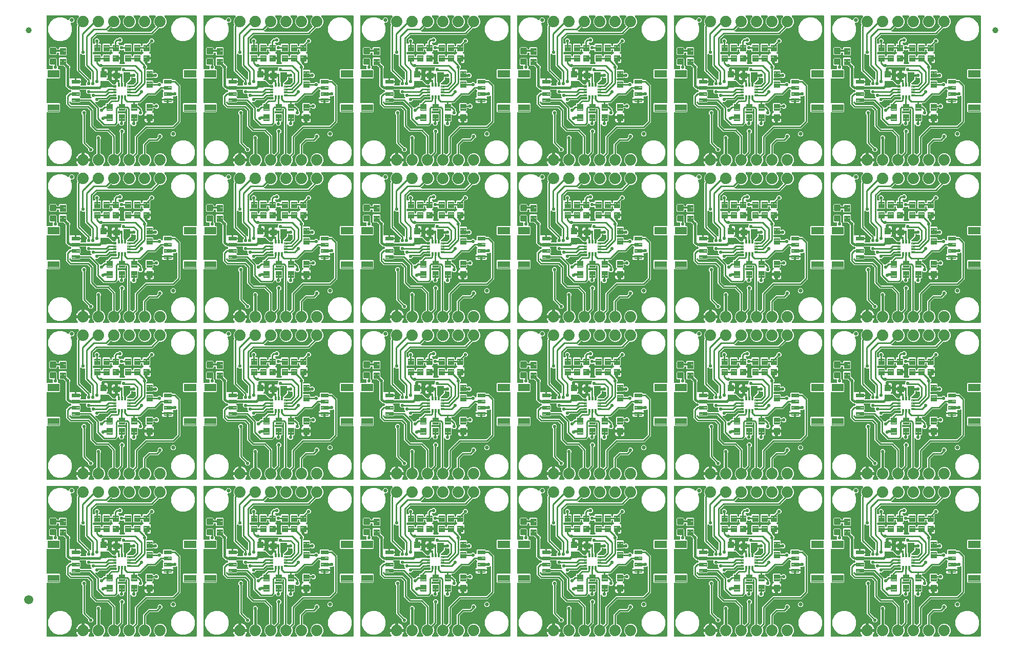
<source format=gtl>
G04 EAGLE Gerber RS-274X export*
G75*
%MOMM*%
%FSLAX34Y34*%
%LPD*%
%INTop Copper*%
%IPPOS*%
%AMOC8*
5,1,8,0,0,1.08239X$1,22.5*%
G01*
%ADD10C,0.100000*%
%ADD11C,0.635000*%
%ADD12C,1.879600*%
%ADD13C,0.096000*%
%ADD14C,0.102000*%
%ADD15C,0.300000*%
%ADD16C,0.101500*%
%ADD17C,1.000000*%
%ADD18C,1.500000*%
%ADD19C,0.558800*%
%ADD20C,0.254000*%
%ADD21C,0.406400*%
%ADD22C,0.304800*%

G36*
X1452391Y520972D02*
X1452391Y520972D01*
X1452530Y520985D01*
X1452549Y520992D01*
X1452569Y520995D01*
X1452698Y521046D01*
X1452829Y521093D01*
X1452846Y521104D01*
X1452864Y521112D01*
X1452977Y521193D01*
X1453092Y521271D01*
X1453105Y521287D01*
X1453122Y521298D01*
X1453211Y521406D01*
X1453302Y521510D01*
X1453312Y521528D01*
X1453325Y521543D01*
X1453384Y521669D01*
X1453447Y521793D01*
X1453451Y521813D01*
X1453460Y521831D01*
X1453486Y521968D01*
X1453517Y522103D01*
X1453516Y522124D01*
X1453520Y522143D01*
X1453511Y522282D01*
X1453507Y522421D01*
X1453501Y522441D01*
X1453500Y522461D01*
X1453457Y522593D01*
X1453419Y522727D01*
X1453408Y522744D01*
X1453402Y522763D01*
X1453327Y522881D01*
X1453257Y523001D01*
X1453239Y523022D01*
X1453232Y523032D01*
X1453217Y523046D01*
X1453151Y523121D01*
X1451455Y524817D01*
X1449831Y528738D01*
X1449831Y532982D01*
X1451455Y536903D01*
X1454457Y539905D01*
X1457176Y541031D01*
X1457201Y541045D01*
X1457229Y541055D01*
X1457339Y541124D01*
X1457452Y541188D01*
X1457473Y541209D01*
X1457498Y541225D01*
X1457587Y541319D01*
X1457680Y541410D01*
X1457696Y541435D01*
X1457716Y541456D01*
X1457779Y541570D01*
X1457847Y541681D01*
X1457855Y541709D01*
X1457870Y541735D01*
X1457902Y541861D01*
X1457940Y541985D01*
X1457942Y542014D01*
X1457949Y542043D01*
X1457959Y542203D01*
X1457959Y557312D01*
X1467068Y566421D01*
X1479242Y566421D01*
X1479340Y566433D01*
X1479439Y566436D01*
X1479497Y566453D01*
X1479557Y566461D01*
X1479649Y566497D01*
X1479745Y566525D01*
X1479797Y566555D01*
X1479853Y566578D01*
X1479933Y566636D01*
X1480018Y566686D01*
X1480094Y566752D01*
X1480110Y566764D01*
X1480118Y566774D01*
X1480139Y566792D01*
X1481464Y568117D01*
X1481524Y568195D01*
X1481592Y568267D01*
X1481621Y568320D01*
X1481658Y568368D01*
X1481698Y568459D01*
X1481746Y568546D01*
X1481761Y568604D01*
X1481785Y568660D01*
X1481800Y568758D01*
X1481825Y568853D01*
X1481831Y568954D01*
X1481835Y568974D01*
X1481833Y568986D01*
X1481835Y569014D01*
X1481835Y571914D01*
X1484216Y574295D01*
X1487584Y574295D01*
X1489965Y571914D01*
X1489965Y568546D01*
X1487584Y566165D01*
X1487224Y566165D01*
X1487126Y566153D01*
X1487027Y566150D01*
X1486969Y566133D01*
X1486909Y566125D01*
X1486817Y566089D01*
X1486721Y566061D01*
X1486669Y566031D01*
X1486613Y566008D01*
X1486533Y565950D01*
X1486448Y565900D01*
X1486372Y565834D01*
X1486356Y565822D01*
X1486348Y565812D01*
X1486327Y565794D01*
X1481872Y561339D01*
X1469698Y561339D01*
X1469600Y561327D01*
X1469501Y561324D01*
X1469443Y561307D01*
X1469383Y561299D01*
X1469291Y561263D01*
X1469195Y561235D01*
X1469143Y561205D01*
X1469087Y561182D01*
X1469007Y561124D01*
X1468922Y561074D01*
X1468846Y561008D01*
X1468830Y560996D01*
X1468822Y560986D01*
X1468801Y560968D01*
X1463412Y555579D01*
X1463352Y555501D01*
X1463284Y555429D01*
X1463255Y555376D01*
X1463218Y555328D01*
X1463178Y555237D01*
X1463130Y555150D01*
X1463115Y555092D01*
X1463091Y555036D01*
X1463076Y554938D01*
X1463051Y554843D01*
X1463045Y554742D01*
X1463041Y554722D01*
X1463043Y554710D01*
X1463041Y554682D01*
X1463041Y542203D01*
X1463044Y542174D01*
X1463042Y542145D01*
X1463064Y542017D01*
X1463081Y541888D01*
X1463091Y541860D01*
X1463096Y541831D01*
X1463150Y541713D01*
X1463198Y541592D01*
X1463215Y541568D01*
X1463227Y541541D01*
X1463308Y541440D01*
X1463384Y541335D01*
X1463407Y541316D01*
X1463426Y541293D01*
X1463529Y541215D01*
X1463629Y541132D01*
X1463656Y541119D01*
X1463680Y541102D01*
X1463824Y541031D01*
X1466543Y539905D01*
X1469545Y536903D01*
X1471169Y532982D01*
X1471169Y528738D01*
X1469545Y524817D01*
X1467849Y523121D01*
X1467764Y523012D01*
X1467675Y522905D01*
X1467667Y522886D01*
X1467654Y522870D01*
X1467599Y522742D01*
X1467540Y522617D01*
X1467536Y522597D01*
X1467528Y522578D01*
X1467506Y522440D01*
X1467480Y522304D01*
X1467481Y522284D01*
X1467478Y522264D01*
X1467491Y522125D01*
X1467500Y521987D01*
X1467506Y521968D01*
X1467508Y521948D01*
X1467555Y521816D01*
X1467598Y521685D01*
X1467609Y521667D01*
X1467616Y521648D01*
X1467694Y521533D01*
X1467768Y521416D01*
X1467783Y521402D01*
X1467794Y521385D01*
X1467898Y521293D01*
X1468000Y521198D01*
X1468017Y521188D01*
X1468033Y521175D01*
X1468157Y521111D01*
X1468278Y521044D01*
X1468298Y521039D01*
X1468316Y521030D01*
X1468452Y521000D01*
X1468586Y520965D01*
X1468614Y520963D01*
X1468626Y520960D01*
X1468647Y520961D01*
X1468747Y520955D01*
X1477653Y520955D01*
X1477791Y520972D01*
X1477930Y520985D01*
X1477949Y520992D01*
X1477969Y520995D01*
X1478098Y521046D01*
X1478229Y521093D01*
X1478246Y521104D01*
X1478264Y521112D01*
X1478377Y521193D01*
X1478492Y521271D01*
X1478505Y521287D01*
X1478522Y521298D01*
X1478611Y521406D01*
X1478702Y521510D01*
X1478712Y521528D01*
X1478725Y521543D01*
X1478784Y521669D01*
X1478847Y521793D01*
X1478851Y521813D01*
X1478860Y521831D01*
X1478886Y521968D01*
X1478917Y522103D01*
X1478916Y522124D01*
X1478920Y522143D01*
X1478911Y522282D01*
X1478907Y522421D01*
X1478901Y522441D01*
X1478900Y522461D01*
X1478857Y522593D01*
X1478819Y522727D01*
X1478808Y522744D01*
X1478802Y522763D01*
X1478727Y522881D01*
X1478657Y523001D01*
X1478639Y523022D01*
X1478632Y523032D01*
X1478617Y523046D01*
X1478551Y523121D01*
X1476855Y524817D01*
X1475231Y528738D01*
X1475231Y532982D01*
X1476855Y536903D01*
X1479857Y539905D01*
X1483778Y541529D01*
X1488022Y541529D01*
X1491943Y539905D01*
X1494945Y536903D01*
X1496569Y532982D01*
X1496569Y528738D01*
X1494945Y524817D01*
X1493249Y523121D01*
X1493164Y523012D01*
X1493075Y522905D01*
X1493067Y522886D01*
X1493054Y522870D01*
X1492999Y522742D01*
X1492940Y522617D01*
X1492936Y522597D01*
X1492928Y522578D01*
X1492906Y522440D01*
X1492880Y522304D01*
X1492881Y522284D01*
X1492878Y522264D01*
X1492891Y522125D01*
X1492900Y521987D01*
X1492906Y521968D01*
X1492908Y521948D01*
X1492955Y521816D01*
X1492998Y521685D01*
X1493009Y521667D01*
X1493016Y521648D01*
X1493094Y521533D01*
X1493168Y521416D01*
X1493183Y521402D01*
X1493194Y521385D01*
X1493298Y521293D01*
X1493400Y521198D01*
X1493417Y521188D01*
X1493433Y521175D01*
X1493557Y521111D01*
X1493678Y521044D01*
X1493698Y521039D01*
X1493716Y521030D01*
X1493852Y521000D01*
X1493986Y520965D01*
X1494014Y520963D01*
X1494026Y520960D01*
X1494047Y520961D01*
X1494147Y520955D01*
X1545336Y520955D01*
X1545454Y520970D01*
X1545573Y520977D01*
X1545611Y520990D01*
X1545652Y520995D01*
X1545762Y521038D01*
X1545875Y521075D01*
X1545910Y521097D01*
X1545947Y521112D01*
X1546043Y521181D01*
X1546144Y521245D01*
X1546172Y521275D01*
X1546205Y521298D01*
X1546281Y521390D01*
X1546362Y521477D01*
X1546382Y521512D01*
X1546407Y521543D01*
X1546458Y521651D01*
X1546516Y521755D01*
X1546526Y521795D01*
X1546543Y521831D01*
X1546565Y521948D01*
X1546595Y522063D01*
X1546599Y522123D01*
X1546603Y522143D01*
X1546601Y522164D01*
X1546605Y522224D01*
X1546605Y608620D01*
X1546590Y608738D01*
X1546583Y608857D01*
X1546570Y608895D01*
X1546565Y608936D01*
X1546522Y609046D01*
X1546485Y609159D01*
X1546463Y609194D01*
X1546448Y609231D01*
X1546379Y609327D01*
X1546315Y609428D01*
X1546285Y609456D01*
X1546262Y609489D01*
X1546170Y609565D01*
X1546083Y609646D01*
X1546048Y609666D01*
X1546017Y609691D01*
X1545909Y609742D01*
X1545805Y609800D01*
X1545765Y609810D01*
X1545729Y609827D01*
X1545612Y609849D01*
X1545497Y609879D01*
X1545437Y609883D01*
X1545417Y609887D01*
X1545396Y609885D01*
X1545336Y609889D01*
X1524851Y609889D01*
X1523825Y610915D01*
X1523825Y623405D01*
X1524851Y624431D01*
X1545336Y624431D01*
X1545454Y624446D01*
X1545573Y624453D01*
X1545611Y624466D01*
X1545652Y624471D01*
X1545762Y624514D01*
X1545875Y624551D01*
X1545910Y624573D01*
X1545947Y624588D01*
X1546043Y624657D01*
X1546144Y624721D01*
X1546172Y624751D01*
X1546205Y624774D01*
X1546281Y624866D01*
X1546362Y624953D01*
X1546382Y624988D01*
X1546407Y625019D01*
X1546458Y625127D01*
X1546516Y625231D01*
X1546526Y625271D01*
X1546543Y625307D01*
X1546565Y625424D01*
X1546595Y625539D01*
X1546599Y625599D01*
X1546603Y625619D01*
X1546601Y625640D01*
X1546605Y625700D01*
X1546605Y664620D01*
X1546590Y664738D01*
X1546583Y664857D01*
X1546570Y664895D01*
X1546565Y664936D01*
X1546522Y665046D01*
X1546485Y665159D01*
X1546463Y665194D01*
X1546448Y665231D01*
X1546379Y665327D01*
X1546315Y665428D01*
X1546285Y665456D01*
X1546262Y665489D01*
X1546170Y665565D01*
X1546083Y665646D01*
X1546048Y665666D01*
X1546017Y665691D01*
X1545909Y665742D01*
X1545805Y665800D01*
X1545765Y665810D01*
X1545729Y665827D01*
X1545612Y665849D01*
X1545497Y665879D01*
X1545437Y665883D01*
X1545417Y665887D01*
X1545396Y665885D01*
X1545336Y665889D01*
X1524851Y665889D01*
X1523825Y666915D01*
X1523825Y679405D01*
X1524851Y680431D01*
X1545336Y680431D01*
X1545454Y680446D01*
X1545573Y680453D01*
X1545611Y680466D01*
X1545652Y680471D01*
X1545762Y680514D01*
X1545875Y680551D01*
X1545910Y680573D01*
X1545947Y680588D01*
X1546043Y680657D01*
X1546144Y680721D01*
X1546172Y680751D01*
X1546205Y680774D01*
X1546281Y680866D01*
X1546362Y680953D01*
X1546382Y680988D01*
X1546407Y681019D01*
X1546458Y681127D01*
X1546516Y681231D01*
X1546526Y681271D01*
X1546543Y681307D01*
X1546565Y681424D01*
X1546595Y681539D01*
X1546599Y681599D01*
X1546603Y681619D01*
X1546601Y681640D01*
X1546605Y681700D01*
X1546605Y768096D01*
X1546590Y768214D01*
X1546583Y768333D01*
X1546570Y768371D01*
X1546565Y768412D01*
X1546522Y768522D01*
X1546485Y768635D01*
X1546463Y768670D01*
X1546448Y768707D01*
X1546379Y768803D01*
X1546315Y768904D01*
X1546285Y768932D01*
X1546262Y768965D01*
X1546170Y769041D01*
X1546083Y769122D01*
X1546048Y769142D01*
X1546017Y769167D01*
X1545909Y769218D01*
X1545805Y769276D01*
X1545765Y769286D01*
X1545729Y769303D01*
X1545612Y769325D01*
X1545497Y769355D01*
X1545437Y769359D01*
X1545417Y769363D01*
X1545396Y769361D01*
X1545336Y769365D01*
X1494147Y769365D01*
X1494009Y769348D01*
X1493870Y769335D01*
X1493851Y769328D01*
X1493831Y769325D01*
X1493702Y769274D01*
X1493571Y769227D01*
X1493554Y769216D01*
X1493536Y769208D01*
X1493423Y769127D01*
X1493308Y769049D01*
X1493295Y769033D01*
X1493278Y769022D01*
X1493189Y768914D01*
X1493098Y768810D01*
X1493088Y768792D01*
X1493075Y768777D01*
X1493016Y768651D01*
X1492953Y768527D01*
X1492949Y768507D01*
X1492940Y768489D01*
X1492914Y768352D01*
X1492883Y768217D01*
X1492884Y768196D01*
X1492880Y768177D01*
X1492889Y768038D01*
X1492893Y767899D01*
X1492899Y767879D01*
X1492900Y767859D01*
X1492943Y767727D01*
X1492981Y767593D01*
X1492992Y767576D01*
X1492998Y767557D01*
X1493073Y767439D01*
X1493143Y767319D01*
X1493161Y767298D01*
X1493168Y767288D01*
X1493183Y767274D01*
X1493249Y767199D01*
X1494945Y765503D01*
X1496569Y761582D01*
X1496569Y757338D01*
X1494945Y753417D01*
X1491943Y750415D01*
X1488022Y748791D01*
X1484430Y748791D01*
X1484332Y748779D01*
X1484233Y748776D01*
X1484175Y748759D01*
X1484115Y748751D01*
X1484023Y748715D01*
X1483927Y748687D01*
X1483875Y748657D01*
X1483819Y748634D01*
X1483739Y748576D01*
X1483654Y748526D01*
X1483578Y748460D01*
X1483562Y748448D01*
X1483554Y748438D01*
X1483533Y748420D01*
X1472982Y737869D01*
X1382068Y737869D01*
X1381970Y737857D01*
X1381871Y737854D01*
X1381813Y737837D01*
X1381753Y737829D01*
X1381661Y737793D01*
X1381565Y737765D01*
X1381513Y737735D01*
X1381457Y737712D01*
X1381377Y737654D01*
X1381292Y737604D01*
X1381216Y737538D01*
X1381200Y737526D01*
X1381192Y737516D01*
X1381171Y737498D01*
X1375302Y731629D01*
X1375242Y731551D01*
X1375174Y731479D01*
X1375145Y731426D01*
X1375108Y731378D01*
X1375068Y731287D01*
X1375020Y731200D01*
X1375005Y731142D01*
X1374981Y731086D01*
X1374966Y730988D01*
X1374941Y730893D01*
X1374935Y730792D01*
X1374931Y730772D01*
X1374933Y730760D01*
X1374931Y730732D01*
X1374931Y723930D01*
X1374946Y723812D01*
X1374953Y723693D01*
X1374966Y723655D01*
X1374971Y723614D01*
X1375014Y723504D01*
X1375051Y723391D01*
X1375073Y723356D01*
X1375088Y723319D01*
X1375157Y723223D01*
X1375221Y723122D01*
X1375251Y723094D01*
X1375274Y723061D01*
X1375366Y722985D01*
X1375453Y722904D01*
X1375488Y722884D01*
X1375519Y722859D01*
X1375627Y722808D01*
X1375731Y722750D01*
X1375771Y722740D01*
X1375807Y722723D01*
X1375924Y722701D01*
X1376039Y722671D01*
X1376099Y722667D01*
X1376119Y722663D01*
X1376140Y722665D01*
X1376200Y722661D01*
X1377950Y722661D01*
X1378068Y722676D01*
X1378187Y722683D01*
X1378225Y722696D01*
X1378266Y722701D01*
X1378376Y722744D01*
X1378489Y722781D01*
X1378524Y722803D01*
X1378561Y722818D01*
X1378657Y722887D01*
X1378758Y722951D01*
X1378786Y722981D01*
X1378819Y723004D01*
X1378895Y723096D01*
X1378976Y723183D01*
X1378996Y723218D01*
X1379021Y723249D01*
X1379072Y723357D01*
X1379130Y723461D01*
X1379140Y723501D01*
X1379157Y723537D01*
X1379179Y723654D01*
X1379209Y723769D01*
X1379213Y723829D01*
X1379217Y723849D01*
X1379215Y723870D01*
X1379219Y723930D01*
X1379219Y723977D01*
X1379207Y724075D01*
X1379204Y724174D01*
X1379187Y724232D01*
X1379179Y724292D01*
X1379143Y724384D01*
X1379115Y724479D01*
X1379085Y724532D01*
X1379062Y724588D01*
X1379004Y724668D01*
X1378954Y724753D01*
X1378888Y724829D01*
X1378876Y724845D01*
X1378866Y724853D01*
X1378848Y724874D01*
X1377695Y726026D01*
X1377695Y729394D01*
X1380076Y731775D01*
X1383444Y731775D01*
X1385825Y729394D01*
X1385825Y726026D01*
X1384672Y724874D01*
X1384612Y724796D01*
X1384544Y724724D01*
X1384515Y724671D01*
X1384478Y724623D01*
X1384438Y724532D01*
X1384390Y724445D01*
X1384375Y724387D01*
X1384351Y724331D01*
X1384336Y724233D01*
X1384311Y724137D01*
X1384305Y724037D01*
X1384301Y724017D01*
X1384303Y724005D01*
X1384301Y723977D01*
X1384301Y723930D01*
X1384316Y723812D01*
X1384323Y723693D01*
X1384336Y723655D01*
X1384341Y723614D01*
X1384384Y723504D01*
X1384421Y723391D01*
X1384443Y723356D01*
X1384458Y723319D01*
X1384527Y723223D01*
X1384591Y723122D01*
X1384621Y723094D01*
X1384644Y723061D01*
X1384736Y722985D01*
X1384823Y722904D01*
X1384858Y722884D01*
X1384889Y722859D01*
X1384997Y722808D01*
X1385101Y722750D01*
X1385141Y722740D01*
X1385177Y722723D01*
X1385294Y722701D01*
X1385409Y722671D01*
X1385469Y722667D01*
X1385489Y722663D01*
X1385510Y722665D01*
X1385570Y722661D01*
X1386993Y722661D01*
X1388031Y721623D01*
X1388031Y710157D01*
X1386993Y709119D01*
X1376200Y709119D01*
X1376082Y709104D01*
X1375963Y709097D01*
X1375925Y709084D01*
X1375884Y709079D01*
X1375774Y709036D01*
X1375661Y708999D01*
X1375626Y708977D01*
X1375589Y708962D01*
X1375493Y708893D01*
X1375392Y708829D01*
X1375364Y708799D01*
X1375331Y708776D01*
X1375255Y708684D01*
X1375174Y708597D01*
X1375154Y708562D01*
X1375129Y708531D01*
X1375078Y708423D01*
X1375020Y708319D01*
X1375010Y708279D01*
X1374993Y708243D01*
X1374971Y708126D01*
X1374941Y708011D01*
X1374937Y707951D01*
X1374933Y707931D01*
X1374935Y707910D01*
X1374931Y707850D01*
X1374931Y706930D01*
X1374946Y706812D01*
X1374953Y706693D01*
X1374966Y706655D01*
X1374971Y706614D01*
X1375014Y706504D01*
X1375051Y706391D01*
X1375073Y706356D01*
X1375088Y706319D01*
X1375157Y706223D01*
X1375221Y706122D01*
X1375251Y706094D01*
X1375274Y706061D01*
X1375366Y705985D01*
X1375453Y705904D01*
X1375488Y705884D01*
X1375519Y705859D01*
X1375627Y705808D01*
X1375731Y705750D01*
X1375771Y705740D01*
X1375807Y705723D01*
X1375924Y705701D01*
X1376039Y705671D01*
X1376099Y705667D01*
X1376119Y705663D01*
X1376140Y705665D01*
X1376200Y705661D01*
X1386993Y705661D01*
X1388031Y704623D01*
X1388031Y702700D01*
X1388046Y702582D01*
X1388053Y702463D01*
X1388066Y702425D01*
X1388071Y702384D01*
X1388114Y702274D01*
X1388151Y702161D01*
X1388173Y702126D01*
X1388188Y702089D01*
X1388257Y701993D01*
X1388321Y701892D01*
X1388351Y701864D01*
X1388374Y701831D01*
X1388466Y701755D01*
X1388553Y701674D01*
X1388588Y701654D01*
X1388619Y701629D01*
X1388727Y701578D01*
X1388831Y701520D01*
X1388871Y701510D01*
X1388907Y701493D01*
X1389024Y701471D01*
X1389139Y701441D01*
X1389199Y701437D01*
X1389219Y701433D01*
X1389240Y701435D01*
X1389300Y701431D01*
X1389460Y701431D01*
X1389578Y701446D01*
X1389697Y701453D01*
X1389735Y701466D01*
X1389776Y701471D01*
X1389886Y701514D01*
X1389999Y701551D01*
X1390034Y701573D01*
X1390071Y701588D01*
X1390167Y701657D01*
X1390268Y701721D01*
X1390296Y701751D01*
X1390329Y701774D01*
X1390405Y701866D01*
X1390486Y701953D01*
X1390506Y701988D01*
X1390531Y702019D01*
X1390582Y702127D01*
X1390640Y702231D01*
X1390650Y702271D01*
X1390667Y702307D01*
X1390689Y702424D01*
X1390719Y702539D01*
X1390723Y702599D01*
X1390727Y702619D01*
X1390725Y702640D01*
X1390729Y702700D01*
X1390729Y704623D01*
X1391767Y705661D01*
X1402233Y705661D01*
X1402977Y704917D01*
X1403076Y704840D01*
X1403171Y704758D01*
X1403202Y704743D01*
X1403228Y704722D01*
X1403344Y704672D01*
X1403456Y704616D01*
X1403489Y704609D01*
X1403520Y704596D01*
X1403644Y704576D01*
X1403767Y704550D01*
X1403801Y704551D01*
X1403834Y704546D01*
X1403960Y704558D01*
X1404085Y704563D01*
X1404117Y704573D01*
X1404151Y704576D01*
X1404269Y704618D01*
X1404390Y704655D01*
X1404418Y704672D01*
X1404450Y704683D01*
X1404554Y704754D01*
X1404662Y704819D01*
X1404685Y704843D01*
X1404713Y704862D01*
X1404796Y704956D01*
X1404885Y705046D01*
X1404912Y705087D01*
X1404924Y705100D01*
X1404934Y705120D01*
X1404974Y705180D01*
X1405307Y705757D01*
X1405873Y706323D01*
X1406566Y706723D01*
X1406679Y706754D01*
X1406802Y706804D01*
X1406927Y706849D01*
X1406949Y706864D01*
X1406974Y706874D01*
X1407080Y706953D01*
X1407190Y707027D01*
X1407208Y707047D01*
X1407229Y707063D01*
X1407313Y707166D01*
X1407400Y707266D01*
X1407413Y707290D01*
X1407429Y707311D01*
X1407485Y707431D01*
X1407545Y707549D01*
X1407551Y707575D01*
X1407562Y707600D01*
X1407586Y707730D01*
X1407615Y707859D01*
X1407614Y707886D01*
X1407618Y707913D01*
X1407609Y708044D01*
X1407605Y708177D01*
X1407597Y708203D01*
X1407595Y708230D01*
X1407553Y708355D01*
X1407516Y708483D01*
X1407503Y708506D01*
X1407494Y708531D01*
X1407422Y708643D01*
X1407355Y708756D01*
X1407330Y708785D01*
X1407321Y708798D01*
X1407305Y708813D01*
X1407249Y708877D01*
X1405969Y710157D01*
X1405969Y712080D01*
X1405954Y712198D01*
X1405947Y712317D01*
X1405934Y712355D01*
X1405929Y712396D01*
X1405886Y712506D01*
X1405849Y712619D01*
X1405827Y712654D01*
X1405812Y712691D01*
X1405743Y712787D01*
X1405679Y712888D01*
X1405649Y712916D01*
X1405626Y712949D01*
X1405534Y713025D01*
X1405447Y713106D01*
X1405412Y713126D01*
X1405381Y713151D01*
X1405273Y713202D01*
X1405169Y713260D01*
X1405129Y713270D01*
X1405093Y713287D01*
X1404976Y713309D01*
X1404861Y713339D01*
X1404801Y713343D01*
X1404781Y713347D01*
X1404760Y713345D01*
X1404700Y713349D01*
X1404540Y713349D01*
X1404422Y713334D01*
X1404303Y713327D01*
X1404265Y713314D01*
X1404224Y713309D01*
X1404114Y713266D01*
X1404001Y713229D01*
X1403966Y713207D01*
X1403929Y713192D01*
X1403833Y713123D01*
X1403732Y713059D01*
X1403704Y713029D01*
X1403671Y713006D01*
X1403595Y712914D01*
X1403514Y712827D01*
X1403494Y712792D01*
X1403469Y712761D01*
X1403418Y712653D01*
X1403360Y712549D01*
X1403350Y712509D01*
X1403333Y712473D01*
X1403311Y712356D01*
X1403281Y712241D01*
X1403277Y712181D01*
X1403273Y712161D01*
X1403275Y712140D01*
X1403271Y712080D01*
X1403271Y710157D01*
X1402233Y709119D01*
X1391767Y709119D01*
X1390729Y710157D01*
X1390729Y721623D01*
X1391767Y722661D01*
X1402233Y722661D01*
X1403271Y721623D01*
X1403271Y719700D01*
X1403286Y719582D01*
X1403293Y719463D01*
X1403306Y719425D01*
X1403311Y719384D01*
X1403354Y719274D01*
X1403391Y719161D01*
X1403413Y719126D01*
X1403428Y719089D01*
X1403497Y718993D01*
X1403561Y718892D01*
X1403591Y718864D01*
X1403614Y718831D01*
X1403706Y718755D01*
X1403793Y718674D01*
X1403828Y718654D01*
X1403859Y718629D01*
X1403967Y718578D01*
X1404071Y718520D01*
X1404111Y718510D01*
X1404147Y718493D01*
X1404264Y718471D01*
X1404379Y718441D01*
X1404439Y718437D01*
X1404459Y718433D01*
X1404480Y718435D01*
X1404540Y718431D01*
X1404700Y718431D01*
X1404818Y718446D01*
X1404937Y718453D01*
X1404975Y718466D01*
X1405016Y718471D01*
X1405126Y718514D01*
X1405239Y718551D01*
X1405274Y718573D01*
X1405311Y718588D01*
X1405407Y718657D01*
X1405508Y718721D01*
X1405536Y718751D01*
X1405569Y718774D01*
X1405645Y718866D01*
X1405726Y718953D01*
X1405746Y718988D01*
X1405771Y719019D01*
X1405822Y719127D01*
X1405880Y719231D01*
X1405890Y719271D01*
X1405907Y719307D01*
X1405929Y719424D01*
X1405959Y719539D01*
X1405963Y719599D01*
X1405967Y719619D01*
X1405965Y719640D01*
X1405969Y719700D01*
X1405969Y721623D01*
X1407007Y722661D01*
X1408430Y722661D01*
X1408548Y722676D01*
X1408667Y722683D01*
X1408705Y722696D01*
X1408746Y722701D01*
X1408856Y722744D01*
X1408969Y722781D01*
X1409004Y722803D01*
X1409041Y722818D01*
X1409137Y722887D01*
X1409238Y722951D01*
X1409266Y722981D01*
X1409299Y723004D01*
X1409375Y723096D01*
X1409456Y723183D01*
X1409476Y723218D01*
X1409501Y723249D01*
X1409552Y723357D01*
X1409610Y723461D01*
X1409620Y723501D01*
X1409637Y723537D01*
X1409659Y723654D01*
X1409689Y723769D01*
X1409693Y723829D01*
X1409697Y723849D01*
X1409695Y723870D01*
X1409699Y723930D01*
X1409699Y727492D01*
X1413728Y731521D01*
X1416127Y731521D01*
X1416225Y731533D01*
X1416324Y731536D01*
X1416382Y731553D01*
X1416442Y731561D01*
X1416534Y731597D01*
X1416629Y731625D01*
X1416681Y731655D01*
X1416738Y731678D01*
X1416818Y731736D01*
X1416903Y731786D01*
X1416979Y731852D01*
X1416995Y731864D01*
X1417003Y731874D01*
X1417024Y731892D01*
X1418176Y733045D01*
X1421544Y733045D01*
X1423925Y730664D01*
X1423925Y727296D01*
X1421544Y724915D01*
X1418283Y724915D01*
X1418145Y724898D01*
X1418007Y724885D01*
X1417988Y724878D01*
X1417968Y724875D01*
X1417839Y724824D01*
X1417707Y724777D01*
X1417691Y724766D01*
X1417672Y724758D01*
X1417560Y724677D01*
X1417444Y724599D01*
X1417431Y724583D01*
X1417415Y724572D01*
X1417326Y724464D01*
X1417234Y724360D01*
X1417225Y724342D01*
X1417212Y724327D01*
X1417153Y724201D01*
X1417089Y724077D01*
X1417085Y724057D01*
X1417076Y724039D01*
X1417050Y723902D01*
X1417020Y723767D01*
X1417020Y723746D01*
X1417016Y723727D01*
X1417025Y723588D01*
X1417029Y723449D01*
X1417035Y723429D01*
X1417036Y723409D01*
X1417079Y723277D01*
X1417118Y723143D01*
X1417128Y723126D01*
X1417134Y723107D01*
X1417209Y722989D01*
X1417279Y722869D01*
X1417298Y722848D01*
X1417304Y722838D01*
X1417319Y722824D01*
X1417386Y722749D01*
X1418511Y721623D01*
X1418511Y721203D01*
X1418528Y721065D01*
X1418541Y720927D01*
X1418548Y720908D01*
X1418551Y720888D01*
X1418602Y720759D01*
X1418649Y720628D01*
X1418660Y720611D01*
X1418668Y720592D01*
X1418749Y720480D01*
X1418827Y720365D01*
X1418843Y720351D01*
X1418854Y720335D01*
X1418961Y720246D01*
X1419066Y720154D01*
X1419084Y720145D01*
X1419099Y720132D01*
X1419225Y720073D01*
X1419349Y720009D01*
X1419369Y720005D01*
X1419387Y719996D01*
X1419523Y719970D01*
X1419659Y719940D01*
X1419680Y719940D01*
X1419699Y719937D01*
X1419838Y719945D01*
X1419977Y719950D01*
X1419997Y719955D01*
X1420017Y719956D01*
X1420149Y719999D01*
X1420283Y720038D01*
X1420300Y720048D01*
X1420319Y720054D01*
X1420437Y720129D01*
X1420557Y720199D01*
X1420578Y720218D01*
X1420588Y720225D01*
X1420602Y720240D01*
X1420678Y720306D01*
X1420716Y720345D01*
X1424084Y720345D01*
X1424122Y720306D01*
X1424232Y720221D01*
X1424339Y720132D01*
X1424358Y720123D01*
X1424374Y720111D01*
X1424501Y720056D01*
X1424627Y719996D01*
X1424647Y719993D01*
X1424666Y719985D01*
X1424803Y719963D01*
X1424940Y719937D01*
X1424960Y719938D01*
X1424980Y719935D01*
X1425119Y719948D01*
X1425257Y719956D01*
X1425276Y719963D01*
X1425296Y719965D01*
X1425428Y720012D01*
X1425559Y720054D01*
X1425576Y720065D01*
X1425596Y720072D01*
X1425711Y720150D01*
X1425828Y720225D01*
X1425842Y720239D01*
X1425859Y720251D01*
X1425951Y720355D01*
X1426046Y720456D01*
X1426056Y720474D01*
X1426069Y720489D01*
X1426133Y720613D01*
X1426200Y720735D01*
X1426205Y720754D01*
X1426214Y720772D01*
X1426244Y720908D01*
X1426279Y721043D01*
X1426281Y721071D01*
X1426284Y721083D01*
X1426283Y721103D01*
X1426289Y721203D01*
X1426289Y721623D01*
X1427327Y722661D01*
X1437793Y722661D01*
X1438831Y721623D01*
X1438831Y710157D01*
X1437793Y709119D01*
X1427327Y709119D01*
X1426289Y710157D01*
X1426289Y711357D01*
X1426273Y711489D01*
X1426267Y711579D01*
X1426263Y711593D01*
X1426259Y711633D01*
X1426252Y711652D01*
X1426249Y711672D01*
X1426198Y711801D01*
X1426151Y711932D01*
X1426140Y711949D01*
X1426132Y711968D01*
X1426051Y712080D01*
X1425973Y712195D01*
X1425957Y712209D01*
X1425946Y712225D01*
X1425839Y712314D01*
X1425734Y712406D01*
X1425716Y712415D01*
X1425701Y712428D01*
X1425575Y712487D01*
X1425451Y712551D01*
X1425431Y712555D01*
X1425413Y712564D01*
X1425277Y712590D01*
X1425141Y712620D01*
X1425120Y712620D01*
X1425101Y712623D01*
X1424962Y712615D01*
X1424823Y712610D01*
X1424803Y712605D01*
X1424783Y712604D01*
X1424651Y712561D01*
X1424517Y712522D01*
X1424500Y712512D01*
X1424481Y712506D01*
X1424410Y712461D01*
X1424394Y712455D01*
X1424358Y712428D01*
X1424243Y712361D01*
X1424222Y712342D01*
X1424212Y712335D01*
X1424198Y712320D01*
X1424142Y712272D01*
X1424137Y712268D01*
X1424135Y712265D01*
X1424122Y712254D01*
X1424084Y712215D01*
X1420716Y712215D01*
X1420678Y712254D01*
X1420594Y712319D01*
X1420541Y712368D01*
X1420515Y712383D01*
X1420461Y712428D01*
X1420442Y712437D01*
X1420426Y712449D01*
X1420299Y712504D01*
X1420272Y712517D01*
X1420263Y712522D01*
X1420260Y712523D01*
X1420173Y712564D01*
X1420153Y712567D01*
X1420134Y712575D01*
X1419997Y712597D01*
X1419860Y712623D01*
X1419840Y712622D01*
X1419820Y712625D01*
X1419681Y712612D01*
X1419543Y712604D01*
X1419524Y712597D01*
X1419504Y712595D01*
X1419372Y712548D01*
X1419241Y712506D01*
X1419224Y712495D01*
X1419204Y712488D01*
X1419089Y712410D01*
X1418972Y712335D01*
X1418958Y712321D01*
X1418941Y712309D01*
X1418849Y712205D01*
X1418754Y712104D01*
X1418744Y712086D01*
X1418731Y712071D01*
X1418667Y711947D01*
X1418600Y711825D01*
X1418595Y711806D01*
X1418586Y711788D01*
X1418575Y711740D01*
X1418573Y711735D01*
X1418566Y711697D01*
X1418556Y711652D01*
X1418521Y711517D01*
X1418519Y711489D01*
X1418516Y711477D01*
X1418517Y711457D01*
X1418516Y711436D01*
X1418513Y711423D01*
X1418514Y711410D01*
X1418511Y711357D01*
X1418511Y710157D01*
X1417231Y708877D01*
X1417150Y708772D01*
X1417065Y708672D01*
X1417053Y708647D01*
X1417037Y708626D01*
X1416984Y708504D01*
X1416926Y708385D01*
X1416921Y708359D01*
X1416910Y708334D01*
X1416889Y708203D01*
X1416863Y708074D01*
X1416865Y708047D01*
X1416860Y708020D01*
X1416873Y707888D01*
X1416880Y707756D01*
X1416888Y707730D01*
X1416890Y707703D01*
X1416935Y707579D01*
X1416974Y707452D01*
X1416989Y707430D01*
X1416998Y707404D01*
X1417072Y707295D01*
X1417142Y707182D01*
X1417161Y707163D01*
X1417176Y707141D01*
X1417275Y707054D01*
X1417371Y706962D01*
X1417395Y706948D01*
X1417415Y706931D01*
X1417533Y706870D01*
X1417648Y706805D01*
X1417684Y706793D01*
X1417698Y706786D01*
X1417719Y706781D01*
X1417801Y706754D01*
X1417914Y706723D01*
X1418607Y706323D01*
X1419173Y705757D01*
X1419574Y705064D01*
X1419781Y704290D01*
X1419781Y701389D01*
X1413470Y701389D01*
X1413352Y701374D01*
X1413233Y701367D01*
X1413195Y701354D01*
X1413155Y701349D01*
X1413044Y701306D01*
X1412931Y701269D01*
X1412897Y701247D01*
X1412859Y701232D01*
X1412763Y701163D01*
X1412662Y701099D01*
X1412634Y701069D01*
X1412602Y701046D01*
X1412526Y700954D01*
X1412444Y700867D01*
X1412425Y700832D01*
X1412399Y700801D01*
X1412348Y700693D01*
X1412291Y700589D01*
X1412281Y700549D01*
X1412263Y700513D01*
X1412241Y700396D01*
X1412211Y700281D01*
X1412207Y700221D01*
X1412204Y700201D01*
X1412205Y700180D01*
X1412201Y700120D01*
X1412201Y697660D01*
X1412216Y697542D01*
X1412223Y697423D01*
X1412236Y697385D01*
X1412241Y697344D01*
X1412285Y697234D01*
X1412321Y697121D01*
X1412343Y697086D01*
X1412358Y697049D01*
X1412428Y696952D01*
X1412491Y696852D01*
X1412521Y696824D01*
X1412545Y696791D01*
X1412636Y696715D01*
X1412723Y696634D01*
X1412758Y696614D01*
X1412790Y696589D01*
X1412897Y696538D01*
X1413002Y696480D01*
X1413041Y696470D01*
X1413077Y696453D01*
X1413194Y696431D01*
X1413310Y696401D01*
X1413370Y696397D01*
X1413390Y696393D01*
X1413410Y696395D01*
X1413470Y696391D01*
X1419781Y696391D01*
X1419781Y693490D01*
X1419574Y692716D01*
X1419173Y692023D01*
X1418928Y691778D01*
X1418843Y691668D01*
X1418754Y691561D01*
X1418745Y691542D01*
X1418733Y691526D01*
X1418678Y691399D01*
X1418618Y691273D01*
X1418614Y691253D01*
X1418606Y691234D01*
X1418585Y691097D01*
X1418559Y690960D01*
X1418560Y690940D01*
X1418557Y690920D01*
X1418570Y690782D01*
X1418578Y690643D01*
X1418584Y690624D01*
X1418586Y690604D01*
X1418634Y690472D01*
X1418676Y690341D01*
X1418687Y690324D01*
X1418694Y690304D01*
X1418772Y690189D01*
X1418846Y690072D01*
X1418861Y690058D01*
X1418873Y690041D01*
X1418977Y689949D01*
X1419078Y689854D01*
X1419096Y689844D01*
X1419111Y689831D01*
X1419235Y689767D01*
X1419357Y689700D01*
X1419376Y689695D01*
X1419394Y689686D01*
X1419530Y689656D01*
X1419665Y689621D01*
X1419693Y689619D01*
X1419704Y689616D01*
X1419725Y689617D01*
X1419825Y689611D01*
X1426771Y689611D01*
X1426908Y689628D01*
X1427047Y689641D01*
X1427066Y689648D01*
X1427086Y689651D01*
X1427215Y689702D01*
X1427346Y689749D01*
X1427363Y689760D01*
X1427382Y689768D01*
X1427495Y689849D01*
X1427610Y689927D01*
X1427623Y689943D01*
X1427639Y689954D01*
X1427728Y690062D01*
X1427820Y690166D01*
X1427829Y690184D01*
X1427842Y690199D01*
X1427901Y690325D01*
X1427965Y690449D01*
X1427969Y690469D01*
X1427978Y690487D01*
X1428004Y690624D01*
X1428034Y690759D01*
X1428034Y690780D01*
X1428038Y690799D01*
X1428029Y690938D01*
X1428025Y691077D01*
X1428019Y691097D01*
X1428018Y691117D01*
X1427975Y691249D01*
X1427936Y691383D01*
X1427926Y691400D01*
X1427920Y691419D01*
X1427845Y691537D01*
X1427775Y691657D01*
X1427756Y691678D01*
X1427750Y691688D01*
X1427735Y691702D01*
X1427668Y691777D01*
X1426289Y693157D01*
X1426289Y704623D01*
X1427327Y705661D01*
X1437793Y705661D01*
X1438831Y704623D01*
X1438831Y702700D01*
X1438846Y702582D01*
X1438853Y702463D01*
X1438866Y702425D01*
X1438871Y702384D01*
X1438914Y702274D01*
X1438951Y702161D01*
X1438973Y702126D01*
X1438988Y702089D01*
X1439057Y701993D01*
X1439121Y701892D01*
X1439151Y701864D01*
X1439174Y701831D01*
X1439266Y701755D01*
X1439353Y701674D01*
X1439388Y701654D01*
X1439419Y701629D01*
X1439527Y701578D01*
X1439631Y701520D01*
X1439671Y701510D01*
X1439707Y701493D01*
X1439824Y701471D01*
X1439939Y701441D01*
X1439999Y701437D01*
X1440019Y701433D01*
X1440040Y701435D01*
X1440100Y701431D01*
X1440260Y701431D01*
X1440378Y701446D01*
X1440497Y701453D01*
X1440535Y701466D01*
X1440576Y701471D01*
X1440686Y701514D01*
X1440799Y701551D01*
X1440834Y701573D01*
X1440871Y701588D01*
X1440967Y701657D01*
X1441068Y701721D01*
X1441096Y701751D01*
X1441129Y701774D01*
X1441205Y701866D01*
X1441286Y701953D01*
X1441306Y701988D01*
X1441331Y702019D01*
X1441382Y702127D01*
X1441440Y702231D01*
X1441450Y702271D01*
X1441467Y702307D01*
X1441489Y702424D01*
X1441519Y702539D01*
X1441523Y702599D01*
X1441527Y702619D01*
X1441525Y702640D01*
X1441529Y702700D01*
X1441529Y704623D01*
X1442567Y705661D01*
X1453033Y705661D01*
X1453777Y704917D01*
X1453876Y704840D01*
X1453971Y704758D01*
X1454002Y704743D01*
X1454028Y704722D01*
X1454144Y704672D01*
X1454256Y704616D01*
X1454289Y704609D01*
X1454320Y704596D01*
X1454444Y704576D01*
X1454567Y704550D01*
X1454601Y704551D01*
X1454634Y704546D01*
X1454760Y704558D01*
X1454885Y704563D01*
X1454917Y704573D01*
X1454951Y704576D01*
X1455069Y704618D01*
X1455190Y704655D01*
X1455218Y704672D01*
X1455250Y704683D01*
X1455354Y704754D01*
X1455462Y704819D01*
X1455485Y704843D01*
X1455513Y704862D01*
X1455596Y704956D01*
X1455685Y705046D01*
X1455712Y705087D01*
X1455724Y705100D01*
X1455734Y705120D01*
X1455774Y705180D01*
X1456107Y705757D01*
X1456673Y706323D01*
X1457366Y706723D01*
X1457479Y706754D01*
X1457602Y706804D01*
X1457727Y706849D01*
X1457749Y706864D01*
X1457774Y706874D01*
X1457880Y706953D01*
X1457990Y707027D01*
X1458008Y707047D01*
X1458029Y707064D01*
X1458112Y707166D01*
X1458200Y707266D01*
X1458212Y707290D01*
X1458229Y707311D01*
X1458285Y707431D01*
X1458345Y707549D01*
X1458351Y707575D01*
X1458362Y707600D01*
X1458386Y707730D01*
X1458414Y707859D01*
X1458414Y707886D01*
X1458418Y707913D01*
X1458409Y708045D01*
X1458405Y708177D01*
X1458397Y708203D01*
X1458395Y708230D01*
X1458353Y708355D01*
X1458316Y708483D01*
X1458303Y708506D01*
X1458294Y708531D01*
X1458222Y708642D01*
X1458155Y708756D01*
X1458130Y708785D01*
X1458121Y708798D01*
X1458105Y708813D01*
X1458048Y708877D01*
X1456769Y710157D01*
X1456769Y712080D01*
X1456754Y712198D01*
X1456747Y712317D01*
X1456734Y712355D01*
X1456729Y712396D01*
X1456686Y712506D01*
X1456649Y712619D01*
X1456627Y712654D01*
X1456612Y712691D01*
X1456543Y712787D01*
X1456479Y712888D01*
X1456449Y712916D01*
X1456426Y712949D01*
X1456334Y713025D01*
X1456247Y713106D01*
X1456212Y713126D01*
X1456181Y713151D01*
X1456073Y713202D01*
X1455969Y713260D01*
X1455929Y713270D01*
X1455893Y713287D01*
X1455776Y713309D01*
X1455661Y713339D01*
X1455601Y713343D01*
X1455581Y713347D01*
X1455560Y713345D01*
X1455500Y713349D01*
X1455340Y713349D01*
X1455222Y713334D01*
X1455103Y713327D01*
X1455065Y713314D01*
X1455024Y713309D01*
X1454914Y713266D01*
X1454801Y713229D01*
X1454766Y713207D01*
X1454729Y713192D01*
X1454633Y713123D01*
X1454532Y713059D01*
X1454504Y713029D01*
X1454471Y713006D01*
X1454395Y712914D01*
X1454314Y712827D01*
X1454294Y712792D01*
X1454269Y712761D01*
X1454218Y712653D01*
X1454160Y712549D01*
X1454150Y712509D01*
X1454133Y712473D01*
X1454111Y712356D01*
X1454081Y712241D01*
X1454077Y712181D01*
X1454073Y712161D01*
X1454075Y712140D01*
X1454071Y712080D01*
X1454071Y710157D01*
X1453033Y709119D01*
X1442567Y709119D01*
X1441529Y710157D01*
X1441529Y721623D01*
X1442567Y722661D01*
X1453033Y722661D01*
X1454071Y721623D01*
X1454071Y719700D01*
X1454086Y719582D01*
X1454093Y719463D01*
X1454106Y719425D01*
X1454111Y719384D01*
X1454154Y719274D01*
X1454191Y719161D01*
X1454213Y719126D01*
X1454228Y719089D01*
X1454297Y718993D01*
X1454361Y718892D01*
X1454391Y718864D01*
X1454414Y718831D01*
X1454506Y718755D01*
X1454593Y718674D01*
X1454628Y718654D01*
X1454659Y718629D01*
X1454767Y718578D01*
X1454871Y718520D01*
X1454911Y718510D01*
X1454947Y718493D01*
X1455064Y718471D01*
X1455179Y718441D01*
X1455239Y718437D01*
X1455259Y718433D01*
X1455280Y718435D01*
X1455340Y718431D01*
X1455500Y718431D01*
X1455618Y718446D01*
X1455737Y718453D01*
X1455775Y718466D01*
X1455816Y718471D01*
X1455926Y718514D01*
X1456039Y718551D01*
X1456074Y718573D01*
X1456111Y718588D01*
X1456207Y718657D01*
X1456308Y718721D01*
X1456336Y718751D01*
X1456369Y718774D01*
X1456445Y718866D01*
X1456526Y718953D01*
X1456546Y718988D01*
X1456571Y719019D01*
X1456622Y719127D01*
X1456680Y719231D01*
X1456690Y719271D01*
X1456707Y719307D01*
X1456729Y719424D01*
X1456759Y719539D01*
X1456763Y719599D01*
X1456767Y719619D01*
X1456765Y719640D01*
X1456769Y719700D01*
X1456769Y721623D01*
X1457807Y722661D01*
X1462762Y722661D01*
X1462860Y722673D01*
X1462959Y722676D01*
X1463017Y722693D01*
X1463077Y722701D01*
X1463169Y722737D01*
X1463265Y722765D01*
X1463317Y722795D01*
X1463373Y722818D01*
X1463453Y722876D01*
X1463538Y722926D01*
X1463614Y722992D01*
X1463630Y723004D01*
X1463638Y723014D01*
X1463659Y723032D01*
X1467494Y726867D01*
X1467554Y726945D01*
X1467622Y727017D01*
X1467651Y727070D01*
X1467688Y727118D01*
X1467728Y727209D01*
X1467776Y727296D01*
X1467791Y727354D01*
X1467815Y727410D01*
X1467830Y727508D01*
X1467855Y727603D01*
X1467861Y727704D01*
X1467865Y727724D01*
X1467863Y727736D01*
X1467865Y727764D01*
X1467865Y729394D01*
X1470246Y731775D01*
X1473614Y731775D01*
X1475995Y729394D01*
X1475995Y726026D01*
X1473614Y723645D01*
X1471984Y723645D01*
X1471886Y723633D01*
X1471787Y723630D01*
X1471729Y723613D01*
X1471669Y723605D01*
X1471577Y723569D01*
X1471481Y723541D01*
X1471429Y723511D01*
X1471373Y723488D01*
X1471293Y723430D01*
X1471208Y723380D01*
X1471132Y723314D01*
X1471116Y723302D01*
X1471108Y723292D01*
X1471087Y723274D01*
X1469682Y721869D01*
X1469622Y721791D01*
X1469554Y721719D01*
X1469525Y721666D01*
X1469488Y721618D01*
X1469448Y721527D01*
X1469400Y721440D01*
X1469385Y721382D01*
X1469361Y721326D01*
X1469346Y721228D01*
X1469321Y721133D01*
X1469315Y721032D01*
X1469311Y721012D01*
X1469313Y721000D01*
X1469311Y720972D01*
X1469311Y710157D01*
X1468032Y708877D01*
X1467950Y708773D01*
X1467865Y708672D01*
X1467853Y708647D01*
X1467837Y708626D01*
X1467784Y708504D01*
X1467726Y708385D01*
X1467721Y708359D01*
X1467710Y708334D01*
X1467689Y708203D01*
X1467663Y708074D01*
X1467665Y708047D01*
X1467660Y708020D01*
X1467673Y707888D01*
X1467680Y707756D01*
X1467688Y707730D01*
X1467690Y707703D01*
X1467735Y707579D01*
X1467774Y707453D01*
X1467789Y707430D01*
X1467798Y707404D01*
X1467872Y707295D01*
X1467942Y707182D01*
X1467961Y707163D01*
X1467976Y707141D01*
X1468076Y707054D01*
X1468171Y706962D01*
X1468195Y706948D01*
X1468215Y706931D01*
X1468333Y706870D01*
X1468448Y706805D01*
X1468484Y706793D01*
X1468498Y706786D01*
X1468519Y706781D01*
X1468601Y706754D01*
X1468714Y706723D01*
X1469407Y706323D01*
X1469973Y705757D01*
X1470374Y705064D01*
X1470581Y704290D01*
X1470581Y701389D01*
X1464270Y701389D01*
X1464152Y701374D01*
X1464033Y701367D01*
X1463995Y701354D01*
X1463955Y701349D01*
X1463844Y701306D01*
X1463731Y701269D01*
X1463697Y701247D01*
X1463659Y701232D01*
X1463563Y701163D01*
X1463462Y701099D01*
X1463434Y701069D01*
X1463402Y701046D01*
X1463326Y700954D01*
X1463244Y700867D01*
X1463225Y700832D01*
X1463199Y700801D01*
X1463148Y700693D01*
X1463091Y700589D01*
X1463081Y700549D01*
X1463063Y700513D01*
X1463041Y700396D01*
X1463011Y700281D01*
X1463007Y700221D01*
X1463004Y700201D01*
X1463005Y700180D01*
X1463001Y700120D01*
X1463001Y698929D01*
X1461810Y698929D01*
X1461692Y698914D01*
X1461573Y698907D01*
X1461535Y698894D01*
X1461494Y698889D01*
X1461384Y698845D01*
X1461271Y698809D01*
X1461236Y698787D01*
X1461199Y698772D01*
X1461102Y698702D01*
X1461002Y698639D01*
X1460974Y698609D01*
X1460941Y698585D01*
X1460865Y698494D01*
X1460784Y698407D01*
X1460764Y698372D01*
X1460739Y698340D01*
X1460688Y698233D01*
X1460630Y698128D01*
X1460620Y698089D01*
X1460603Y698053D01*
X1460581Y697936D01*
X1460551Y697820D01*
X1460547Y697760D01*
X1460543Y697740D01*
X1460545Y697720D01*
X1460541Y697660D01*
X1460541Y691148D01*
X1460553Y691050D01*
X1460556Y690951D01*
X1460573Y690893D01*
X1460581Y690833D01*
X1460617Y690741D01*
X1460645Y690645D01*
X1460675Y690593D01*
X1460698Y690537D01*
X1460756Y690457D01*
X1460806Y690372D01*
X1460872Y690296D01*
X1460884Y690280D01*
X1460894Y690272D01*
X1460912Y690251D01*
X1463055Y688108D01*
X1463056Y688066D01*
X1463073Y688008D01*
X1463081Y687948D01*
X1463117Y687856D01*
X1463145Y687761D01*
X1463175Y687709D01*
X1463198Y687652D01*
X1463256Y687572D01*
X1463306Y687487D01*
X1463372Y687411D01*
X1463384Y687395D01*
X1463394Y687387D01*
X1463412Y687366D01*
X1464565Y686214D01*
X1464565Y682846D01*
X1463412Y681694D01*
X1463352Y681616D01*
X1463284Y681544D01*
X1463255Y681491D01*
X1463218Y681443D01*
X1463178Y681352D01*
X1463130Y681265D01*
X1463115Y681207D01*
X1463091Y681151D01*
X1463076Y681053D01*
X1463051Y680957D01*
X1463045Y680857D01*
X1463041Y680837D01*
X1463043Y680825D01*
X1463041Y680797D01*
X1463041Y680750D01*
X1463056Y680632D01*
X1463063Y680513D01*
X1463076Y680475D01*
X1463081Y680434D01*
X1463124Y680324D01*
X1463161Y680211D01*
X1463183Y680176D01*
X1463198Y680139D01*
X1463267Y680043D01*
X1463331Y679942D01*
X1463361Y679914D01*
X1463384Y679881D01*
X1463476Y679805D01*
X1463563Y679724D01*
X1463598Y679704D01*
X1463629Y679679D01*
X1463737Y679628D01*
X1463841Y679570D01*
X1463881Y679560D01*
X1463917Y679543D01*
X1464034Y679521D01*
X1464149Y679491D01*
X1464209Y679487D01*
X1464229Y679483D01*
X1464250Y679485D01*
X1464310Y679481D01*
X1473353Y679481D01*
X1474391Y678443D01*
X1474391Y675483D01*
X1474408Y675345D01*
X1474421Y675207D01*
X1474428Y675188D01*
X1474431Y675168D01*
X1474482Y675039D01*
X1474529Y674908D01*
X1474540Y674891D01*
X1474548Y674872D01*
X1474629Y674760D01*
X1474707Y674645D01*
X1474723Y674631D01*
X1474734Y674615D01*
X1474841Y674526D01*
X1474946Y674434D01*
X1474964Y674425D01*
X1474979Y674412D01*
X1475105Y674353D01*
X1475229Y674289D01*
X1475249Y674285D01*
X1475267Y674276D01*
X1475403Y674250D01*
X1475539Y674220D01*
X1475560Y674220D01*
X1475579Y674217D01*
X1475718Y674225D01*
X1475857Y674230D01*
X1475877Y674235D01*
X1475897Y674236D01*
X1476029Y674279D01*
X1476163Y674318D01*
X1476180Y674328D01*
X1476199Y674334D01*
X1476317Y674409D01*
X1476437Y674479D01*
X1476458Y674498D01*
X1476468Y674505D01*
X1476482Y674520D01*
X1476558Y674586D01*
X1476596Y674625D01*
X1479964Y674625D01*
X1482345Y672244D01*
X1482345Y668876D01*
X1479964Y666495D01*
X1476596Y666495D01*
X1476206Y666886D01*
X1476128Y666946D01*
X1476056Y667014D01*
X1476003Y667043D01*
X1475955Y667080D01*
X1475864Y667120D01*
X1475777Y667168D01*
X1475719Y667183D01*
X1475663Y667207D01*
X1475565Y667222D01*
X1475469Y667247D01*
X1475369Y667253D01*
X1475349Y667257D01*
X1475337Y667255D01*
X1475309Y667257D01*
X1475197Y667257D01*
X1475099Y667245D01*
X1475000Y667242D01*
X1474942Y667225D01*
X1474882Y667217D01*
X1474790Y667181D01*
X1474694Y667153D01*
X1474642Y667123D01*
X1474586Y667100D01*
X1474506Y667042D01*
X1474421Y666992D01*
X1474345Y666926D01*
X1474329Y666914D01*
X1474321Y666904D01*
X1474300Y666886D01*
X1473353Y665939D01*
X1464310Y665939D01*
X1464192Y665924D01*
X1464073Y665917D01*
X1464035Y665904D01*
X1463994Y665899D01*
X1463884Y665856D01*
X1463771Y665819D01*
X1463736Y665797D01*
X1463699Y665782D01*
X1463603Y665713D01*
X1463502Y665649D01*
X1463474Y665619D01*
X1463441Y665596D01*
X1463365Y665504D01*
X1463284Y665417D01*
X1463264Y665382D01*
X1463239Y665351D01*
X1463188Y665243D01*
X1463130Y665139D01*
X1463120Y665099D01*
X1463103Y665063D01*
X1463081Y664946D01*
X1463051Y664831D01*
X1463047Y664771D01*
X1463043Y664751D01*
X1463045Y664730D01*
X1463041Y664670D01*
X1463041Y663750D01*
X1463056Y663632D01*
X1463063Y663513D01*
X1463076Y663475D01*
X1463081Y663434D01*
X1463124Y663324D01*
X1463161Y663211D01*
X1463183Y663176D01*
X1463198Y663139D01*
X1463267Y663043D01*
X1463331Y662942D01*
X1463361Y662914D01*
X1463384Y662881D01*
X1463476Y662805D01*
X1463563Y662724D01*
X1463598Y662704D01*
X1463629Y662679D01*
X1463737Y662628D01*
X1463841Y662570D01*
X1463881Y662560D01*
X1463917Y662543D01*
X1464034Y662521D01*
X1464149Y662491D01*
X1464209Y662487D01*
X1464229Y662483D01*
X1464250Y662485D01*
X1464310Y662481D01*
X1473353Y662481D01*
X1474391Y661443D01*
X1474391Y659130D01*
X1474406Y659012D01*
X1474413Y658893D01*
X1474426Y658855D01*
X1474431Y658814D01*
X1474474Y658704D01*
X1474511Y658591D01*
X1474533Y658556D01*
X1474548Y658519D01*
X1474617Y658423D01*
X1474681Y658322D01*
X1474711Y658294D01*
X1474734Y658261D01*
X1474826Y658185D01*
X1474913Y658104D01*
X1474948Y658084D01*
X1474979Y658059D01*
X1475087Y658008D01*
X1475191Y657950D01*
X1475231Y657940D01*
X1475267Y657923D01*
X1475384Y657901D01*
X1475499Y657871D01*
X1475559Y657867D01*
X1475579Y657863D01*
X1475600Y657865D01*
X1475660Y657861D01*
X1480897Y657861D01*
X1480995Y657873D01*
X1481094Y657876D01*
X1481152Y657893D01*
X1481212Y657901D01*
X1481304Y657937D01*
X1481399Y657965D01*
X1481451Y657995D01*
X1481508Y658018D01*
X1481588Y658076D01*
X1481673Y658126D01*
X1481749Y658192D01*
X1481765Y658204D01*
X1481773Y658214D01*
X1481794Y658232D01*
X1482946Y659385D01*
X1486314Y659385D01*
X1488159Y657540D01*
X1488268Y657455D01*
X1488375Y657366D01*
X1488394Y657357D01*
X1488410Y657345D01*
X1488538Y657289D01*
X1488663Y657230D01*
X1488683Y657227D01*
X1488702Y657219D01*
X1488840Y657197D01*
X1488976Y657171D01*
X1488996Y657172D01*
X1489016Y657169D01*
X1489155Y657182D01*
X1489293Y657190D01*
X1489312Y657197D01*
X1489332Y657199D01*
X1489464Y657246D01*
X1489595Y657288D01*
X1489613Y657299D01*
X1489632Y657306D01*
X1489747Y657384D01*
X1489864Y657459D01*
X1489878Y657473D01*
X1489895Y657485D01*
X1489987Y657589D01*
X1490082Y657690D01*
X1490092Y657708D01*
X1490105Y657723D01*
X1490169Y657847D01*
X1490236Y657969D01*
X1490241Y657988D01*
X1490250Y658006D01*
X1490280Y658142D01*
X1490315Y658277D01*
X1490317Y658305D01*
X1490320Y658317D01*
X1490319Y658337D01*
X1490325Y658437D01*
X1490325Y663388D01*
X1491368Y664431D01*
X1505324Y664431D01*
X1506682Y663072D01*
X1506760Y663012D01*
X1506832Y662944D01*
X1506885Y662915D01*
X1506933Y662878D01*
X1507024Y662838D01*
X1507111Y662790D01*
X1507169Y662775D01*
X1507225Y662751D01*
X1507323Y662736D01*
X1507419Y662711D01*
X1507519Y662705D01*
X1507539Y662701D01*
X1507551Y662703D01*
X1507579Y662701D01*
X1511322Y662701D01*
X1519429Y654594D01*
X1519429Y593308D01*
X1517569Y591448D01*
X1510910Y584789D01*
X1509050Y582929D01*
X1464618Y582929D01*
X1464520Y582917D01*
X1464421Y582914D01*
X1464363Y582897D01*
X1464303Y582889D01*
X1464211Y582853D01*
X1464115Y582825D01*
X1464063Y582795D01*
X1464007Y582772D01*
X1463927Y582714D01*
X1463841Y582664D01*
X1463766Y582598D01*
X1463750Y582586D01*
X1463742Y582576D01*
X1463721Y582558D01*
X1449442Y568279D01*
X1449382Y568201D01*
X1449314Y568129D01*
X1449285Y568076D01*
X1449248Y568028D01*
X1449208Y567937D01*
X1449160Y567850D01*
X1449145Y567792D01*
X1449121Y567736D01*
X1449106Y567638D01*
X1449081Y567543D01*
X1449075Y567443D01*
X1449071Y567422D01*
X1449073Y567410D01*
X1449071Y567382D01*
X1449071Y541238D01*
X1447211Y539378D01*
X1444918Y537084D01*
X1444899Y537061D01*
X1444877Y537042D01*
X1444805Y536940D01*
X1444744Y536866D01*
X1444738Y536853D01*
X1444723Y536833D01*
X1444711Y536806D01*
X1444694Y536782D01*
X1444650Y536667D01*
X1444609Y536579D01*
X1444606Y536563D01*
X1444596Y536541D01*
X1444592Y536512D01*
X1444581Y536485D01*
X1444568Y536366D01*
X1444549Y536266D01*
X1444550Y536249D01*
X1444546Y536227D01*
X1444549Y536198D01*
X1444546Y536168D01*
X1444562Y536054D01*
X1444569Y535949D01*
X1444574Y535931D01*
X1444576Y535911D01*
X1444586Y535883D01*
X1444590Y535854D01*
X1444642Y535701D01*
X1445769Y532982D01*
X1445769Y528738D01*
X1444145Y524817D01*
X1442449Y523121D01*
X1442364Y523012D01*
X1442275Y522905D01*
X1442267Y522886D01*
X1442254Y522870D01*
X1442199Y522742D01*
X1442140Y522617D01*
X1442136Y522597D01*
X1442128Y522578D01*
X1442106Y522440D01*
X1442080Y522304D01*
X1442081Y522284D01*
X1442078Y522264D01*
X1442091Y522125D01*
X1442100Y521987D01*
X1442106Y521968D01*
X1442108Y521948D01*
X1442155Y521816D01*
X1442198Y521685D01*
X1442209Y521667D01*
X1442216Y521648D01*
X1442294Y521533D01*
X1442368Y521416D01*
X1442383Y521402D01*
X1442394Y521385D01*
X1442498Y521293D01*
X1442600Y521198D01*
X1442617Y521188D01*
X1442633Y521175D01*
X1442757Y521111D01*
X1442878Y521044D01*
X1442898Y521039D01*
X1442916Y521030D01*
X1443052Y521000D01*
X1443186Y520965D01*
X1443214Y520963D01*
X1443226Y520960D01*
X1443247Y520961D01*
X1443347Y520955D01*
X1452253Y520955D01*
X1452391Y520972D01*
G37*
G36*
X156991Y780052D02*
X156991Y780052D01*
X157130Y780065D01*
X157149Y780072D01*
X157169Y780075D01*
X157298Y780126D01*
X157429Y780173D01*
X157446Y780184D01*
X157464Y780192D01*
X157577Y780273D01*
X157692Y780351D01*
X157705Y780367D01*
X157722Y780378D01*
X157811Y780486D01*
X157902Y780590D01*
X157912Y780608D01*
X157925Y780623D01*
X157984Y780749D01*
X158047Y780873D01*
X158051Y780893D01*
X158060Y780911D01*
X158086Y781048D01*
X158117Y781183D01*
X158116Y781204D01*
X158120Y781223D01*
X158111Y781362D01*
X158107Y781501D01*
X158101Y781521D01*
X158100Y781541D01*
X158057Y781673D01*
X158019Y781807D01*
X158008Y781824D01*
X158002Y781843D01*
X157927Y781961D01*
X157857Y782081D01*
X157839Y782102D01*
X157832Y782112D01*
X157817Y782126D01*
X157751Y782201D01*
X156055Y783897D01*
X154431Y787818D01*
X154431Y792062D01*
X156055Y795983D01*
X159057Y798985D01*
X161776Y800111D01*
X161801Y800125D01*
X161829Y800135D01*
X161939Y800204D01*
X162052Y800268D01*
X162073Y800289D01*
X162098Y800305D01*
X162187Y800399D01*
X162280Y800490D01*
X162296Y800515D01*
X162316Y800536D01*
X162379Y800650D01*
X162447Y800761D01*
X162455Y800789D01*
X162470Y800815D01*
X162502Y800941D01*
X162540Y801065D01*
X162542Y801094D01*
X162549Y801123D01*
X162559Y801283D01*
X162559Y816392D01*
X171668Y825501D01*
X183842Y825501D01*
X183940Y825513D01*
X184039Y825516D01*
X184097Y825533D01*
X184157Y825541D01*
X184249Y825577D01*
X184345Y825605D01*
X184397Y825635D01*
X184453Y825658D01*
X184533Y825716D01*
X184618Y825766D01*
X184694Y825832D01*
X184710Y825844D01*
X184718Y825854D01*
X184739Y825872D01*
X186064Y827197D01*
X186124Y827275D01*
X186192Y827347D01*
X186221Y827400D01*
X186258Y827448D01*
X186298Y827539D01*
X186346Y827626D01*
X186361Y827684D01*
X186385Y827740D01*
X186400Y827838D01*
X186425Y827933D01*
X186431Y828033D01*
X186435Y828054D01*
X186433Y828066D01*
X186435Y828094D01*
X186435Y830994D01*
X188816Y833375D01*
X192184Y833375D01*
X194565Y830994D01*
X194565Y827626D01*
X192184Y825245D01*
X191824Y825245D01*
X191726Y825233D01*
X191627Y825230D01*
X191569Y825213D01*
X191509Y825205D01*
X191417Y825169D01*
X191321Y825141D01*
X191269Y825111D01*
X191213Y825088D01*
X191133Y825030D01*
X191047Y824980D01*
X190972Y824914D01*
X190956Y824902D01*
X190948Y824892D01*
X190927Y824874D01*
X186472Y820419D01*
X174298Y820419D01*
X174200Y820407D01*
X174101Y820404D01*
X174043Y820387D01*
X173983Y820379D01*
X173891Y820343D01*
X173795Y820315D01*
X173743Y820285D01*
X173687Y820262D01*
X173607Y820204D01*
X173522Y820154D01*
X173446Y820088D01*
X173430Y820076D01*
X173422Y820066D01*
X173401Y820048D01*
X168012Y814659D01*
X167952Y814581D01*
X167884Y814509D01*
X167855Y814456D01*
X167818Y814408D01*
X167778Y814317D01*
X167730Y814230D01*
X167715Y814172D01*
X167691Y814116D01*
X167676Y814018D01*
X167651Y813923D01*
X167645Y813822D01*
X167641Y813802D01*
X167643Y813790D01*
X167641Y813762D01*
X167641Y801283D01*
X167644Y801254D01*
X167642Y801225D01*
X167664Y801097D01*
X167681Y800968D01*
X167691Y800940D01*
X167696Y800911D01*
X167750Y800793D01*
X167798Y800672D01*
X167815Y800648D01*
X167827Y800621D01*
X167908Y800520D01*
X167984Y800415D01*
X168007Y800396D01*
X168026Y800373D01*
X168129Y800295D01*
X168229Y800212D01*
X168256Y800199D01*
X168280Y800182D01*
X168424Y800111D01*
X171143Y798985D01*
X174145Y795983D01*
X175769Y792062D01*
X175769Y787818D01*
X174145Y783897D01*
X172449Y782201D01*
X172364Y782092D01*
X172275Y781985D01*
X172267Y781966D01*
X172254Y781950D01*
X172199Y781822D01*
X172140Y781697D01*
X172136Y781677D01*
X172128Y781658D01*
X172106Y781520D01*
X172080Y781384D01*
X172081Y781364D01*
X172078Y781344D01*
X172091Y781205D01*
X172100Y781067D01*
X172106Y781048D01*
X172108Y781028D01*
X172155Y780896D01*
X172198Y780765D01*
X172209Y780747D01*
X172216Y780728D01*
X172294Y780613D01*
X172368Y780496D01*
X172383Y780482D01*
X172394Y780465D01*
X172498Y780373D01*
X172600Y780278D01*
X172617Y780268D01*
X172633Y780255D01*
X172757Y780191D01*
X172878Y780124D01*
X172898Y780119D01*
X172916Y780110D01*
X173052Y780080D01*
X173186Y780045D01*
X173214Y780043D01*
X173226Y780040D01*
X173247Y780041D01*
X173347Y780035D01*
X182253Y780035D01*
X182391Y780052D01*
X182530Y780065D01*
X182549Y780072D01*
X182569Y780075D01*
X182698Y780126D01*
X182829Y780173D01*
X182846Y780184D01*
X182864Y780192D01*
X182977Y780273D01*
X183092Y780351D01*
X183105Y780367D01*
X183122Y780378D01*
X183211Y780486D01*
X183302Y780590D01*
X183312Y780608D01*
X183325Y780623D01*
X183384Y780749D01*
X183447Y780873D01*
X183451Y780893D01*
X183460Y780911D01*
X183486Y781048D01*
X183517Y781183D01*
X183516Y781204D01*
X183520Y781223D01*
X183511Y781362D01*
X183507Y781501D01*
X183501Y781521D01*
X183500Y781541D01*
X183457Y781673D01*
X183419Y781807D01*
X183408Y781824D01*
X183402Y781843D01*
X183327Y781961D01*
X183257Y782081D01*
X183239Y782102D01*
X183232Y782112D01*
X183217Y782126D01*
X183151Y782201D01*
X181455Y783897D01*
X179831Y787818D01*
X179831Y792062D01*
X181455Y795983D01*
X184457Y798985D01*
X188378Y800609D01*
X192622Y800609D01*
X196543Y798985D01*
X199545Y795983D01*
X201169Y792062D01*
X201169Y787818D01*
X199545Y783897D01*
X197849Y782201D01*
X197764Y782092D01*
X197675Y781985D01*
X197667Y781966D01*
X197654Y781950D01*
X197599Y781822D01*
X197540Y781697D01*
X197536Y781677D01*
X197528Y781658D01*
X197506Y781520D01*
X197480Y781384D01*
X197481Y781364D01*
X197478Y781344D01*
X197491Y781205D01*
X197500Y781067D01*
X197506Y781048D01*
X197508Y781028D01*
X197555Y780896D01*
X197598Y780765D01*
X197609Y780747D01*
X197616Y780728D01*
X197694Y780613D01*
X197768Y780496D01*
X197783Y780482D01*
X197794Y780465D01*
X197898Y780373D01*
X198000Y780278D01*
X198017Y780268D01*
X198033Y780255D01*
X198157Y780191D01*
X198278Y780124D01*
X198298Y780119D01*
X198316Y780110D01*
X198452Y780080D01*
X198586Y780045D01*
X198614Y780043D01*
X198626Y780040D01*
X198647Y780041D01*
X198747Y780035D01*
X249936Y780035D01*
X250054Y780050D01*
X250173Y780057D01*
X250211Y780070D01*
X250252Y780075D01*
X250362Y780118D01*
X250475Y780155D01*
X250510Y780177D01*
X250547Y780192D01*
X250643Y780261D01*
X250744Y780325D01*
X250772Y780355D01*
X250805Y780378D01*
X250881Y780470D01*
X250962Y780557D01*
X250982Y780592D01*
X251007Y780623D01*
X251058Y780731D01*
X251116Y780835D01*
X251126Y780875D01*
X251143Y780911D01*
X251165Y781028D01*
X251195Y781143D01*
X251199Y781203D01*
X251203Y781223D01*
X251201Y781244D01*
X251205Y781304D01*
X251205Y867700D01*
X251190Y867818D01*
X251183Y867937D01*
X251170Y867975D01*
X251165Y868016D01*
X251122Y868126D01*
X251085Y868239D01*
X251063Y868274D01*
X251048Y868311D01*
X250979Y868407D01*
X250915Y868508D01*
X250885Y868536D01*
X250862Y868569D01*
X250770Y868645D01*
X250683Y868726D01*
X250648Y868746D01*
X250617Y868771D01*
X250509Y868822D01*
X250405Y868880D01*
X250365Y868890D01*
X250329Y868907D01*
X250212Y868929D01*
X250097Y868959D01*
X250037Y868963D01*
X250017Y868967D01*
X249996Y868965D01*
X249936Y868969D01*
X229451Y868969D01*
X228425Y869995D01*
X228425Y882485D01*
X229451Y883511D01*
X249936Y883511D01*
X250054Y883526D01*
X250173Y883533D01*
X250211Y883546D01*
X250252Y883551D01*
X250362Y883594D01*
X250475Y883631D01*
X250510Y883653D01*
X250547Y883668D01*
X250643Y883737D01*
X250744Y883801D01*
X250772Y883831D01*
X250805Y883854D01*
X250881Y883946D01*
X250962Y884033D01*
X250982Y884068D01*
X251007Y884099D01*
X251058Y884207D01*
X251116Y884311D01*
X251126Y884351D01*
X251143Y884387D01*
X251165Y884504D01*
X251195Y884619D01*
X251199Y884679D01*
X251203Y884699D01*
X251201Y884720D01*
X251205Y884780D01*
X251205Y923700D01*
X251190Y923818D01*
X251183Y923937D01*
X251170Y923975D01*
X251165Y924016D01*
X251122Y924126D01*
X251085Y924239D01*
X251063Y924274D01*
X251048Y924311D01*
X250979Y924407D01*
X250915Y924508D01*
X250885Y924536D01*
X250862Y924569D01*
X250770Y924645D01*
X250683Y924726D01*
X250648Y924746D01*
X250617Y924771D01*
X250509Y924822D01*
X250405Y924880D01*
X250365Y924890D01*
X250329Y924907D01*
X250212Y924929D01*
X250097Y924959D01*
X250037Y924963D01*
X250017Y924967D01*
X249996Y924965D01*
X249936Y924969D01*
X229451Y924969D01*
X228425Y925995D01*
X228425Y938485D01*
X229451Y939511D01*
X249936Y939511D01*
X250054Y939526D01*
X250173Y939533D01*
X250211Y939546D01*
X250252Y939551D01*
X250362Y939594D01*
X250475Y939631D01*
X250510Y939653D01*
X250547Y939668D01*
X250643Y939737D01*
X250744Y939801D01*
X250772Y939831D01*
X250805Y939854D01*
X250881Y939946D01*
X250962Y940033D01*
X250982Y940068D01*
X251007Y940099D01*
X251058Y940207D01*
X251116Y940311D01*
X251126Y940351D01*
X251143Y940387D01*
X251165Y940504D01*
X251195Y940619D01*
X251199Y940679D01*
X251203Y940699D01*
X251201Y940720D01*
X251205Y940780D01*
X251205Y1027176D01*
X251190Y1027294D01*
X251183Y1027413D01*
X251170Y1027451D01*
X251165Y1027492D01*
X251122Y1027602D01*
X251085Y1027715D01*
X251063Y1027750D01*
X251048Y1027787D01*
X250979Y1027883D01*
X250915Y1027984D01*
X250885Y1028012D01*
X250862Y1028045D01*
X250770Y1028121D01*
X250683Y1028202D01*
X250648Y1028222D01*
X250617Y1028247D01*
X250509Y1028298D01*
X250405Y1028356D01*
X250365Y1028366D01*
X250329Y1028383D01*
X250212Y1028405D01*
X250097Y1028435D01*
X250037Y1028439D01*
X250017Y1028443D01*
X249996Y1028441D01*
X249936Y1028445D01*
X198747Y1028445D01*
X198609Y1028428D01*
X198470Y1028415D01*
X198451Y1028408D01*
X198431Y1028405D01*
X198302Y1028354D01*
X198171Y1028307D01*
X198154Y1028296D01*
X198136Y1028288D01*
X198023Y1028207D01*
X197908Y1028129D01*
X197895Y1028113D01*
X197878Y1028102D01*
X197789Y1027994D01*
X197698Y1027890D01*
X197688Y1027872D01*
X197675Y1027857D01*
X197616Y1027731D01*
X197553Y1027607D01*
X197549Y1027587D01*
X197540Y1027569D01*
X197514Y1027432D01*
X197483Y1027297D01*
X197484Y1027276D01*
X197480Y1027257D01*
X197489Y1027118D01*
X197493Y1026979D01*
X197499Y1026959D01*
X197500Y1026939D01*
X197543Y1026807D01*
X197581Y1026673D01*
X197592Y1026656D01*
X197598Y1026637D01*
X197673Y1026519D01*
X197743Y1026399D01*
X197761Y1026378D01*
X197768Y1026368D01*
X197783Y1026354D01*
X197849Y1026279D01*
X199545Y1024583D01*
X201169Y1020662D01*
X201169Y1016418D01*
X199545Y1012497D01*
X196543Y1009495D01*
X192622Y1007871D01*
X189030Y1007871D01*
X188932Y1007859D01*
X188833Y1007856D01*
X188775Y1007839D01*
X188715Y1007831D01*
X188623Y1007795D01*
X188527Y1007767D01*
X188475Y1007737D01*
X188419Y1007714D01*
X188339Y1007656D01*
X188253Y1007606D01*
X188178Y1007540D01*
X188162Y1007528D01*
X188154Y1007518D01*
X188133Y1007500D01*
X177582Y996949D01*
X86668Y996949D01*
X86570Y996937D01*
X86471Y996934D01*
X86413Y996917D01*
X86353Y996909D01*
X86261Y996873D01*
X86165Y996845D01*
X86113Y996815D01*
X86057Y996792D01*
X85977Y996734D01*
X85891Y996684D01*
X85816Y996618D01*
X85800Y996606D01*
X85792Y996596D01*
X85771Y996578D01*
X79902Y990709D01*
X79842Y990631D01*
X79774Y990559D01*
X79745Y990506D01*
X79708Y990458D01*
X79668Y990367D01*
X79620Y990280D01*
X79605Y990222D01*
X79581Y990166D01*
X79566Y990068D01*
X79541Y989973D01*
X79535Y989873D01*
X79531Y989852D01*
X79533Y989840D01*
X79531Y989812D01*
X79531Y983010D01*
X79546Y982892D01*
X79553Y982773D01*
X79566Y982735D01*
X79571Y982694D01*
X79614Y982584D01*
X79651Y982471D01*
X79673Y982436D01*
X79688Y982399D01*
X79757Y982303D01*
X79821Y982202D01*
X79851Y982174D01*
X79874Y982141D01*
X79966Y982065D01*
X80053Y981984D01*
X80088Y981964D01*
X80119Y981939D01*
X80227Y981888D01*
X80331Y981830D01*
X80371Y981820D01*
X80407Y981803D01*
X80524Y981781D01*
X80639Y981751D01*
X80699Y981747D01*
X80719Y981743D01*
X80740Y981745D01*
X80800Y981741D01*
X82550Y981741D01*
X82668Y981756D01*
X82787Y981763D01*
X82825Y981776D01*
X82866Y981781D01*
X82976Y981824D01*
X83089Y981861D01*
X83124Y981883D01*
X83161Y981898D01*
X83257Y981967D01*
X83358Y982031D01*
X83386Y982061D01*
X83419Y982084D01*
X83495Y982176D01*
X83576Y982263D01*
X83596Y982298D01*
X83621Y982329D01*
X83672Y982437D01*
X83730Y982541D01*
X83740Y982581D01*
X83757Y982617D01*
X83779Y982734D01*
X83809Y982849D01*
X83813Y982909D01*
X83817Y982929D01*
X83815Y982950D01*
X83819Y983010D01*
X83819Y983057D01*
X83807Y983155D01*
X83804Y983254D01*
X83787Y983312D01*
X83779Y983372D01*
X83743Y983464D01*
X83715Y983559D01*
X83685Y983611D01*
X83662Y983668D01*
X83604Y983748D01*
X83554Y983833D01*
X83488Y983909D01*
X83476Y983925D01*
X83466Y983933D01*
X83448Y983954D01*
X82295Y985106D01*
X82295Y988474D01*
X84676Y990855D01*
X88044Y990855D01*
X90425Y988474D01*
X90425Y985106D01*
X89272Y983954D01*
X89212Y983876D01*
X89144Y983804D01*
X89115Y983751D01*
X89078Y983703D01*
X89038Y983612D01*
X88990Y983525D01*
X88975Y983467D01*
X88951Y983411D01*
X88936Y983313D01*
X88911Y983217D01*
X88905Y983117D01*
X88901Y983097D01*
X88903Y983085D01*
X88901Y983057D01*
X88901Y983010D01*
X88916Y982892D01*
X88923Y982773D01*
X88936Y982735D01*
X88941Y982694D01*
X88984Y982584D01*
X89021Y982471D01*
X89043Y982436D01*
X89058Y982399D01*
X89127Y982303D01*
X89191Y982202D01*
X89221Y982174D01*
X89244Y982141D01*
X89336Y982065D01*
X89423Y981984D01*
X89458Y981964D01*
X89489Y981939D01*
X89597Y981888D01*
X89701Y981830D01*
X89741Y981820D01*
X89777Y981803D01*
X89894Y981781D01*
X90009Y981751D01*
X90069Y981747D01*
X90089Y981743D01*
X90110Y981745D01*
X90170Y981741D01*
X91593Y981741D01*
X92631Y980703D01*
X92631Y969237D01*
X91593Y968199D01*
X80800Y968199D01*
X80682Y968184D01*
X80563Y968177D01*
X80525Y968164D01*
X80484Y968159D01*
X80374Y968116D01*
X80261Y968079D01*
X80226Y968057D01*
X80189Y968042D01*
X80093Y967973D01*
X79992Y967909D01*
X79964Y967879D01*
X79931Y967856D01*
X79855Y967764D01*
X79774Y967677D01*
X79754Y967642D01*
X79729Y967611D01*
X79678Y967503D01*
X79620Y967399D01*
X79610Y967359D01*
X79593Y967323D01*
X79571Y967206D01*
X79541Y967091D01*
X79537Y967031D01*
X79533Y967011D01*
X79535Y966990D01*
X79531Y966930D01*
X79531Y966010D01*
X79546Y965892D01*
X79553Y965773D01*
X79566Y965735D01*
X79571Y965694D01*
X79614Y965584D01*
X79651Y965471D01*
X79673Y965436D01*
X79688Y965399D01*
X79757Y965303D01*
X79821Y965202D01*
X79851Y965174D01*
X79874Y965141D01*
X79966Y965065D01*
X80053Y964984D01*
X80088Y964964D01*
X80119Y964939D01*
X80227Y964888D01*
X80331Y964830D01*
X80371Y964820D01*
X80407Y964803D01*
X80524Y964781D01*
X80639Y964751D01*
X80699Y964747D01*
X80719Y964743D01*
X80740Y964745D01*
X80800Y964741D01*
X91593Y964741D01*
X92631Y963703D01*
X92631Y961780D01*
X92646Y961662D01*
X92653Y961543D01*
X92666Y961505D01*
X92671Y961464D01*
X92714Y961354D01*
X92751Y961241D01*
X92773Y961206D01*
X92788Y961169D01*
X92857Y961073D01*
X92921Y960972D01*
X92951Y960944D01*
X92974Y960911D01*
X93066Y960835D01*
X93153Y960754D01*
X93188Y960734D01*
X93219Y960709D01*
X93327Y960658D01*
X93431Y960600D01*
X93471Y960590D01*
X93507Y960573D01*
X93624Y960551D01*
X93739Y960521D01*
X93799Y960517D01*
X93819Y960513D01*
X93840Y960515D01*
X93900Y960511D01*
X94060Y960511D01*
X94178Y960526D01*
X94297Y960533D01*
X94335Y960546D01*
X94376Y960551D01*
X94486Y960594D01*
X94599Y960631D01*
X94634Y960653D01*
X94671Y960668D01*
X94767Y960737D01*
X94868Y960801D01*
X94896Y960831D01*
X94929Y960854D01*
X95005Y960946D01*
X95086Y961033D01*
X95106Y961068D01*
X95131Y961099D01*
X95182Y961207D01*
X95240Y961311D01*
X95250Y961351D01*
X95267Y961387D01*
X95289Y961504D01*
X95319Y961619D01*
X95323Y961679D01*
X95327Y961699D01*
X95325Y961720D01*
X95329Y961780D01*
X95329Y963703D01*
X96367Y964741D01*
X106833Y964741D01*
X107577Y963997D01*
X107676Y963920D01*
X107771Y963838D01*
X107802Y963823D01*
X107828Y963802D01*
X107944Y963752D01*
X108056Y963696D01*
X108089Y963689D01*
X108120Y963676D01*
X108244Y963656D01*
X108367Y963630D01*
X108401Y963631D01*
X108434Y963626D01*
X108560Y963638D01*
X108685Y963643D01*
X108717Y963653D01*
X108751Y963656D01*
X108869Y963698D01*
X108990Y963735D01*
X109018Y963752D01*
X109050Y963763D01*
X109154Y963834D01*
X109262Y963899D01*
X109285Y963923D01*
X109313Y963942D01*
X109396Y964036D01*
X109485Y964126D01*
X109512Y964167D01*
X109524Y964180D01*
X109534Y964200D01*
X109574Y964260D01*
X109907Y964837D01*
X110473Y965403D01*
X111166Y965803D01*
X111279Y965834D01*
X111402Y965884D01*
X111527Y965929D01*
X111549Y965944D01*
X111574Y965954D01*
X111680Y966033D01*
X111790Y966107D01*
X111808Y966127D01*
X111829Y966143D01*
X111913Y966246D01*
X112000Y966346D01*
X112013Y966370D01*
X112029Y966391D01*
X112085Y966511D01*
X112145Y966629D01*
X112151Y966655D01*
X112162Y966680D01*
X112186Y966810D01*
X112215Y966939D01*
X112214Y966966D01*
X112218Y966993D01*
X112209Y967124D01*
X112205Y967257D01*
X112197Y967283D01*
X112195Y967310D01*
X112153Y967435D01*
X112116Y967563D01*
X112103Y967586D01*
X112094Y967611D01*
X112022Y967723D01*
X111955Y967836D01*
X111930Y967865D01*
X111921Y967878D01*
X111905Y967893D01*
X111849Y967957D01*
X110569Y969237D01*
X110569Y971160D01*
X110554Y971278D01*
X110547Y971397D01*
X110534Y971435D01*
X110529Y971476D01*
X110486Y971586D01*
X110449Y971699D01*
X110427Y971734D01*
X110412Y971771D01*
X110343Y971867D01*
X110279Y971968D01*
X110249Y971996D01*
X110226Y972029D01*
X110134Y972105D01*
X110047Y972186D01*
X110012Y972206D01*
X109981Y972231D01*
X109873Y972282D01*
X109769Y972340D01*
X109729Y972350D01*
X109693Y972367D01*
X109576Y972389D01*
X109461Y972419D01*
X109401Y972423D01*
X109381Y972427D01*
X109360Y972425D01*
X109300Y972429D01*
X109140Y972429D01*
X109022Y972414D01*
X108903Y972407D01*
X108865Y972394D01*
X108824Y972389D01*
X108714Y972346D01*
X108601Y972309D01*
X108566Y972287D01*
X108529Y972272D01*
X108433Y972203D01*
X108332Y972139D01*
X108304Y972109D01*
X108271Y972086D01*
X108195Y971994D01*
X108114Y971907D01*
X108094Y971872D01*
X108069Y971841D01*
X108018Y971733D01*
X107960Y971629D01*
X107950Y971589D01*
X107933Y971553D01*
X107911Y971436D01*
X107881Y971321D01*
X107877Y971261D01*
X107873Y971241D01*
X107875Y971220D01*
X107871Y971160D01*
X107871Y969237D01*
X106833Y968199D01*
X96367Y968199D01*
X95329Y969237D01*
X95329Y980703D01*
X96367Y981741D01*
X106833Y981741D01*
X107871Y980703D01*
X107871Y978780D01*
X107886Y978662D01*
X107893Y978543D01*
X107906Y978505D01*
X107911Y978464D01*
X107954Y978354D01*
X107991Y978241D01*
X108013Y978206D01*
X108028Y978169D01*
X108097Y978073D01*
X108161Y977972D01*
X108191Y977944D01*
X108214Y977911D01*
X108306Y977835D01*
X108393Y977754D01*
X108428Y977734D01*
X108459Y977709D01*
X108567Y977658D01*
X108671Y977600D01*
X108711Y977590D01*
X108747Y977573D01*
X108864Y977551D01*
X108979Y977521D01*
X109039Y977517D01*
X109059Y977513D01*
X109080Y977515D01*
X109140Y977511D01*
X109300Y977511D01*
X109418Y977526D01*
X109537Y977533D01*
X109575Y977546D01*
X109616Y977551D01*
X109726Y977594D01*
X109839Y977631D01*
X109874Y977653D01*
X109911Y977668D01*
X110007Y977737D01*
X110108Y977801D01*
X110136Y977831D01*
X110169Y977854D01*
X110245Y977946D01*
X110326Y978033D01*
X110346Y978068D01*
X110371Y978099D01*
X110422Y978207D01*
X110480Y978311D01*
X110490Y978351D01*
X110507Y978387D01*
X110529Y978504D01*
X110559Y978619D01*
X110563Y978679D01*
X110567Y978699D01*
X110565Y978720D01*
X110569Y978780D01*
X110569Y980703D01*
X111607Y981741D01*
X113030Y981741D01*
X113148Y981756D01*
X113267Y981763D01*
X113305Y981776D01*
X113346Y981781D01*
X113456Y981824D01*
X113569Y981861D01*
X113604Y981883D01*
X113641Y981898D01*
X113737Y981967D01*
X113838Y982031D01*
X113866Y982061D01*
X113899Y982084D01*
X113975Y982176D01*
X114056Y982263D01*
X114076Y982298D01*
X114101Y982329D01*
X114152Y982437D01*
X114210Y982541D01*
X114220Y982581D01*
X114237Y982617D01*
X114259Y982734D01*
X114289Y982849D01*
X114293Y982909D01*
X114297Y982929D01*
X114295Y982950D01*
X114299Y983010D01*
X114299Y986572D01*
X118328Y990601D01*
X120727Y990601D01*
X120825Y990613D01*
X120924Y990616D01*
X120982Y990633D01*
X121042Y990641D01*
X121134Y990677D01*
X121229Y990705D01*
X121281Y990735D01*
X121338Y990758D01*
X121418Y990816D01*
X121503Y990866D01*
X121579Y990932D01*
X121595Y990944D01*
X121603Y990954D01*
X121624Y990972D01*
X122776Y992125D01*
X126144Y992125D01*
X128525Y989744D01*
X128525Y986376D01*
X126144Y983995D01*
X122883Y983995D01*
X122745Y983978D01*
X122607Y983965D01*
X122588Y983958D01*
X122568Y983955D01*
X122439Y983904D01*
X122307Y983857D01*
X122291Y983846D01*
X122272Y983838D01*
X122160Y983757D01*
X122044Y983679D01*
X122031Y983663D01*
X122015Y983652D01*
X121926Y983544D01*
X121834Y983440D01*
X121825Y983422D01*
X121812Y983407D01*
X121753Y983281D01*
X121689Y983157D01*
X121685Y983137D01*
X121676Y983119D01*
X121650Y982982D01*
X121620Y982847D01*
X121620Y982826D01*
X121616Y982807D01*
X121625Y982668D01*
X121629Y982529D01*
X121635Y982509D01*
X121636Y982489D01*
X121679Y982357D01*
X121718Y982223D01*
X121728Y982206D01*
X121734Y982187D01*
X121809Y982069D01*
X121879Y981949D01*
X121898Y981928D01*
X121904Y981918D01*
X121919Y981904D01*
X121986Y981829D01*
X123111Y980703D01*
X123111Y980283D01*
X123128Y980145D01*
X123141Y980007D01*
X123148Y979988D01*
X123151Y979968D01*
X123202Y979839D01*
X123249Y979708D01*
X123260Y979691D01*
X123268Y979672D01*
X123349Y979560D01*
X123427Y979445D01*
X123443Y979431D01*
X123454Y979415D01*
X123561Y979326D01*
X123666Y979234D01*
X123684Y979225D01*
X123699Y979212D01*
X123825Y979153D01*
X123949Y979089D01*
X123969Y979085D01*
X123987Y979076D01*
X124123Y979050D01*
X124259Y979020D01*
X124280Y979020D01*
X124299Y979017D01*
X124438Y979025D01*
X124577Y979030D01*
X124597Y979035D01*
X124617Y979036D01*
X124749Y979079D01*
X124883Y979118D01*
X124900Y979128D01*
X124919Y979134D01*
X125037Y979209D01*
X125157Y979279D01*
X125178Y979298D01*
X125188Y979305D01*
X125202Y979320D01*
X125278Y979386D01*
X125316Y979425D01*
X128684Y979425D01*
X128722Y979386D01*
X128832Y979301D01*
X128939Y979212D01*
X128958Y979203D01*
X128974Y979191D01*
X129101Y979136D01*
X129227Y979076D01*
X129247Y979073D01*
X129266Y979065D01*
X129403Y979043D01*
X129540Y979017D01*
X129560Y979018D01*
X129580Y979015D01*
X129719Y979028D01*
X129857Y979036D01*
X129876Y979043D01*
X129896Y979045D01*
X130028Y979092D01*
X130159Y979134D01*
X130176Y979145D01*
X130196Y979152D01*
X130311Y979230D01*
X130428Y979305D01*
X130442Y979319D01*
X130459Y979331D01*
X130551Y979435D01*
X130646Y979536D01*
X130656Y979554D01*
X130669Y979569D01*
X130733Y979693D01*
X130800Y979815D01*
X130805Y979834D01*
X130814Y979852D01*
X130844Y979988D01*
X130879Y980123D01*
X130881Y980151D01*
X130884Y980163D01*
X130883Y980183D01*
X130889Y980283D01*
X130889Y980703D01*
X131927Y981741D01*
X142393Y981741D01*
X143431Y980703D01*
X143431Y969237D01*
X142393Y968199D01*
X131927Y968199D01*
X130889Y969237D01*
X130889Y970437D01*
X130873Y970569D01*
X130867Y970659D01*
X130863Y970673D01*
X130859Y970713D01*
X130852Y970732D01*
X130849Y970752D01*
X130798Y970881D01*
X130751Y971012D01*
X130740Y971029D01*
X130732Y971048D01*
X130651Y971160D01*
X130573Y971275D01*
X130557Y971289D01*
X130546Y971305D01*
X130439Y971394D01*
X130334Y971486D01*
X130316Y971495D01*
X130301Y971508D01*
X130175Y971567D01*
X130051Y971631D01*
X130031Y971635D01*
X130013Y971644D01*
X129877Y971670D01*
X129741Y971700D01*
X129720Y971700D01*
X129701Y971703D01*
X129562Y971695D01*
X129423Y971690D01*
X129403Y971685D01*
X129383Y971684D01*
X129251Y971641D01*
X129117Y971602D01*
X129100Y971592D01*
X129081Y971586D01*
X129010Y971541D01*
X128994Y971535D01*
X128958Y971508D01*
X128843Y971441D01*
X128822Y971422D01*
X128812Y971415D01*
X128798Y971400D01*
X128742Y971352D01*
X128737Y971348D01*
X128735Y971345D01*
X128722Y971334D01*
X128684Y971295D01*
X125316Y971295D01*
X125278Y971334D01*
X125194Y971399D01*
X125141Y971448D01*
X125115Y971463D01*
X125061Y971508D01*
X125042Y971517D01*
X125026Y971529D01*
X124899Y971584D01*
X124872Y971597D01*
X124863Y971602D01*
X124860Y971603D01*
X124773Y971644D01*
X124753Y971647D01*
X124734Y971655D01*
X124597Y971677D01*
X124460Y971703D01*
X124440Y971702D01*
X124420Y971705D01*
X124281Y971692D01*
X124143Y971684D01*
X124124Y971677D01*
X124104Y971675D01*
X123972Y971628D01*
X123841Y971586D01*
X123824Y971575D01*
X123804Y971568D01*
X123689Y971490D01*
X123572Y971415D01*
X123558Y971401D01*
X123541Y971389D01*
X123449Y971285D01*
X123354Y971184D01*
X123344Y971166D01*
X123331Y971151D01*
X123267Y971027D01*
X123200Y970905D01*
X123195Y970886D01*
X123186Y970868D01*
X123175Y970820D01*
X123173Y970815D01*
X123166Y970777D01*
X123156Y970732D01*
X123121Y970597D01*
X123119Y970569D01*
X123116Y970557D01*
X123117Y970537D01*
X123116Y970516D01*
X123113Y970503D01*
X123114Y970490D01*
X123111Y970437D01*
X123111Y969237D01*
X121831Y967957D01*
X121750Y967852D01*
X121665Y967752D01*
X121653Y967727D01*
X121637Y967706D01*
X121584Y967584D01*
X121526Y967465D01*
X121521Y967439D01*
X121510Y967414D01*
X121489Y967283D01*
X121463Y967154D01*
X121465Y967127D01*
X121460Y967100D01*
X121473Y966968D01*
X121480Y966836D01*
X121488Y966810D01*
X121490Y966783D01*
X121535Y966659D01*
X121574Y966532D01*
X121589Y966510D01*
X121598Y966484D01*
X121672Y966375D01*
X121742Y966262D01*
X121761Y966243D01*
X121776Y966221D01*
X121875Y966134D01*
X121971Y966042D01*
X121995Y966028D01*
X122015Y966011D01*
X122133Y965950D01*
X122248Y965885D01*
X122284Y965873D01*
X122298Y965866D01*
X122319Y965861D01*
X122401Y965834D01*
X122514Y965803D01*
X123207Y965403D01*
X123773Y964837D01*
X124174Y964144D01*
X124381Y963370D01*
X124381Y960469D01*
X118070Y960469D01*
X117952Y960454D01*
X117833Y960447D01*
X117795Y960434D01*
X117755Y960429D01*
X117644Y960386D01*
X117531Y960349D01*
X117497Y960327D01*
X117459Y960312D01*
X117363Y960243D01*
X117262Y960179D01*
X117234Y960149D01*
X117202Y960126D01*
X117126Y960034D01*
X117044Y959947D01*
X117025Y959912D01*
X116999Y959881D01*
X116948Y959773D01*
X116891Y959669D01*
X116881Y959629D01*
X116863Y959593D01*
X116841Y959476D01*
X116811Y959361D01*
X116807Y959301D01*
X116804Y959281D01*
X116805Y959260D01*
X116801Y959200D01*
X116801Y956740D01*
X116816Y956622D01*
X116823Y956503D01*
X116836Y956465D01*
X116841Y956424D01*
X116885Y956314D01*
X116921Y956201D01*
X116943Y956166D01*
X116958Y956129D01*
X117028Y956032D01*
X117091Y955932D01*
X117121Y955904D01*
X117145Y955871D01*
X117236Y955795D01*
X117323Y955714D01*
X117358Y955694D01*
X117390Y955669D01*
X117497Y955618D01*
X117602Y955560D01*
X117641Y955550D01*
X117677Y955533D01*
X117794Y955511D01*
X117910Y955481D01*
X117970Y955477D01*
X117990Y955473D01*
X118010Y955475D01*
X118070Y955471D01*
X124381Y955471D01*
X124381Y952570D01*
X124174Y951796D01*
X123773Y951103D01*
X123528Y950858D01*
X123443Y950748D01*
X123354Y950641D01*
X123345Y950622D01*
X123333Y950606D01*
X123278Y950479D01*
X123218Y950353D01*
X123214Y950333D01*
X123206Y950314D01*
X123185Y950177D01*
X123159Y950040D01*
X123160Y950020D01*
X123157Y950000D01*
X123170Y949862D01*
X123178Y949723D01*
X123184Y949704D01*
X123186Y949684D01*
X123234Y949552D01*
X123276Y949421D01*
X123287Y949404D01*
X123294Y949384D01*
X123372Y949269D01*
X123446Y949152D01*
X123461Y949138D01*
X123473Y949121D01*
X123577Y949029D01*
X123678Y948934D01*
X123696Y948924D01*
X123711Y948911D01*
X123835Y948847D01*
X123957Y948780D01*
X123976Y948775D01*
X123994Y948766D01*
X124130Y948736D01*
X124265Y948701D01*
X124293Y948699D01*
X124304Y948696D01*
X124325Y948697D01*
X124425Y948691D01*
X131371Y948691D01*
X131508Y948708D01*
X131647Y948721D01*
X131666Y948728D01*
X131686Y948731D01*
X131815Y948782D01*
X131946Y948829D01*
X131963Y948840D01*
X131982Y948848D01*
X132095Y948929D01*
X132210Y949007D01*
X132223Y949023D01*
X132239Y949034D01*
X132328Y949142D01*
X132420Y949246D01*
X132429Y949264D01*
X132442Y949279D01*
X132501Y949405D01*
X132565Y949529D01*
X132569Y949549D01*
X132578Y949567D01*
X132604Y949704D01*
X132634Y949839D01*
X132634Y949860D01*
X132638Y949879D01*
X132629Y950018D01*
X132625Y950157D01*
X132619Y950177D01*
X132618Y950197D01*
X132575Y950329D01*
X132536Y950463D01*
X132526Y950480D01*
X132520Y950499D01*
X132445Y950617D01*
X132375Y950737D01*
X132356Y950758D01*
X132350Y950768D01*
X132335Y950782D01*
X132268Y950857D01*
X130889Y952237D01*
X130889Y963703D01*
X131927Y964741D01*
X142393Y964741D01*
X143431Y963703D01*
X143431Y961780D01*
X143446Y961662D01*
X143453Y961543D01*
X143466Y961505D01*
X143471Y961464D01*
X143514Y961354D01*
X143551Y961241D01*
X143573Y961206D01*
X143588Y961169D01*
X143657Y961073D01*
X143721Y960972D01*
X143751Y960944D01*
X143774Y960911D01*
X143866Y960835D01*
X143953Y960754D01*
X143988Y960734D01*
X144019Y960709D01*
X144127Y960658D01*
X144231Y960600D01*
X144271Y960590D01*
X144307Y960573D01*
X144424Y960551D01*
X144539Y960521D01*
X144599Y960517D01*
X144619Y960513D01*
X144640Y960515D01*
X144700Y960511D01*
X144860Y960511D01*
X144978Y960526D01*
X145097Y960533D01*
X145135Y960546D01*
X145176Y960551D01*
X145286Y960594D01*
X145399Y960631D01*
X145434Y960653D01*
X145471Y960668D01*
X145567Y960737D01*
X145668Y960801D01*
X145696Y960831D01*
X145729Y960854D01*
X145805Y960946D01*
X145886Y961033D01*
X145906Y961068D01*
X145931Y961099D01*
X145982Y961207D01*
X146040Y961311D01*
X146050Y961351D01*
X146067Y961387D01*
X146089Y961504D01*
X146119Y961619D01*
X146123Y961679D01*
X146127Y961699D01*
X146125Y961720D01*
X146129Y961780D01*
X146129Y963703D01*
X147167Y964741D01*
X157633Y964741D01*
X158377Y963997D01*
X158476Y963920D01*
X158571Y963838D01*
X158602Y963823D01*
X158628Y963802D01*
X158744Y963752D01*
X158856Y963696D01*
X158889Y963689D01*
X158920Y963676D01*
X159044Y963656D01*
X159167Y963630D01*
X159201Y963631D01*
X159234Y963626D01*
X159360Y963638D01*
X159485Y963643D01*
X159517Y963653D01*
X159551Y963656D01*
X159669Y963698D01*
X159790Y963735D01*
X159818Y963752D01*
X159850Y963763D01*
X159954Y963834D01*
X160062Y963899D01*
X160085Y963923D01*
X160113Y963942D01*
X160196Y964036D01*
X160285Y964126D01*
X160312Y964167D01*
X160324Y964180D01*
X160334Y964200D01*
X160374Y964260D01*
X160707Y964837D01*
X161273Y965403D01*
X161966Y965803D01*
X162079Y965834D01*
X162202Y965884D01*
X162327Y965929D01*
X162349Y965944D01*
X162374Y965954D01*
X162480Y966033D01*
X162590Y966107D01*
X162608Y966127D01*
X162629Y966143D01*
X162713Y966246D01*
X162800Y966346D01*
X162813Y966370D01*
X162829Y966391D01*
X162885Y966511D01*
X162945Y966629D01*
X162951Y966655D01*
X162962Y966680D01*
X162986Y966810D01*
X163015Y966939D01*
X163014Y966966D01*
X163018Y966993D01*
X163009Y967124D01*
X163005Y967257D01*
X162997Y967283D01*
X162995Y967310D01*
X162953Y967435D01*
X162916Y967563D01*
X162903Y967586D01*
X162894Y967611D01*
X162822Y967723D01*
X162755Y967836D01*
X162730Y967865D01*
X162721Y967878D01*
X162705Y967893D01*
X162649Y967957D01*
X161369Y969237D01*
X161369Y971160D01*
X161354Y971278D01*
X161347Y971397D01*
X161334Y971435D01*
X161329Y971476D01*
X161286Y971586D01*
X161249Y971699D01*
X161227Y971734D01*
X161212Y971771D01*
X161143Y971867D01*
X161079Y971968D01*
X161049Y971996D01*
X161026Y972029D01*
X160934Y972105D01*
X160847Y972186D01*
X160812Y972206D01*
X160781Y972231D01*
X160673Y972282D01*
X160569Y972340D01*
X160529Y972350D01*
X160493Y972367D01*
X160376Y972389D01*
X160261Y972419D01*
X160201Y972423D01*
X160181Y972427D01*
X160160Y972425D01*
X160100Y972429D01*
X159940Y972429D01*
X159822Y972414D01*
X159703Y972407D01*
X159665Y972394D01*
X159624Y972389D01*
X159514Y972346D01*
X159401Y972309D01*
X159366Y972287D01*
X159329Y972272D01*
X159233Y972203D01*
X159132Y972139D01*
X159104Y972109D01*
X159071Y972086D01*
X158995Y971994D01*
X158914Y971907D01*
X158894Y971872D01*
X158869Y971841D01*
X158818Y971733D01*
X158760Y971629D01*
X158750Y971589D01*
X158733Y971553D01*
X158711Y971436D01*
X158681Y971321D01*
X158677Y971261D01*
X158673Y971241D01*
X158675Y971220D01*
X158671Y971160D01*
X158671Y969237D01*
X157633Y968199D01*
X147167Y968199D01*
X146129Y969237D01*
X146129Y980703D01*
X147167Y981741D01*
X157633Y981741D01*
X158671Y980703D01*
X158671Y978780D01*
X158686Y978662D01*
X158693Y978543D01*
X158706Y978505D01*
X158711Y978464D01*
X158754Y978354D01*
X158791Y978241D01*
X158813Y978206D01*
X158828Y978169D01*
X158897Y978073D01*
X158961Y977972D01*
X158991Y977944D01*
X159014Y977911D01*
X159106Y977835D01*
X159193Y977754D01*
X159228Y977734D01*
X159259Y977709D01*
X159367Y977658D01*
X159471Y977600D01*
X159511Y977590D01*
X159547Y977573D01*
X159664Y977551D01*
X159779Y977521D01*
X159839Y977517D01*
X159859Y977513D01*
X159880Y977515D01*
X159940Y977511D01*
X160100Y977511D01*
X160218Y977526D01*
X160337Y977533D01*
X160375Y977546D01*
X160416Y977551D01*
X160526Y977594D01*
X160639Y977631D01*
X160674Y977653D01*
X160711Y977668D01*
X160807Y977737D01*
X160908Y977801D01*
X160936Y977831D01*
X160969Y977854D01*
X161045Y977946D01*
X161126Y978033D01*
X161146Y978068D01*
X161171Y978099D01*
X161222Y978207D01*
X161280Y978311D01*
X161290Y978351D01*
X161307Y978387D01*
X161329Y978504D01*
X161359Y978619D01*
X161363Y978679D01*
X161367Y978699D01*
X161365Y978720D01*
X161369Y978780D01*
X161369Y980703D01*
X162407Y981741D01*
X167362Y981741D01*
X167460Y981753D01*
X167559Y981756D01*
X167617Y981773D01*
X167677Y981781D01*
X167769Y981817D01*
X167865Y981845D01*
X167917Y981875D01*
X167973Y981898D01*
X168053Y981956D01*
X168138Y982006D01*
X168214Y982072D01*
X168230Y982084D01*
X168238Y982094D01*
X168259Y982112D01*
X172094Y985947D01*
X172154Y986025D01*
X172222Y986097D01*
X172251Y986150D01*
X172288Y986198D01*
X172328Y986289D01*
X172376Y986376D01*
X172391Y986434D01*
X172415Y986490D01*
X172430Y986588D01*
X172455Y986683D01*
X172461Y986784D01*
X172465Y986804D01*
X172463Y986816D01*
X172465Y986844D01*
X172465Y988474D01*
X174846Y990855D01*
X178214Y990855D01*
X180595Y988474D01*
X180595Y985106D01*
X178214Y982725D01*
X176584Y982725D01*
X176486Y982713D01*
X176387Y982710D01*
X176329Y982693D01*
X176269Y982685D01*
X176177Y982649D01*
X176081Y982621D01*
X176029Y982591D01*
X175973Y982568D01*
X175893Y982510D01*
X175808Y982460D01*
X175732Y982394D01*
X175716Y982382D01*
X175708Y982372D01*
X175687Y982354D01*
X174282Y980949D01*
X174222Y980871D01*
X174154Y980799D01*
X174125Y980746D01*
X174088Y980698D01*
X174048Y980607D01*
X174000Y980520D01*
X173985Y980462D01*
X173961Y980406D01*
X173946Y980308D01*
X173921Y980213D01*
X173915Y980112D01*
X173911Y980092D01*
X173913Y980080D01*
X173911Y980052D01*
X173911Y969237D01*
X172631Y967957D01*
X172550Y967852D01*
X172465Y967752D01*
X172453Y967727D01*
X172437Y967706D01*
X172384Y967584D01*
X172326Y967465D01*
X172321Y967439D01*
X172310Y967414D01*
X172289Y967283D01*
X172263Y967154D01*
X172265Y967127D01*
X172260Y967100D01*
X172273Y966968D01*
X172280Y966836D01*
X172288Y966810D01*
X172290Y966783D01*
X172335Y966659D01*
X172374Y966532D01*
X172389Y966510D01*
X172398Y966484D01*
X172472Y966375D01*
X172542Y966262D01*
X172561Y966243D01*
X172576Y966221D01*
X172675Y966134D01*
X172771Y966042D01*
X172795Y966028D01*
X172815Y966011D01*
X172933Y965950D01*
X173048Y965885D01*
X173084Y965873D01*
X173098Y965866D01*
X173119Y965861D01*
X173201Y965834D01*
X173314Y965803D01*
X174007Y965403D01*
X174573Y964837D01*
X174974Y964144D01*
X175181Y963370D01*
X175181Y960469D01*
X168870Y960469D01*
X168752Y960454D01*
X168633Y960447D01*
X168595Y960434D01*
X168555Y960429D01*
X168444Y960386D01*
X168331Y960349D01*
X168297Y960327D01*
X168259Y960312D01*
X168163Y960243D01*
X168062Y960179D01*
X168034Y960149D01*
X168002Y960126D01*
X167926Y960034D01*
X167844Y959947D01*
X167825Y959912D01*
X167799Y959881D01*
X167748Y959773D01*
X167691Y959669D01*
X167681Y959629D01*
X167663Y959593D01*
X167641Y959476D01*
X167611Y959361D01*
X167607Y959301D01*
X167604Y959281D01*
X167605Y959260D01*
X167601Y959200D01*
X167601Y958009D01*
X166410Y958009D01*
X166292Y957994D01*
X166173Y957987D01*
X166135Y957974D01*
X166094Y957969D01*
X165984Y957925D01*
X165871Y957889D01*
X165836Y957867D01*
X165799Y957852D01*
X165702Y957782D01*
X165602Y957719D01*
X165574Y957689D01*
X165541Y957665D01*
X165465Y957574D01*
X165384Y957487D01*
X165364Y957452D01*
X165339Y957420D01*
X165288Y957313D01*
X165230Y957208D01*
X165220Y957169D01*
X165203Y957133D01*
X165181Y957016D01*
X165151Y956900D01*
X165147Y956840D01*
X165143Y956820D01*
X165145Y956800D01*
X165141Y956740D01*
X165141Y950228D01*
X165153Y950130D01*
X165156Y950031D01*
X165173Y949973D01*
X165181Y949913D01*
X165217Y949821D01*
X165245Y949725D01*
X165275Y949673D01*
X165298Y949617D01*
X165356Y949537D01*
X165406Y949452D01*
X165472Y949376D01*
X165484Y949360D01*
X165494Y949352D01*
X165512Y949331D01*
X167655Y947188D01*
X167656Y947146D01*
X167673Y947088D01*
X167681Y947028D01*
X167717Y946936D01*
X167745Y946841D01*
X167775Y946788D01*
X167798Y946732D01*
X167856Y946652D01*
X167906Y946567D01*
X167972Y946491D01*
X167984Y946475D01*
X167994Y946467D01*
X168012Y946446D01*
X169165Y945294D01*
X169165Y941926D01*
X168012Y940774D01*
X167952Y940696D01*
X167884Y940624D01*
X167855Y940571D01*
X167818Y940523D01*
X167778Y940432D01*
X167730Y940345D01*
X167715Y940287D01*
X167691Y940231D01*
X167676Y940133D01*
X167651Y940037D01*
X167645Y939937D01*
X167641Y939917D01*
X167643Y939905D01*
X167641Y939877D01*
X167641Y939830D01*
X167656Y939712D01*
X167663Y939593D01*
X167676Y939555D01*
X167681Y939514D01*
X167724Y939404D01*
X167761Y939291D01*
X167783Y939256D01*
X167798Y939219D01*
X167867Y939123D01*
X167931Y939022D01*
X167961Y938994D01*
X167984Y938961D01*
X168076Y938885D01*
X168163Y938804D01*
X168198Y938784D01*
X168229Y938759D01*
X168337Y938708D01*
X168441Y938650D01*
X168481Y938640D01*
X168517Y938623D01*
X168634Y938601D01*
X168749Y938571D01*
X168809Y938567D01*
X168829Y938563D01*
X168850Y938565D01*
X168910Y938561D01*
X177953Y938561D01*
X178991Y937523D01*
X178991Y934563D01*
X179008Y934425D01*
X179021Y934287D01*
X179028Y934268D01*
X179031Y934248D01*
X179082Y934119D01*
X179129Y933988D01*
X179140Y933971D01*
X179148Y933952D01*
X179229Y933840D01*
X179307Y933725D01*
X179323Y933711D01*
X179334Y933695D01*
X179441Y933606D01*
X179546Y933514D01*
X179564Y933505D01*
X179579Y933492D01*
X179705Y933433D01*
X179829Y933369D01*
X179849Y933365D01*
X179867Y933356D01*
X180003Y933330D01*
X180139Y933300D01*
X180160Y933300D01*
X180179Y933297D01*
X180318Y933305D01*
X180457Y933310D01*
X180477Y933315D01*
X180497Y933316D01*
X180629Y933359D01*
X180763Y933398D01*
X180780Y933408D01*
X180799Y933414D01*
X180917Y933489D01*
X181037Y933559D01*
X181058Y933578D01*
X181068Y933585D01*
X181082Y933600D01*
X181158Y933666D01*
X181196Y933705D01*
X184564Y933705D01*
X186945Y931324D01*
X186945Y927956D01*
X184564Y925575D01*
X181196Y925575D01*
X180806Y925966D01*
X180728Y926026D01*
X180656Y926094D01*
X180603Y926123D01*
X180555Y926160D01*
X180464Y926200D01*
X180377Y926248D01*
X180319Y926263D01*
X180263Y926287D01*
X180165Y926302D01*
X180069Y926327D01*
X179969Y926333D01*
X179949Y926337D01*
X179937Y926335D01*
X179909Y926337D01*
X179797Y926337D01*
X179699Y926325D01*
X179600Y926322D01*
X179542Y926305D01*
X179482Y926297D01*
X179390Y926261D01*
X179294Y926233D01*
X179242Y926203D01*
X179186Y926180D01*
X179106Y926122D01*
X179021Y926072D01*
X178945Y926006D01*
X178929Y925994D01*
X178921Y925984D01*
X178900Y925966D01*
X177953Y925019D01*
X168910Y925019D01*
X168792Y925004D01*
X168673Y924997D01*
X168635Y924984D01*
X168594Y924979D01*
X168484Y924936D01*
X168371Y924899D01*
X168336Y924877D01*
X168299Y924862D01*
X168203Y924793D01*
X168102Y924729D01*
X168074Y924699D01*
X168041Y924676D01*
X167965Y924584D01*
X167884Y924497D01*
X167864Y924462D01*
X167839Y924431D01*
X167788Y924323D01*
X167730Y924219D01*
X167720Y924179D01*
X167703Y924143D01*
X167681Y924026D01*
X167651Y923911D01*
X167647Y923851D01*
X167643Y923831D01*
X167645Y923810D01*
X167641Y923750D01*
X167641Y922830D01*
X167656Y922712D01*
X167663Y922593D01*
X167676Y922555D01*
X167681Y922514D01*
X167724Y922404D01*
X167761Y922291D01*
X167783Y922256D01*
X167798Y922219D01*
X167867Y922123D01*
X167931Y922022D01*
X167961Y921994D01*
X167984Y921961D01*
X168076Y921885D01*
X168163Y921804D01*
X168198Y921784D01*
X168229Y921759D01*
X168337Y921708D01*
X168441Y921650D01*
X168481Y921640D01*
X168517Y921623D01*
X168634Y921601D01*
X168749Y921571D01*
X168809Y921567D01*
X168829Y921563D01*
X168850Y921565D01*
X168910Y921561D01*
X177953Y921561D01*
X178991Y920523D01*
X178991Y918210D01*
X179006Y918092D01*
X179013Y917973D01*
X179026Y917935D01*
X179031Y917894D01*
X179074Y917784D01*
X179111Y917671D01*
X179133Y917636D01*
X179148Y917599D01*
X179217Y917503D01*
X179281Y917402D01*
X179311Y917374D01*
X179334Y917341D01*
X179426Y917265D01*
X179513Y917184D01*
X179548Y917164D01*
X179579Y917139D01*
X179687Y917088D01*
X179791Y917030D01*
X179831Y917020D01*
X179867Y917003D01*
X179984Y916981D01*
X180099Y916951D01*
X180159Y916947D01*
X180179Y916943D01*
X180200Y916945D01*
X180260Y916941D01*
X185497Y916941D01*
X185595Y916953D01*
X185694Y916956D01*
X185752Y916973D01*
X185812Y916981D01*
X185904Y917017D01*
X185999Y917045D01*
X186051Y917075D01*
X186108Y917098D01*
X186188Y917156D01*
X186273Y917206D01*
X186349Y917272D01*
X186365Y917284D01*
X186373Y917294D01*
X186394Y917312D01*
X187546Y918465D01*
X190914Y918465D01*
X192759Y916620D01*
X192868Y916535D01*
X192975Y916446D01*
X192994Y916437D01*
X193010Y916425D01*
X193138Y916369D01*
X193263Y916310D01*
X193283Y916307D01*
X193302Y916299D01*
X193440Y916277D01*
X193576Y916251D01*
X193596Y916252D01*
X193616Y916249D01*
X193755Y916262D01*
X193893Y916270D01*
X193912Y916277D01*
X193932Y916279D01*
X194064Y916326D01*
X194195Y916368D01*
X194213Y916379D01*
X194232Y916386D01*
X194347Y916464D01*
X194464Y916539D01*
X194478Y916553D01*
X194495Y916565D01*
X194587Y916669D01*
X194682Y916770D01*
X194692Y916788D01*
X194705Y916803D01*
X194769Y916927D01*
X194836Y917049D01*
X194841Y917068D01*
X194850Y917086D01*
X194880Y917222D01*
X194915Y917357D01*
X194917Y917385D01*
X194920Y917397D01*
X194919Y917417D01*
X194925Y917517D01*
X194925Y922468D01*
X195968Y923511D01*
X209924Y923511D01*
X211282Y922152D01*
X211360Y922092D01*
X211432Y922024D01*
X211485Y921995D01*
X211533Y921958D01*
X211624Y921918D01*
X211711Y921870D01*
X211769Y921855D01*
X211825Y921831D01*
X211923Y921816D01*
X212019Y921791D01*
X212119Y921785D01*
X212139Y921781D01*
X212151Y921783D01*
X212179Y921781D01*
X215922Y921781D01*
X224029Y913674D01*
X224029Y852388D01*
X213650Y842009D01*
X169218Y842009D01*
X169120Y841997D01*
X169021Y841994D01*
X168963Y841977D01*
X168903Y841969D01*
X168811Y841933D01*
X168715Y841905D01*
X168663Y841875D01*
X168607Y841852D01*
X168527Y841794D01*
X168442Y841744D01*
X168366Y841678D01*
X168350Y841666D01*
X168342Y841656D01*
X168321Y841638D01*
X154042Y827359D01*
X153982Y827281D01*
X153914Y827209D01*
X153885Y827156D01*
X153848Y827108D01*
X153808Y827017D01*
X153760Y826930D01*
X153745Y826872D01*
X153721Y826816D01*
X153706Y826718D01*
X153681Y826623D01*
X153675Y826522D01*
X153671Y826502D01*
X153673Y826490D01*
X153671Y826462D01*
X153671Y800318D01*
X151811Y798458D01*
X149518Y796164D01*
X149499Y796141D01*
X149477Y796122D01*
X149405Y796020D01*
X149344Y795946D01*
X149338Y795933D01*
X149323Y795913D01*
X149311Y795886D01*
X149294Y795862D01*
X149250Y795747D01*
X149209Y795659D01*
X149206Y795643D01*
X149196Y795621D01*
X149192Y795592D01*
X149181Y795565D01*
X149168Y795446D01*
X149149Y795346D01*
X149150Y795329D01*
X149146Y795307D01*
X149149Y795278D01*
X149146Y795248D01*
X149162Y795134D01*
X149169Y795029D01*
X149174Y795011D01*
X149176Y794991D01*
X149186Y794963D01*
X149190Y794934D01*
X149242Y794781D01*
X150369Y792062D01*
X150369Y787818D01*
X148745Y783897D01*
X147049Y782201D01*
X146964Y782092D01*
X146875Y781985D01*
X146867Y781966D01*
X146854Y781950D01*
X146799Y781822D01*
X146740Y781697D01*
X146736Y781677D01*
X146728Y781658D01*
X146706Y781520D01*
X146680Y781384D01*
X146681Y781364D01*
X146678Y781344D01*
X146691Y781205D01*
X146700Y781067D01*
X146706Y781048D01*
X146708Y781028D01*
X146755Y780896D01*
X146798Y780765D01*
X146809Y780747D01*
X146816Y780728D01*
X146894Y780613D01*
X146968Y780496D01*
X146983Y780482D01*
X146994Y780465D01*
X147098Y780373D01*
X147200Y780278D01*
X147217Y780268D01*
X147233Y780255D01*
X147357Y780191D01*
X147478Y780124D01*
X147498Y780119D01*
X147516Y780110D01*
X147652Y780080D01*
X147786Y780045D01*
X147814Y780043D01*
X147826Y780040D01*
X147847Y780041D01*
X147947Y780035D01*
X156853Y780035D01*
X156991Y780052D01*
G37*
G36*
X416071Y261892D02*
X416071Y261892D01*
X416210Y261905D01*
X416229Y261912D01*
X416249Y261915D01*
X416378Y261966D01*
X416509Y262013D01*
X416526Y262024D01*
X416544Y262032D01*
X416657Y262113D01*
X416772Y262191D01*
X416785Y262207D01*
X416802Y262218D01*
X416891Y262326D01*
X416982Y262430D01*
X416992Y262448D01*
X417005Y262463D01*
X417064Y262589D01*
X417127Y262713D01*
X417131Y262733D01*
X417140Y262751D01*
X417166Y262888D01*
X417197Y263023D01*
X417196Y263044D01*
X417200Y263063D01*
X417191Y263202D01*
X417187Y263341D01*
X417181Y263361D01*
X417180Y263381D01*
X417137Y263513D01*
X417099Y263647D01*
X417088Y263664D01*
X417082Y263683D01*
X417007Y263801D01*
X416937Y263921D01*
X416919Y263942D01*
X416912Y263952D01*
X416897Y263966D01*
X416831Y264041D01*
X415135Y265737D01*
X413511Y269658D01*
X413511Y273902D01*
X415135Y277823D01*
X418137Y280825D01*
X420856Y281951D01*
X420881Y281965D01*
X420909Y281975D01*
X421019Y282044D01*
X421132Y282108D01*
X421153Y282129D01*
X421178Y282145D01*
X421267Y282239D01*
X421360Y282330D01*
X421376Y282355D01*
X421396Y282376D01*
X421459Y282490D01*
X421527Y282601D01*
X421535Y282629D01*
X421550Y282655D01*
X421582Y282781D01*
X421620Y282905D01*
X421622Y282934D01*
X421629Y282963D01*
X421639Y283123D01*
X421639Y298232D01*
X430748Y307341D01*
X442922Y307341D01*
X443020Y307353D01*
X443119Y307356D01*
X443177Y307373D01*
X443237Y307381D01*
X443329Y307417D01*
X443425Y307445D01*
X443477Y307475D01*
X443533Y307498D01*
X443613Y307556D01*
X443698Y307606D01*
X443774Y307672D01*
X443790Y307684D01*
X443798Y307694D01*
X443819Y307712D01*
X445144Y309037D01*
X445204Y309115D01*
X445272Y309187D01*
X445301Y309240D01*
X445338Y309288D01*
X445378Y309379D01*
X445426Y309466D01*
X445441Y309524D01*
X445465Y309580D01*
X445480Y309678D01*
X445505Y309773D01*
X445511Y309873D01*
X445515Y309894D01*
X445513Y309906D01*
X445515Y309934D01*
X445515Y312834D01*
X447896Y315215D01*
X451264Y315215D01*
X453645Y312834D01*
X453645Y309466D01*
X451264Y307085D01*
X450904Y307085D01*
X450806Y307073D01*
X450707Y307070D01*
X450649Y307053D01*
X450589Y307045D01*
X450497Y307009D01*
X450401Y306981D01*
X450349Y306951D01*
X450293Y306928D01*
X450213Y306870D01*
X450127Y306820D01*
X450052Y306754D01*
X450036Y306742D01*
X450028Y306732D01*
X450007Y306714D01*
X445552Y302259D01*
X433378Y302259D01*
X433280Y302247D01*
X433181Y302244D01*
X433123Y302227D01*
X433063Y302219D01*
X432971Y302183D01*
X432875Y302155D01*
X432823Y302125D01*
X432767Y302102D01*
X432687Y302044D01*
X432602Y301994D01*
X432526Y301928D01*
X432510Y301916D01*
X432502Y301906D01*
X432481Y301888D01*
X427092Y296499D01*
X427032Y296421D01*
X426964Y296349D01*
X426935Y296296D01*
X426898Y296248D01*
X426858Y296157D01*
X426810Y296070D01*
X426795Y296012D01*
X426771Y295956D01*
X426756Y295858D01*
X426731Y295763D01*
X426725Y295662D01*
X426721Y295642D01*
X426723Y295630D01*
X426721Y295602D01*
X426721Y283123D01*
X426724Y283094D01*
X426722Y283065D01*
X426744Y282937D01*
X426761Y282808D01*
X426771Y282780D01*
X426776Y282751D01*
X426830Y282633D01*
X426878Y282512D01*
X426895Y282488D01*
X426907Y282461D01*
X426988Y282360D01*
X427064Y282255D01*
X427087Y282236D01*
X427106Y282213D01*
X427209Y282135D01*
X427309Y282052D01*
X427336Y282039D01*
X427360Y282022D01*
X427504Y281951D01*
X430223Y280825D01*
X433225Y277823D01*
X434849Y273902D01*
X434849Y269658D01*
X433225Y265737D01*
X431529Y264041D01*
X431444Y263932D01*
X431355Y263825D01*
X431347Y263806D01*
X431334Y263790D01*
X431279Y263662D01*
X431220Y263537D01*
X431216Y263517D01*
X431208Y263498D01*
X431186Y263360D01*
X431160Y263224D01*
X431161Y263204D01*
X431158Y263184D01*
X431171Y263045D01*
X431180Y262907D01*
X431186Y262888D01*
X431188Y262868D01*
X431235Y262736D01*
X431278Y262605D01*
X431289Y262587D01*
X431296Y262568D01*
X431374Y262453D01*
X431448Y262336D01*
X431463Y262322D01*
X431474Y262305D01*
X431578Y262213D01*
X431680Y262118D01*
X431697Y262108D01*
X431713Y262095D01*
X431837Y262031D01*
X431958Y261964D01*
X431978Y261959D01*
X431996Y261950D01*
X432132Y261920D01*
X432266Y261885D01*
X432294Y261883D01*
X432306Y261880D01*
X432327Y261881D01*
X432427Y261875D01*
X441333Y261875D01*
X441471Y261892D01*
X441610Y261905D01*
X441629Y261912D01*
X441649Y261915D01*
X441778Y261966D01*
X441909Y262013D01*
X441926Y262024D01*
X441944Y262032D01*
X442057Y262113D01*
X442172Y262191D01*
X442185Y262207D01*
X442202Y262218D01*
X442291Y262326D01*
X442382Y262430D01*
X442392Y262448D01*
X442405Y262463D01*
X442464Y262589D01*
X442527Y262713D01*
X442531Y262733D01*
X442540Y262751D01*
X442566Y262888D01*
X442597Y263023D01*
X442596Y263044D01*
X442600Y263063D01*
X442591Y263202D01*
X442587Y263341D01*
X442581Y263361D01*
X442580Y263381D01*
X442537Y263513D01*
X442499Y263647D01*
X442488Y263664D01*
X442482Y263683D01*
X442407Y263801D01*
X442337Y263921D01*
X442319Y263942D01*
X442312Y263952D01*
X442297Y263966D01*
X442231Y264041D01*
X440535Y265737D01*
X438911Y269658D01*
X438911Y273902D01*
X440535Y277823D01*
X443537Y280825D01*
X447458Y282449D01*
X451702Y282449D01*
X455623Y280825D01*
X458625Y277823D01*
X460249Y273902D01*
X460249Y269658D01*
X458625Y265737D01*
X456929Y264041D01*
X456844Y263932D01*
X456755Y263825D01*
X456747Y263806D01*
X456734Y263790D01*
X456679Y263662D01*
X456620Y263537D01*
X456616Y263517D01*
X456608Y263498D01*
X456586Y263360D01*
X456560Y263224D01*
X456561Y263204D01*
X456558Y263184D01*
X456571Y263045D01*
X456580Y262907D01*
X456586Y262888D01*
X456588Y262868D01*
X456635Y262736D01*
X456678Y262605D01*
X456689Y262587D01*
X456696Y262568D01*
X456774Y262453D01*
X456848Y262336D01*
X456863Y262322D01*
X456874Y262305D01*
X456978Y262213D01*
X457080Y262118D01*
X457097Y262108D01*
X457113Y262095D01*
X457237Y262031D01*
X457358Y261964D01*
X457378Y261959D01*
X457396Y261950D01*
X457532Y261920D01*
X457666Y261885D01*
X457694Y261883D01*
X457706Y261880D01*
X457727Y261881D01*
X457827Y261875D01*
X509016Y261875D01*
X509134Y261890D01*
X509253Y261897D01*
X509291Y261910D01*
X509332Y261915D01*
X509442Y261958D01*
X509555Y261995D01*
X509590Y262017D01*
X509627Y262032D01*
X509723Y262101D01*
X509824Y262165D01*
X509852Y262195D01*
X509885Y262218D01*
X509961Y262310D01*
X510042Y262397D01*
X510062Y262432D01*
X510087Y262463D01*
X510138Y262571D01*
X510196Y262675D01*
X510206Y262715D01*
X510223Y262751D01*
X510245Y262868D01*
X510275Y262983D01*
X510279Y263043D01*
X510283Y263063D01*
X510281Y263084D01*
X510285Y263144D01*
X510285Y349540D01*
X510270Y349658D01*
X510263Y349777D01*
X510250Y349815D01*
X510245Y349856D01*
X510202Y349966D01*
X510165Y350079D01*
X510143Y350114D01*
X510128Y350151D01*
X510059Y350247D01*
X509995Y350348D01*
X509965Y350376D01*
X509942Y350409D01*
X509850Y350485D01*
X509763Y350566D01*
X509728Y350586D01*
X509697Y350611D01*
X509589Y350662D01*
X509485Y350720D01*
X509445Y350730D01*
X509409Y350747D01*
X509292Y350769D01*
X509177Y350799D01*
X509117Y350803D01*
X509097Y350807D01*
X509076Y350805D01*
X509016Y350809D01*
X488531Y350809D01*
X487505Y351835D01*
X487505Y364325D01*
X488531Y365351D01*
X509016Y365351D01*
X509134Y365366D01*
X509253Y365373D01*
X509291Y365386D01*
X509332Y365391D01*
X509442Y365434D01*
X509555Y365471D01*
X509590Y365493D01*
X509627Y365508D01*
X509723Y365577D01*
X509824Y365641D01*
X509852Y365671D01*
X509885Y365694D01*
X509961Y365786D01*
X510042Y365873D01*
X510062Y365908D01*
X510087Y365939D01*
X510138Y366047D01*
X510196Y366151D01*
X510206Y366191D01*
X510223Y366227D01*
X510245Y366344D01*
X510275Y366459D01*
X510279Y366519D01*
X510283Y366539D01*
X510281Y366560D01*
X510285Y366620D01*
X510285Y405540D01*
X510270Y405658D01*
X510263Y405777D01*
X510250Y405815D01*
X510245Y405856D01*
X510202Y405966D01*
X510165Y406079D01*
X510143Y406114D01*
X510128Y406151D01*
X510059Y406247D01*
X509995Y406348D01*
X509965Y406376D01*
X509942Y406409D01*
X509850Y406485D01*
X509763Y406566D01*
X509728Y406586D01*
X509697Y406611D01*
X509589Y406662D01*
X509485Y406720D01*
X509445Y406730D01*
X509409Y406747D01*
X509292Y406769D01*
X509177Y406799D01*
X509117Y406803D01*
X509097Y406807D01*
X509076Y406805D01*
X509016Y406809D01*
X488531Y406809D01*
X487505Y407835D01*
X487505Y420325D01*
X488531Y421351D01*
X509016Y421351D01*
X509134Y421366D01*
X509253Y421373D01*
X509291Y421386D01*
X509332Y421391D01*
X509442Y421434D01*
X509555Y421471D01*
X509590Y421493D01*
X509627Y421508D01*
X509723Y421577D01*
X509824Y421641D01*
X509852Y421671D01*
X509885Y421694D01*
X509961Y421786D01*
X510042Y421873D01*
X510062Y421908D01*
X510087Y421939D01*
X510138Y422047D01*
X510196Y422151D01*
X510206Y422191D01*
X510223Y422227D01*
X510245Y422344D01*
X510275Y422459D01*
X510279Y422519D01*
X510283Y422539D01*
X510281Y422560D01*
X510285Y422620D01*
X510285Y509016D01*
X510270Y509134D01*
X510263Y509253D01*
X510250Y509291D01*
X510245Y509332D01*
X510202Y509442D01*
X510165Y509555D01*
X510143Y509590D01*
X510128Y509627D01*
X510059Y509723D01*
X509995Y509824D01*
X509965Y509852D01*
X509942Y509885D01*
X509850Y509961D01*
X509763Y510042D01*
X509728Y510062D01*
X509697Y510087D01*
X509589Y510138D01*
X509485Y510196D01*
X509445Y510206D01*
X509409Y510223D01*
X509292Y510245D01*
X509177Y510275D01*
X509117Y510279D01*
X509097Y510283D01*
X509076Y510281D01*
X509016Y510285D01*
X457827Y510285D01*
X457689Y510268D01*
X457550Y510255D01*
X457531Y510248D01*
X457511Y510245D01*
X457382Y510194D01*
X457251Y510147D01*
X457234Y510136D01*
X457216Y510128D01*
X457103Y510047D01*
X456988Y509969D01*
X456975Y509953D01*
X456958Y509942D01*
X456869Y509834D01*
X456778Y509730D01*
X456768Y509712D01*
X456755Y509697D01*
X456696Y509571D01*
X456633Y509447D01*
X456629Y509427D01*
X456620Y509409D01*
X456594Y509272D01*
X456563Y509137D01*
X456564Y509116D01*
X456560Y509097D01*
X456569Y508958D01*
X456573Y508819D01*
X456579Y508799D01*
X456580Y508779D01*
X456623Y508647D01*
X456661Y508513D01*
X456672Y508496D01*
X456678Y508477D01*
X456753Y508359D01*
X456823Y508239D01*
X456841Y508218D01*
X456848Y508208D01*
X456863Y508194D01*
X456929Y508119D01*
X458625Y506423D01*
X460249Y502502D01*
X460249Y498258D01*
X458625Y494337D01*
X455623Y491335D01*
X451702Y489711D01*
X448110Y489711D01*
X448012Y489699D01*
X447913Y489696D01*
X447855Y489679D01*
X447795Y489671D01*
X447703Y489635D01*
X447607Y489607D01*
X447555Y489577D01*
X447499Y489554D01*
X447419Y489496D01*
X447333Y489446D01*
X447258Y489380D01*
X447242Y489368D01*
X447234Y489358D01*
X447213Y489340D01*
X436662Y478789D01*
X345748Y478789D01*
X345650Y478777D01*
X345551Y478774D01*
X345493Y478757D01*
X345433Y478749D01*
X345341Y478713D01*
X345245Y478685D01*
X345193Y478655D01*
X345137Y478632D01*
X345057Y478574D01*
X344971Y478524D01*
X344896Y478458D01*
X344880Y478446D01*
X344872Y478436D01*
X344851Y478418D01*
X338982Y472549D01*
X338922Y472471D01*
X338854Y472399D01*
X338825Y472346D01*
X338788Y472298D01*
X338748Y472207D01*
X338700Y472120D01*
X338685Y472062D01*
X338661Y472006D01*
X338646Y471908D01*
X338621Y471813D01*
X338615Y471713D01*
X338611Y471692D01*
X338613Y471680D01*
X338611Y471652D01*
X338611Y464850D01*
X338626Y464732D01*
X338633Y464613D01*
X338646Y464575D01*
X338651Y464534D01*
X338694Y464424D01*
X338731Y464311D01*
X338753Y464276D01*
X338768Y464239D01*
X338837Y464143D01*
X338901Y464042D01*
X338931Y464014D01*
X338954Y463981D01*
X339046Y463905D01*
X339133Y463824D01*
X339168Y463804D01*
X339199Y463779D01*
X339307Y463728D01*
X339411Y463670D01*
X339451Y463660D01*
X339487Y463643D01*
X339604Y463621D01*
X339719Y463591D01*
X339779Y463587D01*
X339799Y463583D01*
X339820Y463585D01*
X339880Y463581D01*
X341630Y463581D01*
X341748Y463596D01*
X341867Y463603D01*
X341905Y463616D01*
X341946Y463621D01*
X342056Y463664D01*
X342169Y463701D01*
X342204Y463723D01*
X342241Y463738D01*
X342337Y463807D01*
X342438Y463871D01*
X342466Y463901D01*
X342499Y463924D01*
X342575Y464016D01*
X342656Y464103D01*
X342676Y464138D01*
X342701Y464169D01*
X342752Y464277D01*
X342810Y464381D01*
X342820Y464421D01*
X342837Y464457D01*
X342859Y464574D01*
X342889Y464689D01*
X342893Y464749D01*
X342897Y464769D01*
X342895Y464790D01*
X342899Y464850D01*
X342899Y464897D01*
X342887Y464995D01*
X342884Y465094D01*
X342867Y465152D01*
X342859Y465212D01*
X342823Y465304D01*
X342795Y465399D01*
X342765Y465451D01*
X342742Y465508D01*
X342684Y465588D01*
X342634Y465673D01*
X342568Y465749D01*
X342556Y465765D01*
X342546Y465773D01*
X342528Y465794D01*
X341375Y466946D01*
X341375Y470314D01*
X343756Y472695D01*
X347124Y472695D01*
X349505Y470314D01*
X349505Y466946D01*
X348352Y465794D01*
X348292Y465716D01*
X348224Y465644D01*
X348195Y465591D01*
X348158Y465543D01*
X348118Y465452D01*
X348070Y465365D01*
X348055Y465307D01*
X348031Y465251D01*
X348016Y465153D01*
X347991Y465057D01*
X347985Y464957D01*
X347981Y464937D01*
X347983Y464925D01*
X347981Y464897D01*
X347981Y464850D01*
X347996Y464732D01*
X348003Y464613D01*
X348016Y464575D01*
X348021Y464534D01*
X348064Y464424D01*
X348101Y464311D01*
X348123Y464276D01*
X348138Y464239D01*
X348207Y464143D01*
X348271Y464042D01*
X348301Y464014D01*
X348324Y463981D01*
X348416Y463905D01*
X348503Y463824D01*
X348538Y463804D01*
X348569Y463779D01*
X348677Y463728D01*
X348781Y463670D01*
X348821Y463660D01*
X348857Y463643D01*
X348974Y463621D01*
X349089Y463591D01*
X349149Y463587D01*
X349169Y463583D01*
X349190Y463585D01*
X349250Y463581D01*
X350673Y463581D01*
X351711Y462543D01*
X351711Y451077D01*
X350673Y450039D01*
X339880Y450039D01*
X339762Y450024D01*
X339643Y450017D01*
X339605Y450004D01*
X339564Y449999D01*
X339454Y449956D01*
X339341Y449919D01*
X339306Y449897D01*
X339269Y449882D01*
X339173Y449813D01*
X339072Y449749D01*
X339044Y449719D01*
X339011Y449696D01*
X338935Y449604D01*
X338854Y449517D01*
X338834Y449482D01*
X338809Y449451D01*
X338758Y449343D01*
X338700Y449239D01*
X338690Y449199D01*
X338673Y449163D01*
X338651Y449046D01*
X338621Y448931D01*
X338617Y448871D01*
X338613Y448851D01*
X338615Y448830D01*
X338611Y448770D01*
X338611Y447850D01*
X338626Y447732D01*
X338633Y447613D01*
X338646Y447575D01*
X338651Y447534D01*
X338694Y447424D01*
X338731Y447311D01*
X338753Y447276D01*
X338768Y447239D01*
X338837Y447143D01*
X338901Y447042D01*
X338931Y447014D01*
X338954Y446981D01*
X339046Y446905D01*
X339133Y446824D01*
X339168Y446804D01*
X339199Y446779D01*
X339307Y446728D01*
X339411Y446670D01*
X339451Y446660D01*
X339487Y446643D01*
X339604Y446621D01*
X339719Y446591D01*
X339779Y446587D01*
X339799Y446583D01*
X339820Y446585D01*
X339880Y446581D01*
X350673Y446581D01*
X351711Y445543D01*
X351711Y443620D01*
X351726Y443502D01*
X351733Y443383D01*
X351746Y443345D01*
X351751Y443304D01*
X351794Y443194D01*
X351831Y443081D01*
X351853Y443046D01*
X351868Y443009D01*
X351937Y442913D01*
X352001Y442812D01*
X352031Y442784D01*
X352054Y442751D01*
X352146Y442675D01*
X352233Y442594D01*
X352268Y442574D01*
X352299Y442549D01*
X352407Y442498D01*
X352511Y442440D01*
X352551Y442430D01*
X352587Y442413D01*
X352704Y442391D01*
X352819Y442361D01*
X352879Y442357D01*
X352899Y442353D01*
X352920Y442355D01*
X352980Y442351D01*
X353140Y442351D01*
X353258Y442366D01*
X353377Y442373D01*
X353415Y442386D01*
X353456Y442391D01*
X353566Y442434D01*
X353679Y442471D01*
X353714Y442493D01*
X353751Y442508D01*
X353847Y442577D01*
X353948Y442641D01*
X353976Y442671D01*
X354009Y442694D01*
X354085Y442786D01*
X354166Y442873D01*
X354186Y442908D01*
X354211Y442939D01*
X354262Y443047D01*
X354320Y443151D01*
X354330Y443191D01*
X354347Y443227D01*
X354369Y443344D01*
X354399Y443459D01*
X354403Y443519D01*
X354407Y443539D01*
X354405Y443560D01*
X354409Y443620D01*
X354409Y445543D01*
X355447Y446581D01*
X365913Y446581D01*
X366657Y445837D01*
X366756Y445760D01*
X366851Y445678D01*
X366882Y445663D01*
X366908Y445642D01*
X367024Y445592D01*
X367136Y445536D01*
X367169Y445529D01*
X367200Y445516D01*
X367324Y445496D01*
X367447Y445470D01*
X367481Y445471D01*
X367514Y445466D01*
X367640Y445478D01*
X367765Y445483D01*
X367797Y445493D01*
X367831Y445496D01*
X367949Y445538D01*
X368070Y445575D01*
X368098Y445592D01*
X368130Y445603D01*
X368234Y445674D01*
X368342Y445739D01*
X368365Y445763D01*
X368393Y445782D01*
X368476Y445876D01*
X368565Y445966D01*
X368592Y446007D01*
X368604Y446020D01*
X368614Y446040D01*
X368654Y446100D01*
X368987Y446677D01*
X369553Y447243D01*
X370246Y447643D01*
X370359Y447674D01*
X370482Y447724D01*
X370607Y447769D01*
X370629Y447784D01*
X370654Y447794D01*
X370760Y447873D01*
X370870Y447947D01*
X370888Y447967D01*
X370909Y447983D01*
X370993Y448086D01*
X371080Y448186D01*
X371093Y448210D01*
X371109Y448231D01*
X371165Y448351D01*
X371225Y448469D01*
X371231Y448495D01*
X371242Y448520D01*
X371266Y448650D01*
X371295Y448779D01*
X371294Y448806D01*
X371298Y448833D01*
X371289Y448964D01*
X371285Y449097D01*
X371277Y449123D01*
X371275Y449150D01*
X371233Y449275D01*
X371196Y449403D01*
X371183Y449426D01*
X371174Y449451D01*
X371102Y449563D01*
X371035Y449676D01*
X371010Y449705D01*
X371001Y449718D01*
X370985Y449733D01*
X370929Y449797D01*
X369649Y451077D01*
X369649Y453000D01*
X369634Y453118D01*
X369627Y453237D01*
X369614Y453275D01*
X369609Y453316D01*
X369566Y453426D01*
X369529Y453539D01*
X369507Y453574D01*
X369492Y453611D01*
X369423Y453707D01*
X369359Y453808D01*
X369329Y453836D01*
X369306Y453869D01*
X369214Y453945D01*
X369127Y454026D01*
X369092Y454046D01*
X369061Y454071D01*
X368953Y454122D01*
X368849Y454180D01*
X368809Y454190D01*
X368773Y454207D01*
X368656Y454229D01*
X368541Y454259D01*
X368481Y454263D01*
X368461Y454267D01*
X368440Y454265D01*
X368380Y454269D01*
X368220Y454269D01*
X368102Y454254D01*
X367983Y454247D01*
X367945Y454234D01*
X367904Y454229D01*
X367794Y454186D01*
X367681Y454149D01*
X367646Y454127D01*
X367609Y454112D01*
X367513Y454043D01*
X367412Y453979D01*
X367384Y453949D01*
X367351Y453926D01*
X367275Y453834D01*
X367194Y453747D01*
X367174Y453712D01*
X367149Y453681D01*
X367098Y453573D01*
X367040Y453469D01*
X367030Y453429D01*
X367013Y453393D01*
X366991Y453276D01*
X366961Y453161D01*
X366957Y453101D01*
X366953Y453081D01*
X366955Y453060D01*
X366951Y453000D01*
X366951Y451077D01*
X365913Y450039D01*
X355447Y450039D01*
X354409Y451077D01*
X354409Y462543D01*
X355447Y463581D01*
X365913Y463581D01*
X366951Y462543D01*
X366951Y460620D01*
X366966Y460502D01*
X366973Y460383D01*
X366986Y460345D01*
X366991Y460304D01*
X367034Y460194D01*
X367071Y460081D01*
X367093Y460046D01*
X367108Y460009D01*
X367177Y459913D01*
X367241Y459812D01*
X367271Y459784D01*
X367294Y459751D01*
X367386Y459675D01*
X367473Y459594D01*
X367508Y459574D01*
X367539Y459549D01*
X367647Y459498D01*
X367751Y459440D01*
X367791Y459430D01*
X367827Y459413D01*
X367944Y459391D01*
X368059Y459361D01*
X368119Y459357D01*
X368139Y459353D01*
X368160Y459355D01*
X368220Y459351D01*
X368380Y459351D01*
X368498Y459366D01*
X368617Y459373D01*
X368655Y459386D01*
X368696Y459391D01*
X368806Y459434D01*
X368919Y459471D01*
X368954Y459493D01*
X368991Y459508D01*
X369087Y459577D01*
X369188Y459641D01*
X369216Y459671D01*
X369249Y459694D01*
X369325Y459786D01*
X369406Y459873D01*
X369426Y459908D01*
X369451Y459939D01*
X369502Y460047D01*
X369560Y460151D01*
X369570Y460191D01*
X369587Y460227D01*
X369609Y460344D01*
X369639Y460459D01*
X369643Y460519D01*
X369647Y460539D01*
X369645Y460560D01*
X369649Y460620D01*
X369649Y462543D01*
X370687Y463581D01*
X372110Y463581D01*
X372228Y463596D01*
X372347Y463603D01*
X372385Y463616D01*
X372426Y463621D01*
X372536Y463664D01*
X372649Y463701D01*
X372684Y463723D01*
X372721Y463738D01*
X372817Y463807D01*
X372918Y463871D01*
X372946Y463901D01*
X372979Y463924D01*
X373055Y464016D01*
X373136Y464103D01*
X373156Y464138D01*
X373181Y464169D01*
X373232Y464277D01*
X373290Y464381D01*
X373300Y464421D01*
X373317Y464457D01*
X373339Y464574D01*
X373369Y464689D01*
X373373Y464749D01*
X373377Y464769D01*
X373375Y464790D01*
X373379Y464850D01*
X373379Y468412D01*
X377408Y472441D01*
X379807Y472441D01*
X379905Y472453D01*
X380004Y472456D01*
X380062Y472473D01*
X380122Y472481D01*
X380214Y472517D01*
X380309Y472545D01*
X380361Y472575D01*
X380418Y472598D01*
X380498Y472656D01*
X380583Y472706D01*
X380659Y472772D01*
X380675Y472784D01*
X380683Y472794D01*
X380704Y472812D01*
X381856Y473965D01*
X385224Y473965D01*
X387605Y471584D01*
X387605Y468216D01*
X385224Y465835D01*
X381963Y465835D01*
X381825Y465818D01*
X381687Y465805D01*
X381668Y465798D01*
X381648Y465795D01*
X381519Y465744D01*
X381387Y465697D01*
X381371Y465686D01*
X381352Y465678D01*
X381240Y465597D01*
X381124Y465519D01*
X381111Y465503D01*
X381095Y465492D01*
X381006Y465384D01*
X380914Y465280D01*
X380905Y465262D01*
X380892Y465247D01*
X380833Y465121D01*
X380769Y464997D01*
X380765Y464977D01*
X380756Y464959D01*
X380730Y464822D01*
X380700Y464687D01*
X380700Y464666D01*
X380696Y464647D01*
X380705Y464508D01*
X380709Y464369D01*
X380715Y464349D01*
X380716Y464329D01*
X380759Y464197D01*
X380798Y464063D01*
X380808Y464046D01*
X380814Y464027D01*
X380889Y463909D01*
X380959Y463789D01*
X380978Y463768D01*
X380984Y463758D01*
X380999Y463744D01*
X381066Y463669D01*
X382191Y462543D01*
X382191Y462123D01*
X382208Y461985D01*
X382221Y461847D01*
X382228Y461828D01*
X382231Y461808D01*
X382282Y461679D01*
X382329Y461548D01*
X382340Y461531D01*
X382348Y461512D01*
X382429Y461400D01*
X382507Y461285D01*
X382523Y461271D01*
X382534Y461255D01*
X382641Y461166D01*
X382746Y461074D01*
X382764Y461065D01*
X382779Y461052D01*
X382905Y460993D01*
X383029Y460929D01*
X383049Y460925D01*
X383067Y460916D01*
X383203Y460890D01*
X383339Y460860D01*
X383360Y460860D01*
X383379Y460857D01*
X383518Y460865D01*
X383657Y460870D01*
X383677Y460875D01*
X383697Y460876D01*
X383829Y460919D01*
X383963Y460958D01*
X383980Y460968D01*
X383999Y460974D01*
X384117Y461049D01*
X384237Y461119D01*
X384258Y461138D01*
X384268Y461145D01*
X384282Y461160D01*
X384358Y461226D01*
X384396Y461265D01*
X387764Y461265D01*
X387802Y461226D01*
X387912Y461141D01*
X388019Y461052D01*
X388038Y461043D01*
X388054Y461031D01*
X388181Y460976D01*
X388307Y460916D01*
X388327Y460913D01*
X388346Y460905D01*
X388483Y460883D01*
X388620Y460857D01*
X388640Y460858D01*
X388660Y460855D01*
X388799Y460868D01*
X388937Y460876D01*
X388956Y460883D01*
X388976Y460885D01*
X389108Y460932D01*
X389239Y460974D01*
X389256Y460985D01*
X389276Y460992D01*
X389391Y461070D01*
X389508Y461145D01*
X389522Y461159D01*
X389539Y461171D01*
X389631Y461275D01*
X389726Y461376D01*
X389736Y461394D01*
X389749Y461409D01*
X389813Y461533D01*
X389880Y461655D01*
X389885Y461674D01*
X389894Y461692D01*
X389924Y461828D01*
X389959Y461963D01*
X389961Y461991D01*
X389964Y462003D01*
X389963Y462023D01*
X389969Y462123D01*
X389969Y462543D01*
X391007Y463581D01*
X401473Y463581D01*
X402511Y462543D01*
X402511Y451077D01*
X401473Y450039D01*
X391007Y450039D01*
X389969Y451077D01*
X389969Y452277D01*
X389953Y452409D01*
X389947Y452499D01*
X389943Y452513D01*
X389939Y452553D01*
X389932Y452572D01*
X389929Y452592D01*
X389878Y452721D01*
X389831Y452852D01*
X389820Y452869D01*
X389812Y452888D01*
X389731Y453000D01*
X389653Y453115D01*
X389637Y453129D01*
X389626Y453145D01*
X389519Y453234D01*
X389414Y453326D01*
X389396Y453335D01*
X389381Y453348D01*
X389255Y453407D01*
X389131Y453471D01*
X389111Y453475D01*
X389093Y453484D01*
X388957Y453510D01*
X388821Y453540D01*
X388800Y453540D01*
X388781Y453543D01*
X388642Y453535D01*
X388503Y453530D01*
X388483Y453525D01*
X388463Y453524D01*
X388331Y453481D01*
X388197Y453442D01*
X388180Y453432D01*
X388161Y453426D01*
X388090Y453381D01*
X388074Y453375D01*
X388038Y453348D01*
X387923Y453281D01*
X387902Y453262D01*
X387892Y453255D01*
X387878Y453240D01*
X387822Y453192D01*
X387817Y453188D01*
X387815Y453185D01*
X387802Y453174D01*
X387764Y453135D01*
X384396Y453135D01*
X384358Y453174D01*
X384274Y453239D01*
X384221Y453288D01*
X384195Y453303D01*
X384141Y453348D01*
X384122Y453357D01*
X384106Y453369D01*
X383979Y453424D01*
X383952Y453437D01*
X383943Y453442D01*
X383940Y453443D01*
X383853Y453484D01*
X383833Y453487D01*
X383814Y453495D01*
X383677Y453517D01*
X383540Y453543D01*
X383520Y453542D01*
X383500Y453545D01*
X383361Y453532D01*
X383223Y453524D01*
X383204Y453517D01*
X383184Y453515D01*
X383052Y453468D01*
X382921Y453426D01*
X382904Y453415D01*
X382884Y453408D01*
X382769Y453330D01*
X382652Y453255D01*
X382638Y453241D01*
X382621Y453229D01*
X382529Y453125D01*
X382434Y453024D01*
X382424Y453006D01*
X382411Y452991D01*
X382347Y452867D01*
X382280Y452745D01*
X382275Y452726D01*
X382266Y452708D01*
X382255Y452660D01*
X382253Y452655D01*
X382246Y452617D01*
X382236Y452572D01*
X382201Y452437D01*
X382199Y452409D01*
X382196Y452397D01*
X382197Y452377D01*
X382196Y452356D01*
X382193Y452343D01*
X382194Y452330D01*
X382191Y452277D01*
X382191Y451077D01*
X380911Y449797D01*
X380830Y449692D01*
X380745Y449592D01*
X380733Y449567D01*
X380717Y449546D01*
X380664Y449424D01*
X380606Y449305D01*
X380601Y449279D01*
X380590Y449254D01*
X380569Y449123D01*
X380543Y448994D01*
X380545Y448967D01*
X380540Y448940D01*
X380553Y448808D01*
X380560Y448676D01*
X380568Y448650D01*
X380570Y448623D01*
X380615Y448499D01*
X380654Y448372D01*
X380669Y448350D01*
X380678Y448324D01*
X380752Y448215D01*
X380822Y448102D01*
X380841Y448083D01*
X380856Y448061D01*
X380955Y447974D01*
X381051Y447882D01*
X381075Y447868D01*
X381095Y447851D01*
X381213Y447790D01*
X381328Y447725D01*
X381364Y447713D01*
X381378Y447706D01*
X381399Y447701D01*
X381481Y447674D01*
X381594Y447643D01*
X382287Y447243D01*
X382853Y446677D01*
X383254Y445984D01*
X383461Y445210D01*
X383461Y442309D01*
X377150Y442309D01*
X377032Y442294D01*
X376913Y442287D01*
X376875Y442274D01*
X376835Y442269D01*
X376724Y442226D01*
X376611Y442189D01*
X376577Y442167D01*
X376539Y442152D01*
X376443Y442083D01*
X376342Y442019D01*
X376314Y441989D01*
X376282Y441966D01*
X376206Y441874D01*
X376124Y441787D01*
X376105Y441752D01*
X376079Y441721D01*
X376028Y441613D01*
X375971Y441509D01*
X375961Y441469D01*
X375943Y441433D01*
X375921Y441316D01*
X375891Y441201D01*
X375887Y441141D01*
X375884Y441121D01*
X375885Y441100D01*
X375881Y441040D01*
X375881Y438580D01*
X375896Y438462D01*
X375903Y438343D01*
X375916Y438305D01*
X375921Y438264D01*
X375965Y438154D01*
X376001Y438041D01*
X376023Y438006D01*
X376038Y437969D01*
X376108Y437872D01*
X376171Y437772D01*
X376201Y437744D01*
X376225Y437711D01*
X376316Y437635D01*
X376403Y437554D01*
X376438Y437534D01*
X376470Y437509D01*
X376577Y437458D01*
X376682Y437400D01*
X376721Y437390D01*
X376757Y437373D01*
X376874Y437351D01*
X376990Y437321D01*
X377050Y437317D01*
X377070Y437313D01*
X377090Y437315D01*
X377150Y437311D01*
X383461Y437311D01*
X383461Y434410D01*
X383254Y433636D01*
X382853Y432943D01*
X382608Y432698D01*
X382523Y432588D01*
X382434Y432481D01*
X382425Y432462D01*
X382413Y432446D01*
X382358Y432319D01*
X382298Y432193D01*
X382294Y432173D01*
X382286Y432154D01*
X382265Y432017D01*
X382239Y431880D01*
X382240Y431860D01*
X382237Y431840D01*
X382250Y431702D01*
X382258Y431563D01*
X382264Y431544D01*
X382266Y431524D01*
X382314Y431392D01*
X382356Y431261D01*
X382367Y431244D01*
X382374Y431224D01*
X382452Y431109D01*
X382526Y430992D01*
X382541Y430978D01*
X382553Y430961D01*
X382657Y430869D01*
X382758Y430774D01*
X382776Y430764D01*
X382791Y430751D01*
X382915Y430687D01*
X383037Y430620D01*
X383056Y430615D01*
X383074Y430606D01*
X383210Y430576D01*
X383345Y430541D01*
X383373Y430539D01*
X383384Y430536D01*
X383405Y430537D01*
X383505Y430531D01*
X390451Y430531D01*
X390588Y430548D01*
X390727Y430561D01*
X390746Y430568D01*
X390766Y430571D01*
X390895Y430622D01*
X391026Y430669D01*
X391043Y430680D01*
X391062Y430688D01*
X391175Y430769D01*
X391290Y430847D01*
X391303Y430863D01*
X391319Y430874D01*
X391408Y430982D01*
X391500Y431086D01*
X391509Y431104D01*
X391522Y431119D01*
X391581Y431245D01*
X391645Y431369D01*
X391649Y431389D01*
X391658Y431407D01*
X391684Y431544D01*
X391714Y431679D01*
X391714Y431700D01*
X391718Y431719D01*
X391709Y431858D01*
X391705Y431997D01*
X391699Y432017D01*
X391698Y432037D01*
X391655Y432169D01*
X391616Y432303D01*
X391606Y432320D01*
X391600Y432339D01*
X391525Y432457D01*
X391455Y432577D01*
X391436Y432598D01*
X391430Y432608D01*
X391415Y432622D01*
X391348Y432697D01*
X389969Y434077D01*
X389969Y445543D01*
X391007Y446581D01*
X401473Y446581D01*
X402511Y445543D01*
X402511Y443620D01*
X402526Y443502D01*
X402533Y443383D01*
X402546Y443345D01*
X402551Y443304D01*
X402594Y443194D01*
X402631Y443081D01*
X402653Y443046D01*
X402668Y443009D01*
X402737Y442913D01*
X402801Y442812D01*
X402831Y442784D01*
X402854Y442751D01*
X402946Y442675D01*
X403033Y442594D01*
X403068Y442574D01*
X403099Y442549D01*
X403207Y442498D01*
X403311Y442440D01*
X403351Y442430D01*
X403387Y442413D01*
X403504Y442391D01*
X403619Y442361D01*
X403679Y442357D01*
X403699Y442353D01*
X403720Y442355D01*
X403780Y442351D01*
X403940Y442351D01*
X404058Y442366D01*
X404177Y442373D01*
X404215Y442386D01*
X404256Y442391D01*
X404366Y442434D01*
X404479Y442471D01*
X404514Y442493D01*
X404551Y442508D01*
X404647Y442577D01*
X404748Y442641D01*
X404776Y442671D01*
X404809Y442694D01*
X404885Y442786D01*
X404966Y442873D01*
X404986Y442908D01*
X405011Y442939D01*
X405062Y443047D01*
X405120Y443151D01*
X405130Y443191D01*
X405147Y443227D01*
X405169Y443344D01*
X405199Y443459D01*
X405203Y443519D01*
X405207Y443539D01*
X405205Y443560D01*
X405209Y443620D01*
X405209Y445543D01*
X406247Y446581D01*
X416713Y446581D01*
X417457Y445837D01*
X417556Y445760D01*
X417651Y445678D01*
X417682Y445663D01*
X417708Y445642D01*
X417824Y445592D01*
X417936Y445536D01*
X417969Y445529D01*
X418000Y445516D01*
X418124Y445496D01*
X418247Y445470D01*
X418281Y445471D01*
X418314Y445466D01*
X418440Y445478D01*
X418565Y445483D01*
X418597Y445493D01*
X418631Y445496D01*
X418749Y445538D01*
X418870Y445575D01*
X418898Y445592D01*
X418930Y445603D01*
X419034Y445674D01*
X419142Y445739D01*
X419165Y445763D01*
X419193Y445782D01*
X419276Y445876D01*
X419365Y445966D01*
X419392Y446007D01*
X419404Y446020D01*
X419414Y446040D01*
X419454Y446100D01*
X419787Y446677D01*
X420353Y447243D01*
X421046Y447643D01*
X421159Y447674D01*
X421282Y447724D01*
X421407Y447769D01*
X421429Y447784D01*
X421454Y447794D01*
X421560Y447873D01*
X421670Y447947D01*
X421688Y447967D01*
X421709Y447983D01*
X421793Y448086D01*
X421880Y448186D01*
X421893Y448210D01*
X421909Y448231D01*
X421965Y448351D01*
X422025Y448469D01*
X422031Y448495D01*
X422042Y448520D01*
X422066Y448650D01*
X422095Y448779D01*
X422094Y448806D01*
X422098Y448833D01*
X422089Y448964D01*
X422085Y449097D01*
X422077Y449123D01*
X422075Y449150D01*
X422033Y449275D01*
X421996Y449403D01*
X421983Y449426D01*
X421974Y449451D01*
X421902Y449563D01*
X421835Y449676D01*
X421810Y449705D01*
X421801Y449718D01*
X421785Y449733D01*
X421729Y449797D01*
X420449Y451077D01*
X420449Y453000D01*
X420434Y453118D01*
X420427Y453237D01*
X420414Y453275D01*
X420409Y453316D01*
X420366Y453426D01*
X420329Y453539D01*
X420307Y453574D01*
X420292Y453611D01*
X420223Y453707D01*
X420159Y453808D01*
X420129Y453836D01*
X420106Y453869D01*
X420014Y453945D01*
X419927Y454026D01*
X419892Y454046D01*
X419861Y454071D01*
X419753Y454122D01*
X419649Y454180D01*
X419609Y454190D01*
X419573Y454207D01*
X419456Y454229D01*
X419341Y454259D01*
X419281Y454263D01*
X419261Y454267D01*
X419240Y454265D01*
X419180Y454269D01*
X419020Y454269D01*
X418902Y454254D01*
X418783Y454247D01*
X418745Y454234D01*
X418704Y454229D01*
X418594Y454186D01*
X418481Y454149D01*
X418446Y454127D01*
X418409Y454112D01*
X418313Y454043D01*
X418212Y453979D01*
X418184Y453949D01*
X418151Y453926D01*
X418075Y453834D01*
X417994Y453747D01*
X417974Y453712D01*
X417949Y453681D01*
X417898Y453573D01*
X417840Y453469D01*
X417830Y453429D01*
X417813Y453393D01*
X417791Y453276D01*
X417761Y453161D01*
X417757Y453101D01*
X417753Y453081D01*
X417755Y453060D01*
X417751Y453000D01*
X417751Y451077D01*
X416713Y450039D01*
X406247Y450039D01*
X405209Y451077D01*
X405209Y462543D01*
X406247Y463581D01*
X416713Y463581D01*
X417751Y462543D01*
X417751Y460620D01*
X417766Y460502D01*
X417773Y460383D01*
X417786Y460345D01*
X417791Y460304D01*
X417834Y460194D01*
X417871Y460081D01*
X417893Y460046D01*
X417908Y460009D01*
X417977Y459913D01*
X418041Y459812D01*
X418071Y459784D01*
X418094Y459751D01*
X418186Y459675D01*
X418273Y459594D01*
X418308Y459574D01*
X418339Y459549D01*
X418447Y459498D01*
X418551Y459440D01*
X418591Y459430D01*
X418627Y459413D01*
X418744Y459391D01*
X418859Y459361D01*
X418919Y459357D01*
X418939Y459353D01*
X418960Y459355D01*
X419020Y459351D01*
X419180Y459351D01*
X419298Y459366D01*
X419417Y459373D01*
X419455Y459386D01*
X419496Y459391D01*
X419606Y459434D01*
X419719Y459471D01*
X419754Y459493D01*
X419791Y459508D01*
X419887Y459577D01*
X419988Y459641D01*
X420016Y459671D01*
X420049Y459694D01*
X420125Y459786D01*
X420206Y459873D01*
X420226Y459908D01*
X420251Y459939D01*
X420302Y460047D01*
X420360Y460151D01*
X420370Y460191D01*
X420387Y460227D01*
X420409Y460344D01*
X420439Y460459D01*
X420443Y460519D01*
X420447Y460539D01*
X420445Y460560D01*
X420449Y460620D01*
X420449Y462543D01*
X421487Y463581D01*
X426442Y463581D01*
X426540Y463593D01*
X426639Y463596D01*
X426697Y463613D01*
X426757Y463621D01*
X426849Y463657D01*
X426945Y463685D01*
X426997Y463715D01*
X427053Y463738D01*
X427133Y463796D01*
X427218Y463846D01*
X427294Y463912D01*
X427310Y463924D01*
X427318Y463934D01*
X427339Y463952D01*
X431174Y467787D01*
X431234Y467865D01*
X431302Y467937D01*
X431331Y467990D01*
X431368Y468038D01*
X431408Y468129D01*
X431456Y468216D01*
X431471Y468274D01*
X431495Y468330D01*
X431510Y468428D01*
X431535Y468523D01*
X431541Y468624D01*
X431545Y468644D01*
X431543Y468656D01*
X431545Y468684D01*
X431545Y470314D01*
X433926Y472695D01*
X437294Y472695D01*
X439675Y470314D01*
X439675Y466946D01*
X437294Y464565D01*
X435664Y464565D01*
X435566Y464553D01*
X435467Y464550D01*
X435409Y464533D01*
X435349Y464525D01*
X435257Y464489D01*
X435161Y464461D01*
X435109Y464431D01*
X435053Y464408D01*
X434973Y464350D01*
X434888Y464300D01*
X434812Y464234D01*
X434796Y464222D01*
X434788Y464212D01*
X434767Y464194D01*
X433362Y462789D01*
X433302Y462711D01*
X433234Y462639D01*
X433205Y462586D01*
X433168Y462538D01*
X433128Y462447D01*
X433080Y462360D01*
X433065Y462302D01*
X433041Y462246D01*
X433026Y462148D01*
X433001Y462053D01*
X432995Y461952D01*
X432991Y461932D01*
X432993Y461920D01*
X432991Y461892D01*
X432991Y451077D01*
X431711Y449797D01*
X431630Y449692D01*
X431545Y449592D01*
X431533Y449567D01*
X431517Y449546D01*
X431464Y449424D01*
X431406Y449305D01*
X431401Y449279D01*
X431390Y449254D01*
X431369Y449123D01*
X431343Y448994D01*
X431345Y448967D01*
X431340Y448940D01*
X431353Y448808D01*
X431360Y448676D01*
X431368Y448650D01*
X431370Y448623D01*
X431415Y448499D01*
X431454Y448372D01*
X431469Y448350D01*
X431478Y448324D01*
X431552Y448215D01*
X431622Y448102D01*
X431641Y448083D01*
X431656Y448061D01*
X431755Y447974D01*
X431851Y447882D01*
X431875Y447868D01*
X431895Y447851D01*
X432013Y447790D01*
X432128Y447725D01*
X432164Y447713D01*
X432178Y447706D01*
X432199Y447701D01*
X432281Y447674D01*
X432394Y447643D01*
X433087Y447243D01*
X433653Y446677D01*
X434054Y445984D01*
X434261Y445210D01*
X434261Y442309D01*
X427950Y442309D01*
X427832Y442294D01*
X427713Y442287D01*
X427675Y442274D01*
X427635Y442269D01*
X427524Y442226D01*
X427411Y442189D01*
X427377Y442167D01*
X427339Y442152D01*
X427243Y442083D01*
X427142Y442019D01*
X427114Y441989D01*
X427082Y441966D01*
X427006Y441874D01*
X426924Y441787D01*
X426905Y441752D01*
X426879Y441721D01*
X426828Y441613D01*
X426771Y441509D01*
X426761Y441469D01*
X426743Y441433D01*
X426721Y441316D01*
X426691Y441201D01*
X426687Y441141D01*
X426684Y441121D01*
X426685Y441100D01*
X426681Y441040D01*
X426681Y439849D01*
X425490Y439849D01*
X425372Y439834D01*
X425253Y439827D01*
X425215Y439814D01*
X425174Y439809D01*
X425064Y439765D01*
X424951Y439729D01*
X424916Y439707D01*
X424879Y439692D01*
X424782Y439622D01*
X424682Y439559D01*
X424654Y439529D01*
X424621Y439505D01*
X424545Y439414D01*
X424464Y439327D01*
X424444Y439292D01*
X424419Y439260D01*
X424368Y439153D01*
X424310Y439048D01*
X424300Y439009D01*
X424283Y438973D01*
X424261Y438856D01*
X424231Y438740D01*
X424227Y438680D01*
X424223Y438660D01*
X424225Y438640D01*
X424221Y438580D01*
X424221Y432068D01*
X424233Y431970D01*
X424236Y431871D01*
X424253Y431813D01*
X424261Y431753D01*
X424297Y431661D01*
X424325Y431565D01*
X424355Y431513D01*
X424378Y431457D01*
X424436Y431377D01*
X424486Y431292D01*
X424552Y431216D01*
X424564Y431200D01*
X424574Y431192D01*
X424592Y431171D01*
X426735Y429028D01*
X426736Y428986D01*
X426753Y428928D01*
X426761Y428868D01*
X426797Y428776D01*
X426825Y428681D01*
X426855Y428628D01*
X426878Y428572D01*
X426936Y428492D01*
X426986Y428407D01*
X427052Y428331D01*
X427064Y428315D01*
X427074Y428307D01*
X427092Y428286D01*
X428245Y427134D01*
X428245Y423766D01*
X427092Y422614D01*
X427032Y422536D01*
X426964Y422464D01*
X426935Y422411D01*
X426898Y422363D01*
X426858Y422272D01*
X426810Y422185D01*
X426795Y422127D01*
X426771Y422071D01*
X426756Y421973D01*
X426731Y421877D01*
X426725Y421777D01*
X426721Y421757D01*
X426723Y421745D01*
X426721Y421717D01*
X426721Y421670D01*
X426736Y421552D01*
X426743Y421433D01*
X426756Y421395D01*
X426761Y421354D01*
X426804Y421244D01*
X426841Y421131D01*
X426863Y421096D01*
X426878Y421059D01*
X426947Y420963D01*
X427011Y420862D01*
X427041Y420834D01*
X427064Y420801D01*
X427156Y420725D01*
X427243Y420644D01*
X427278Y420624D01*
X427309Y420599D01*
X427417Y420548D01*
X427521Y420490D01*
X427561Y420480D01*
X427597Y420463D01*
X427714Y420441D01*
X427829Y420411D01*
X427889Y420407D01*
X427909Y420403D01*
X427930Y420405D01*
X427990Y420401D01*
X437033Y420401D01*
X438071Y419363D01*
X438071Y416403D01*
X438088Y416265D01*
X438101Y416127D01*
X438108Y416108D01*
X438111Y416088D01*
X438162Y415959D01*
X438209Y415828D01*
X438220Y415811D01*
X438228Y415792D01*
X438309Y415680D01*
X438387Y415565D01*
X438403Y415551D01*
X438414Y415535D01*
X438521Y415446D01*
X438626Y415354D01*
X438644Y415345D01*
X438659Y415332D01*
X438785Y415273D01*
X438909Y415209D01*
X438929Y415205D01*
X438947Y415196D01*
X439083Y415170D01*
X439219Y415140D01*
X439240Y415140D01*
X439259Y415137D01*
X439398Y415145D01*
X439537Y415150D01*
X439557Y415155D01*
X439577Y415156D01*
X439709Y415199D01*
X439843Y415238D01*
X439860Y415248D01*
X439879Y415254D01*
X439997Y415329D01*
X440117Y415399D01*
X440138Y415418D01*
X440148Y415425D01*
X440162Y415440D01*
X440238Y415506D01*
X440276Y415545D01*
X443644Y415545D01*
X446025Y413164D01*
X446025Y409796D01*
X443644Y407415D01*
X440276Y407415D01*
X439886Y407806D01*
X439808Y407866D01*
X439736Y407934D01*
X439683Y407963D01*
X439635Y408000D01*
X439544Y408040D01*
X439457Y408088D01*
X439399Y408103D01*
X439343Y408127D01*
X439245Y408142D01*
X439149Y408167D01*
X439049Y408173D01*
X439029Y408177D01*
X439017Y408175D01*
X438989Y408177D01*
X438877Y408177D01*
X438779Y408165D01*
X438680Y408162D01*
X438622Y408145D01*
X438562Y408137D01*
X438470Y408101D01*
X438374Y408073D01*
X438322Y408043D01*
X438266Y408020D01*
X438186Y407962D01*
X438101Y407912D01*
X438025Y407846D01*
X438009Y407834D01*
X438001Y407824D01*
X437980Y407806D01*
X437033Y406859D01*
X427990Y406859D01*
X427872Y406844D01*
X427753Y406837D01*
X427715Y406824D01*
X427674Y406819D01*
X427564Y406776D01*
X427451Y406739D01*
X427416Y406717D01*
X427379Y406702D01*
X427283Y406633D01*
X427182Y406569D01*
X427154Y406539D01*
X427121Y406516D01*
X427045Y406424D01*
X426964Y406337D01*
X426944Y406302D01*
X426919Y406271D01*
X426868Y406163D01*
X426810Y406059D01*
X426800Y406019D01*
X426783Y405983D01*
X426761Y405866D01*
X426731Y405751D01*
X426727Y405691D01*
X426723Y405671D01*
X426725Y405650D01*
X426721Y405590D01*
X426721Y404670D01*
X426736Y404552D01*
X426743Y404433D01*
X426756Y404395D01*
X426761Y404354D01*
X426804Y404244D01*
X426841Y404131D01*
X426863Y404096D01*
X426878Y404059D01*
X426947Y403963D01*
X427011Y403862D01*
X427041Y403834D01*
X427064Y403801D01*
X427156Y403725D01*
X427243Y403644D01*
X427278Y403624D01*
X427309Y403599D01*
X427417Y403548D01*
X427521Y403490D01*
X427561Y403480D01*
X427597Y403463D01*
X427714Y403441D01*
X427829Y403411D01*
X427889Y403407D01*
X427909Y403403D01*
X427930Y403405D01*
X427990Y403401D01*
X437033Y403401D01*
X438071Y402363D01*
X438071Y400050D01*
X438086Y399932D01*
X438093Y399813D01*
X438106Y399775D01*
X438111Y399734D01*
X438154Y399624D01*
X438191Y399511D01*
X438213Y399476D01*
X438228Y399439D01*
X438297Y399343D01*
X438361Y399242D01*
X438391Y399214D01*
X438414Y399181D01*
X438506Y399105D01*
X438593Y399024D01*
X438628Y399004D01*
X438659Y398979D01*
X438767Y398928D01*
X438871Y398870D01*
X438911Y398860D01*
X438947Y398843D01*
X439064Y398821D01*
X439179Y398791D01*
X439239Y398787D01*
X439259Y398783D01*
X439280Y398785D01*
X439340Y398781D01*
X444577Y398781D01*
X444675Y398793D01*
X444774Y398796D01*
X444832Y398813D01*
X444892Y398821D01*
X444984Y398857D01*
X445079Y398885D01*
X445131Y398915D01*
X445188Y398938D01*
X445268Y398996D01*
X445353Y399046D01*
X445429Y399112D01*
X445445Y399124D01*
X445453Y399134D01*
X445474Y399152D01*
X446626Y400305D01*
X449994Y400305D01*
X451839Y398460D01*
X451948Y398375D01*
X452055Y398286D01*
X452074Y398277D01*
X452090Y398265D01*
X452218Y398209D01*
X452343Y398150D01*
X452363Y398147D01*
X452382Y398139D01*
X452520Y398117D01*
X452656Y398091D01*
X452676Y398092D01*
X452696Y398089D01*
X452835Y398102D01*
X452973Y398110D01*
X452992Y398117D01*
X453012Y398119D01*
X453144Y398166D01*
X453275Y398208D01*
X453293Y398219D01*
X453312Y398226D01*
X453427Y398304D01*
X453544Y398379D01*
X453558Y398393D01*
X453575Y398405D01*
X453667Y398509D01*
X453762Y398610D01*
X453772Y398628D01*
X453785Y398643D01*
X453849Y398767D01*
X453916Y398889D01*
X453921Y398908D01*
X453930Y398926D01*
X453960Y399062D01*
X453995Y399197D01*
X453997Y399225D01*
X454000Y399237D01*
X453999Y399257D01*
X454005Y399357D01*
X454005Y404308D01*
X455048Y405351D01*
X469004Y405351D01*
X470362Y403992D01*
X470440Y403932D01*
X470512Y403864D01*
X470565Y403835D01*
X470613Y403798D01*
X470704Y403758D01*
X470791Y403710D01*
X470849Y403695D01*
X470905Y403671D01*
X471003Y403656D01*
X471099Y403631D01*
X471199Y403625D01*
X471219Y403621D01*
X471231Y403623D01*
X471259Y403621D01*
X475002Y403621D01*
X483109Y395514D01*
X483109Y334228D01*
X472730Y323849D01*
X428298Y323849D01*
X428200Y323837D01*
X428101Y323834D01*
X428043Y323817D01*
X427983Y323809D01*
X427891Y323773D01*
X427795Y323745D01*
X427743Y323715D01*
X427687Y323692D01*
X427607Y323634D01*
X427522Y323584D01*
X427446Y323518D01*
X427430Y323506D01*
X427422Y323496D01*
X427401Y323478D01*
X413122Y309199D01*
X413062Y309121D01*
X412994Y309049D01*
X412965Y308996D01*
X412928Y308948D01*
X412888Y308857D01*
X412840Y308770D01*
X412825Y308712D01*
X412801Y308656D01*
X412786Y308558D01*
X412761Y308463D01*
X412755Y308362D01*
X412751Y308342D01*
X412753Y308330D01*
X412751Y308302D01*
X412751Y282158D01*
X410891Y280298D01*
X408598Y278004D01*
X408579Y277981D01*
X408557Y277962D01*
X408485Y277860D01*
X408424Y277786D01*
X408418Y277773D01*
X408403Y277753D01*
X408391Y277726D01*
X408374Y277702D01*
X408330Y277587D01*
X408289Y277499D01*
X408286Y277483D01*
X408276Y277461D01*
X408272Y277432D01*
X408261Y277405D01*
X408248Y277286D01*
X408229Y277186D01*
X408230Y277169D01*
X408226Y277147D01*
X408229Y277118D01*
X408226Y277088D01*
X408242Y276974D01*
X408249Y276869D01*
X408254Y276851D01*
X408256Y276831D01*
X408266Y276803D01*
X408270Y276774D01*
X408322Y276621D01*
X409449Y273902D01*
X409449Y269658D01*
X407825Y265737D01*
X406129Y264041D01*
X406044Y263932D01*
X405955Y263825D01*
X405947Y263806D01*
X405934Y263790D01*
X405879Y263662D01*
X405820Y263537D01*
X405816Y263517D01*
X405808Y263498D01*
X405786Y263360D01*
X405760Y263224D01*
X405761Y263204D01*
X405758Y263184D01*
X405771Y263045D01*
X405780Y262907D01*
X405786Y262888D01*
X405788Y262868D01*
X405835Y262736D01*
X405878Y262605D01*
X405889Y262587D01*
X405896Y262568D01*
X405974Y262453D01*
X406048Y262336D01*
X406063Y262322D01*
X406074Y262305D01*
X406178Y262213D01*
X406280Y262118D01*
X406297Y262108D01*
X406313Y262095D01*
X406437Y262031D01*
X406558Y261964D01*
X406578Y261959D01*
X406596Y261950D01*
X406732Y261920D01*
X406866Y261885D01*
X406894Y261883D01*
X406906Y261880D01*
X406927Y261881D01*
X407027Y261875D01*
X415933Y261875D01*
X416071Y261892D01*
G37*
G36*
X1193311Y520972D02*
X1193311Y520972D01*
X1193450Y520985D01*
X1193469Y520992D01*
X1193489Y520995D01*
X1193618Y521046D01*
X1193749Y521093D01*
X1193766Y521104D01*
X1193784Y521112D01*
X1193897Y521193D01*
X1194012Y521271D01*
X1194025Y521287D01*
X1194042Y521298D01*
X1194131Y521406D01*
X1194222Y521510D01*
X1194232Y521528D01*
X1194245Y521543D01*
X1194304Y521669D01*
X1194367Y521793D01*
X1194371Y521813D01*
X1194380Y521831D01*
X1194406Y521968D01*
X1194437Y522103D01*
X1194436Y522124D01*
X1194440Y522143D01*
X1194431Y522282D01*
X1194427Y522421D01*
X1194421Y522441D01*
X1194420Y522461D01*
X1194377Y522593D01*
X1194339Y522727D01*
X1194328Y522744D01*
X1194322Y522763D01*
X1194247Y522881D01*
X1194177Y523001D01*
X1194159Y523022D01*
X1194152Y523032D01*
X1194137Y523046D01*
X1194071Y523121D01*
X1192375Y524817D01*
X1190751Y528738D01*
X1190751Y532982D01*
X1192375Y536903D01*
X1195377Y539905D01*
X1198096Y541031D01*
X1198121Y541045D01*
X1198149Y541055D01*
X1198259Y541124D01*
X1198372Y541188D01*
X1198393Y541209D01*
X1198418Y541225D01*
X1198507Y541319D01*
X1198600Y541410D01*
X1198616Y541435D01*
X1198636Y541456D01*
X1198699Y541570D01*
X1198767Y541681D01*
X1198775Y541709D01*
X1198790Y541735D01*
X1198822Y541861D01*
X1198860Y541985D01*
X1198862Y542014D01*
X1198869Y542043D01*
X1198879Y542203D01*
X1198879Y557312D01*
X1207988Y566421D01*
X1220162Y566421D01*
X1220260Y566433D01*
X1220359Y566436D01*
X1220417Y566453D01*
X1220477Y566461D01*
X1220569Y566497D01*
X1220665Y566525D01*
X1220717Y566555D01*
X1220773Y566578D01*
X1220853Y566636D01*
X1220938Y566686D01*
X1221014Y566752D01*
X1221030Y566764D01*
X1221038Y566774D01*
X1221059Y566792D01*
X1222384Y568117D01*
X1222444Y568195D01*
X1222512Y568267D01*
X1222541Y568320D01*
X1222578Y568368D01*
X1222618Y568459D01*
X1222666Y568546D01*
X1222681Y568604D01*
X1222705Y568660D01*
X1222720Y568758D01*
X1222745Y568853D01*
X1222751Y568954D01*
X1222755Y568974D01*
X1222753Y568986D01*
X1222755Y569014D01*
X1222755Y571914D01*
X1225136Y574295D01*
X1228504Y574295D01*
X1230885Y571914D01*
X1230885Y568546D01*
X1228504Y566165D01*
X1228144Y566165D01*
X1228046Y566153D01*
X1227947Y566150D01*
X1227889Y566133D01*
X1227829Y566125D01*
X1227737Y566089D01*
X1227641Y566061D01*
X1227589Y566031D01*
X1227533Y566008D01*
X1227453Y565950D01*
X1227368Y565900D01*
X1227292Y565834D01*
X1227276Y565822D01*
X1227268Y565812D01*
X1227247Y565794D01*
X1222792Y561339D01*
X1210618Y561339D01*
X1210520Y561327D01*
X1210421Y561324D01*
X1210363Y561307D01*
X1210303Y561299D01*
X1210211Y561263D01*
X1210115Y561235D01*
X1210063Y561205D01*
X1210007Y561182D01*
X1209927Y561124D01*
X1209842Y561074D01*
X1209766Y561008D01*
X1209750Y560996D01*
X1209742Y560986D01*
X1209721Y560968D01*
X1204332Y555579D01*
X1204272Y555501D01*
X1204204Y555429D01*
X1204175Y555376D01*
X1204138Y555328D01*
X1204098Y555237D01*
X1204050Y555150D01*
X1204035Y555092D01*
X1204011Y555036D01*
X1203996Y554938D01*
X1203971Y554843D01*
X1203965Y554742D01*
X1203961Y554722D01*
X1203963Y554710D01*
X1203961Y554682D01*
X1203961Y542203D01*
X1203964Y542174D01*
X1203962Y542145D01*
X1203984Y542017D01*
X1204001Y541888D01*
X1204011Y541860D01*
X1204016Y541831D01*
X1204070Y541713D01*
X1204118Y541592D01*
X1204135Y541568D01*
X1204147Y541541D01*
X1204228Y541440D01*
X1204304Y541335D01*
X1204327Y541316D01*
X1204346Y541293D01*
X1204449Y541215D01*
X1204549Y541132D01*
X1204576Y541119D01*
X1204600Y541102D01*
X1204744Y541031D01*
X1207463Y539905D01*
X1210465Y536903D01*
X1212089Y532982D01*
X1212089Y528738D01*
X1210465Y524817D01*
X1208769Y523121D01*
X1208684Y523012D01*
X1208595Y522905D01*
X1208587Y522886D01*
X1208574Y522870D01*
X1208519Y522742D01*
X1208460Y522617D01*
X1208456Y522597D01*
X1208448Y522578D01*
X1208426Y522440D01*
X1208400Y522304D01*
X1208401Y522284D01*
X1208398Y522264D01*
X1208411Y522125D01*
X1208420Y521987D01*
X1208426Y521968D01*
X1208428Y521948D01*
X1208475Y521816D01*
X1208518Y521685D01*
X1208529Y521667D01*
X1208536Y521648D01*
X1208614Y521533D01*
X1208688Y521416D01*
X1208703Y521402D01*
X1208714Y521385D01*
X1208818Y521293D01*
X1208920Y521198D01*
X1208937Y521188D01*
X1208953Y521175D01*
X1209077Y521111D01*
X1209198Y521044D01*
X1209218Y521039D01*
X1209236Y521030D01*
X1209372Y521000D01*
X1209506Y520965D01*
X1209534Y520963D01*
X1209546Y520960D01*
X1209567Y520961D01*
X1209667Y520955D01*
X1218573Y520955D01*
X1218711Y520972D01*
X1218850Y520985D01*
X1218869Y520992D01*
X1218889Y520995D01*
X1219018Y521046D01*
X1219149Y521093D01*
X1219166Y521104D01*
X1219184Y521112D01*
X1219297Y521193D01*
X1219412Y521271D01*
X1219425Y521287D01*
X1219442Y521298D01*
X1219531Y521406D01*
X1219622Y521510D01*
X1219632Y521528D01*
X1219645Y521543D01*
X1219704Y521669D01*
X1219767Y521793D01*
X1219771Y521813D01*
X1219780Y521831D01*
X1219806Y521968D01*
X1219837Y522103D01*
X1219836Y522124D01*
X1219840Y522143D01*
X1219831Y522282D01*
X1219827Y522421D01*
X1219821Y522441D01*
X1219820Y522461D01*
X1219777Y522593D01*
X1219739Y522727D01*
X1219728Y522744D01*
X1219722Y522763D01*
X1219647Y522881D01*
X1219577Y523001D01*
X1219559Y523022D01*
X1219552Y523032D01*
X1219537Y523046D01*
X1219471Y523121D01*
X1217775Y524817D01*
X1216151Y528738D01*
X1216151Y532982D01*
X1217775Y536903D01*
X1220777Y539905D01*
X1224698Y541529D01*
X1228942Y541529D01*
X1232863Y539905D01*
X1235865Y536903D01*
X1237489Y532982D01*
X1237489Y528738D01*
X1235865Y524817D01*
X1234169Y523121D01*
X1234084Y523012D01*
X1233995Y522905D01*
X1233987Y522886D01*
X1233974Y522870D01*
X1233919Y522742D01*
X1233860Y522617D01*
X1233856Y522597D01*
X1233848Y522578D01*
X1233826Y522440D01*
X1233800Y522304D01*
X1233801Y522284D01*
X1233798Y522264D01*
X1233811Y522125D01*
X1233820Y521987D01*
X1233826Y521968D01*
X1233828Y521948D01*
X1233875Y521816D01*
X1233918Y521685D01*
X1233929Y521667D01*
X1233936Y521648D01*
X1234014Y521533D01*
X1234088Y521416D01*
X1234103Y521402D01*
X1234114Y521385D01*
X1234218Y521293D01*
X1234320Y521198D01*
X1234337Y521188D01*
X1234353Y521175D01*
X1234477Y521111D01*
X1234598Y521044D01*
X1234618Y521039D01*
X1234636Y521030D01*
X1234772Y521000D01*
X1234906Y520965D01*
X1234934Y520963D01*
X1234946Y520960D01*
X1234967Y520961D01*
X1235067Y520955D01*
X1286256Y520955D01*
X1286374Y520970D01*
X1286493Y520977D01*
X1286531Y520990D01*
X1286572Y520995D01*
X1286682Y521038D01*
X1286795Y521075D01*
X1286830Y521097D01*
X1286867Y521112D01*
X1286963Y521181D01*
X1287064Y521245D01*
X1287092Y521275D01*
X1287125Y521298D01*
X1287201Y521390D01*
X1287282Y521477D01*
X1287302Y521512D01*
X1287327Y521543D01*
X1287378Y521651D01*
X1287436Y521755D01*
X1287446Y521795D01*
X1287463Y521831D01*
X1287485Y521948D01*
X1287515Y522063D01*
X1287519Y522123D01*
X1287523Y522143D01*
X1287521Y522164D01*
X1287525Y522224D01*
X1287525Y608620D01*
X1287510Y608738D01*
X1287503Y608857D01*
X1287490Y608895D01*
X1287485Y608936D01*
X1287442Y609046D01*
X1287405Y609159D01*
X1287383Y609194D01*
X1287368Y609231D01*
X1287299Y609327D01*
X1287235Y609428D01*
X1287205Y609456D01*
X1287182Y609489D01*
X1287090Y609565D01*
X1287003Y609646D01*
X1286968Y609666D01*
X1286937Y609691D01*
X1286829Y609742D01*
X1286725Y609800D01*
X1286685Y609810D01*
X1286649Y609827D01*
X1286532Y609849D01*
X1286417Y609879D01*
X1286357Y609883D01*
X1286337Y609887D01*
X1286316Y609885D01*
X1286256Y609889D01*
X1265771Y609889D01*
X1264745Y610915D01*
X1264745Y623405D01*
X1265771Y624431D01*
X1286256Y624431D01*
X1286374Y624446D01*
X1286493Y624453D01*
X1286531Y624466D01*
X1286572Y624471D01*
X1286682Y624514D01*
X1286795Y624551D01*
X1286830Y624573D01*
X1286867Y624588D01*
X1286963Y624657D01*
X1287064Y624721D01*
X1287092Y624751D01*
X1287125Y624774D01*
X1287201Y624866D01*
X1287282Y624953D01*
X1287302Y624988D01*
X1287327Y625019D01*
X1287378Y625127D01*
X1287436Y625231D01*
X1287446Y625271D01*
X1287463Y625307D01*
X1287485Y625424D01*
X1287515Y625539D01*
X1287519Y625599D01*
X1287523Y625619D01*
X1287521Y625640D01*
X1287525Y625700D01*
X1287525Y664620D01*
X1287510Y664738D01*
X1287503Y664857D01*
X1287490Y664895D01*
X1287485Y664936D01*
X1287442Y665046D01*
X1287405Y665159D01*
X1287383Y665194D01*
X1287368Y665231D01*
X1287299Y665327D01*
X1287235Y665428D01*
X1287205Y665456D01*
X1287182Y665489D01*
X1287090Y665565D01*
X1287003Y665646D01*
X1286968Y665666D01*
X1286937Y665691D01*
X1286829Y665742D01*
X1286725Y665800D01*
X1286685Y665810D01*
X1286649Y665827D01*
X1286532Y665849D01*
X1286417Y665879D01*
X1286357Y665883D01*
X1286337Y665887D01*
X1286316Y665885D01*
X1286256Y665889D01*
X1265771Y665889D01*
X1264745Y666915D01*
X1264745Y679405D01*
X1265771Y680431D01*
X1286256Y680431D01*
X1286374Y680446D01*
X1286493Y680453D01*
X1286531Y680466D01*
X1286572Y680471D01*
X1286682Y680514D01*
X1286795Y680551D01*
X1286830Y680573D01*
X1286867Y680588D01*
X1286963Y680657D01*
X1287064Y680721D01*
X1287092Y680751D01*
X1287125Y680774D01*
X1287201Y680866D01*
X1287282Y680953D01*
X1287302Y680988D01*
X1287327Y681019D01*
X1287378Y681127D01*
X1287436Y681231D01*
X1287446Y681271D01*
X1287463Y681307D01*
X1287485Y681424D01*
X1287515Y681539D01*
X1287519Y681599D01*
X1287523Y681619D01*
X1287521Y681640D01*
X1287525Y681700D01*
X1287525Y768096D01*
X1287510Y768214D01*
X1287503Y768333D01*
X1287490Y768371D01*
X1287485Y768412D01*
X1287442Y768522D01*
X1287405Y768635D01*
X1287383Y768670D01*
X1287368Y768707D01*
X1287299Y768803D01*
X1287235Y768904D01*
X1287205Y768932D01*
X1287182Y768965D01*
X1287090Y769041D01*
X1287003Y769122D01*
X1286968Y769142D01*
X1286937Y769167D01*
X1286829Y769218D01*
X1286725Y769276D01*
X1286685Y769286D01*
X1286649Y769303D01*
X1286532Y769325D01*
X1286417Y769355D01*
X1286357Y769359D01*
X1286337Y769363D01*
X1286316Y769361D01*
X1286256Y769365D01*
X1235067Y769365D01*
X1234929Y769348D01*
X1234790Y769335D01*
X1234771Y769328D01*
X1234751Y769325D01*
X1234622Y769274D01*
X1234491Y769227D01*
X1234474Y769216D01*
X1234456Y769208D01*
X1234343Y769127D01*
X1234228Y769049D01*
X1234215Y769033D01*
X1234198Y769022D01*
X1234109Y768914D01*
X1234018Y768810D01*
X1234008Y768792D01*
X1233995Y768777D01*
X1233936Y768651D01*
X1233873Y768527D01*
X1233869Y768507D01*
X1233860Y768489D01*
X1233834Y768352D01*
X1233803Y768217D01*
X1233804Y768196D01*
X1233800Y768177D01*
X1233809Y768038D01*
X1233813Y767899D01*
X1233819Y767879D01*
X1233820Y767859D01*
X1233863Y767727D01*
X1233901Y767593D01*
X1233912Y767576D01*
X1233918Y767557D01*
X1233993Y767439D01*
X1234063Y767319D01*
X1234081Y767298D01*
X1234088Y767288D01*
X1234103Y767274D01*
X1234169Y767199D01*
X1235865Y765503D01*
X1237489Y761582D01*
X1237489Y757338D01*
X1235865Y753417D01*
X1232863Y750415D01*
X1228942Y748791D01*
X1225350Y748791D01*
X1225252Y748779D01*
X1225153Y748776D01*
X1225095Y748759D01*
X1225035Y748751D01*
X1224943Y748715D01*
X1224847Y748687D01*
X1224795Y748657D01*
X1224739Y748634D01*
X1224659Y748576D01*
X1224574Y748526D01*
X1224498Y748460D01*
X1224482Y748448D01*
X1224474Y748438D01*
X1224453Y748420D01*
X1213902Y737869D01*
X1122988Y737869D01*
X1122890Y737857D01*
X1122791Y737854D01*
X1122733Y737837D01*
X1122673Y737829D01*
X1122581Y737793D01*
X1122485Y737765D01*
X1122433Y737735D01*
X1122377Y737712D01*
X1122297Y737654D01*
X1122212Y737604D01*
X1122136Y737538D01*
X1122120Y737526D01*
X1122112Y737516D01*
X1122091Y737498D01*
X1116222Y731629D01*
X1116162Y731551D01*
X1116094Y731479D01*
X1116065Y731426D01*
X1116028Y731378D01*
X1115988Y731287D01*
X1115940Y731200D01*
X1115925Y731142D01*
X1115901Y731086D01*
X1115886Y730988D01*
X1115861Y730893D01*
X1115855Y730792D01*
X1115851Y730772D01*
X1115853Y730760D01*
X1115851Y730732D01*
X1115851Y723930D01*
X1115866Y723812D01*
X1115873Y723693D01*
X1115886Y723655D01*
X1115891Y723614D01*
X1115934Y723504D01*
X1115971Y723391D01*
X1115993Y723356D01*
X1116008Y723319D01*
X1116077Y723223D01*
X1116141Y723122D01*
X1116171Y723094D01*
X1116194Y723061D01*
X1116286Y722985D01*
X1116373Y722904D01*
X1116408Y722884D01*
X1116439Y722859D01*
X1116547Y722808D01*
X1116651Y722750D01*
X1116691Y722740D01*
X1116727Y722723D01*
X1116844Y722701D01*
X1116959Y722671D01*
X1117019Y722667D01*
X1117039Y722663D01*
X1117060Y722665D01*
X1117120Y722661D01*
X1118870Y722661D01*
X1118988Y722676D01*
X1119107Y722683D01*
X1119145Y722696D01*
X1119186Y722701D01*
X1119296Y722744D01*
X1119409Y722781D01*
X1119444Y722803D01*
X1119481Y722818D01*
X1119577Y722887D01*
X1119678Y722951D01*
X1119706Y722981D01*
X1119739Y723004D01*
X1119815Y723096D01*
X1119896Y723183D01*
X1119916Y723218D01*
X1119941Y723249D01*
X1119992Y723357D01*
X1120050Y723461D01*
X1120060Y723501D01*
X1120077Y723537D01*
X1120099Y723654D01*
X1120129Y723769D01*
X1120133Y723829D01*
X1120137Y723849D01*
X1120135Y723870D01*
X1120139Y723930D01*
X1120139Y723977D01*
X1120127Y724075D01*
X1120124Y724174D01*
X1120107Y724232D01*
X1120099Y724292D01*
X1120063Y724384D01*
X1120035Y724479D01*
X1120005Y724531D01*
X1119982Y724588D01*
X1119924Y724668D01*
X1119874Y724753D01*
X1119808Y724829D01*
X1119796Y724845D01*
X1119786Y724853D01*
X1119768Y724874D01*
X1118615Y726026D01*
X1118615Y729394D01*
X1120996Y731775D01*
X1124364Y731775D01*
X1126745Y729394D01*
X1126745Y726026D01*
X1125592Y724874D01*
X1125532Y724796D01*
X1125464Y724724D01*
X1125435Y724671D01*
X1125398Y724623D01*
X1125358Y724532D01*
X1125310Y724445D01*
X1125295Y724387D01*
X1125271Y724331D01*
X1125256Y724233D01*
X1125231Y724137D01*
X1125225Y724037D01*
X1125221Y724017D01*
X1125223Y724005D01*
X1125221Y723977D01*
X1125221Y723930D01*
X1125236Y723812D01*
X1125243Y723693D01*
X1125256Y723655D01*
X1125261Y723614D01*
X1125304Y723504D01*
X1125341Y723391D01*
X1125363Y723356D01*
X1125378Y723319D01*
X1125447Y723223D01*
X1125511Y723122D01*
X1125541Y723094D01*
X1125564Y723061D01*
X1125656Y722985D01*
X1125743Y722904D01*
X1125778Y722884D01*
X1125809Y722859D01*
X1125917Y722808D01*
X1126021Y722750D01*
X1126061Y722740D01*
X1126097Y722723D01*
X1126214Y722701D01*
X1126329Y722671D01*
X1126389Y722667D01*
X1126409Y722663D01*
X1126430Y722665D01*
X1126490Y722661D01*
X1127913Y722661D01*
X1128951Y721623D01*
X1128951Y710157D01*
X1127913Y709119D01*
X1117120Y709119D01*
X1117002Y709104D01*
X1116883Y709097D01*
X1116845Y709084D01*
X1116804Y709079D01*
X1116694Y709036D01*
X1116581Y708999D01*
X1116546Y708977D01*
X1116509Y708962D01*
X1116413Y708893D01*
X1116312Y708829D01*
X1116284Y708799D01*
X1116251Y708776D01*
X1116175Y708684D01*
X1116094Y708597D01*
X1116074Y708562D01*
X1116049Y708531D01*
X1115998Y708423D01*
X1115940Y708319D01*
X1115930Y708279D01*
X1115913Y708243D01*
X1115891Y708126D01*
X1115861Y708011D01*
X1115857Y707951D01*
X1115853Y707931D01*
X1115855Y707910D01*
X1115851Y707850D01*
X1115851Y706930D01*
X1115866Y706812D01*
X1115873Y706693D01*
X1115886Y706655D01*
X1115891Y706614D01*
X1115934Y706504D01*
X1115971Y706391D01*
X1115993Y706356D01*
X1116008Y706319D01*
X1116077Y706223D01*
X1116141Y706122D01*
X1116171Y706094D01*
X1116194Y706061D01*
X1116286Y705985D01*
X1116373Y705904D01*
X1116408Y705884D01*
X1116439Y705859D01*
X1116547Y705808D01*
X1116651Y705750D01*
X1116691Y705740D01*
X1116727Y705723D01*
X1116844Y705701D01*
X1116959Y705671D01*
X1117019Y705667D01*
X1117039Y705663D01*
X1117060Y705665D01*
X1117120Y705661D01*
X1127913Y705661D01*
X1128951Y704623D01*
X1128951Y702700D01*
X1128966Y702582D01*
X1128973Y702463D01*
X1128986Y702425D01*
X1128991Y702384D01*
X1129034Y702274D01*
X1129071Y702161D01*
X1129093Y702126D01*
X1129108Y702089D01*
X1129177Y701993D01*
X1129241Y701892D01*
X1129271Y701864D01*
X1129294Y701831D01*
X1129386Y701755D01*
X1129473Y701674D01*
X1129508Y701654D01*
X1129539Y701629D01*
X1129647Y701578D01*
X1129751Y701520D01*
X1129791Y701510D01*
X1129827Y701493D01*
X1129944Y701471D01*
X1130059Y701441D01*
X1130119Y701437D01*
X1130139Y701433D01*
X1130160Y701435D01*
X1130220Y701431D01*
X1130380Y701431D01*
X1130498Y701446D01*
X1130617Y701453D01*
X1130655Y701466D01*
X1130696Y701471D01*
X1130806Y701514D01*
X1130919Y701551D01*
X1130954Y701573D01*
X1130991Y701588D01*
X1131087Y701657D01*
X1131188Y701721D01*
X1131216Y701751D01*
X1131249Y701774D01*
X1131325Y701866D01*
X1131406Y701953D01*
X1131426Y701988D01*
X1131451Y702019D01*
X1131502Y702127D01*
X1131560Y702231D01*
X1131570Y702271D01*
X1131587Y702307D01*
X1131609Y702424D01*
X1131639Y702539D01*
X1131643Y702599D01*
X1131647Y702619D01*
X1131645Y702640D01*
X1131649Y702700D01*
X1131649Y704623D01*
X1132687Y705661D01*
X1143153Y705661D01*
X1143897Y704917D01*
X1143996Y704840D01*
X1144091Y704758D01*
X1144122Y704743D01*
X1144148Y704722D01*
X1144264Y704672D01*
X1144376Y704616D01*
X1144409Y704609D01*
X1144440Y704596D01*
X1144564Y704576D01*
X1144687Y704550D01*
X1144721Y704551D01*
X1144754Y704546D01*
X1144880Y704558D01*
X1145005Y704563D01*
X1145037Y704573D01*
X1145071Y704576D01*
X1145189Y704618D01*
X1145310Y704655D01*
X1145338Y704672D01*
X1145370Y704683D01*
X1145474Y704754D01*
X1145582Y704819D01*
X1145605Y704843D01*
X1145633Y704862D01*
X1145716Y704956D01*
X1145805Y705046D01*
X1145832Y705087D01*
X1145844Y705100D01*
X1145854Y705120D01*
X1145894Y705180D01*
X1146227Y705757D01*
X1146793Y706323D01*
X1147486Y706723D01*
X1147599Y706754D01*
X1147722Y706804D01*
X1147847Y706849D01*
X1147869Y706864D01*
X1147894Y706874D01*
X1148000Y706953D01*
X1148110Y707027D01*
X1148128Y707047D01*
X1148149Y707063D01*
X1148233Y707166D01*
X1148320Y707266D01*
X1148333Y707290D01*
X1148349Y707311D01*
X1148405Y707431D01*
X1148465Y707549D01*
X1148471Y707575D01*
X1148482Y707600D01*
X1148506Y707730D01*
X1148535Y707859D01*
X1148534Y707886D01*
X1148538Y707913D01*
X1148529Y708044D01*
X1148525Y708177D01*
X1148517Y708203D01*
X1148515Y708230D01*
X1148473Y708355D01*
X1148436Y708483D01*
X1148423Y708506D01*
X1148414Y708531D01*
X1148342Y708643D01*
X1148275Y708756D01*
X1148250Y708785D01*
X1148241Y708798D01*
X1148225Y708813D01*
X1148169Y708877D01*
X1146889Y710157D01*
X1146889Y712080D01*
X1146874Y712198D01*
X1146867Y712317D01*
X1146854Y712355D01*
X1146849Y712396D01*
X1146806Y712506D01*
X1146769Y712619D01*
X1146747Y712654D01*
X1146732Y712691D01*
X1146663Y712787D01*
X1146599Y712888D01*
X1146569Y712916D01*
X1146546Y712949D01*
X1146454Y713025D01*
X1146367Y713106D01*
X1146332Y713126D01*
X1146301Y713151D01*
X1146193Y713202D01*
X1146089Y713260D01*
X1146049Y713270D01*
X1146013Y713287D01*
X1145896Y713309D01*
X1145781Y713339D01*
X1145721Y713343D01*
X1145701Y713347D01*
X1145680Y713345D01*
X1145620Y713349D01*
X1145460Y713349D01*
X1145342Y713334D01*
X1145223Y713327D01*
X1145185Y713314D01*
X1145144Y713309D01*
X1145034Y713266D01*
X1144921Y713229D01*
X1144886Y713207D01*
X1144849Y713192D01*
X1144753Y713123D01*
X1144652Y713059D01*
X1144624Y713029D01*
X1144591Y713006D01*
X1144515Y712914D01*
X1144434Y712827D01*
X1144414Y712792D01*
X1144389Y712761D01*
X1144338Y712653D01*
X1144280Y712549D01*
X1144270Y712509D01*
X1144253Y712473D01*
X1144231Y712356D01*
X1144201Y712241D01*
X1144197Y712181D01*
X1144193Y712161D01*
X1144195Y712140D01*
X1144191Y712080D01*
X1144191Y710157D01*
X1143153Y709119D01*
X1132687Y709119D01*
X1131649Y710157D01*
X1131649Y721623D01*
X1132687Y722661D01*
X1143153Y722661D01*
X1144191Y721623D01*
X1144191Y719700D01*
X1144206Y719582D01*
X1144213Y719463D01*
X1144226Y719425D01*
X1144231Y719384D01*
X1144274Y719274D01*
X1144311Y719161D01*
X1144333Y719126D01*
X1144348Y719089D01*
X1144417Y718993D01*
X1144481Y718892D01*
X1144511Y718864D01*
X1144534Y718831D01*
X1144626Y718755D01*
X1144713Y718674D01*
X1144748Y718654D01*
X1144779Y718629D01*
X1144887Y718578D01*
X1144991Y718520D01*
X1145031Y718510D01*
X1145067Y718493D01*
X1145184Y718471D01*
X1145299Y718441D01*
X1145359Y718437D01*
X1145379Y718433D01*
X1145400Y718435D01*
X1145460Y718431D01*
X1145620Y718431D01*
X1145738Y718446D01*
X1145857Y718453D01*
X1145895Y718466D01*
X1145936Y718471D01*
X1146046Y718514D01*
X1146159Y718551D01*
X1146194Y718573D01*
X1146231Y718588D01*
X1146327Y718657D01*
X1146428Y718721D01*
X1146456Y718751D01*
X1146489Y718774D01*
X1146565Y718866D01*
X1146646Y718953D01*
X1146666Y718988D01*
X1146691Y719019D01*
X1146742Y719127D01*
X1146800Y719231D01*
X1146810Y719271D01*
X1146827Y719307D01*
X1146849Y719424D01*
X1146879Y719539D01*
X1146883Y719599D01*
X1146887Y719619D01*
X1146885Y719640D01*
X1146889Y719700D01*
X1146889Y721623D01*
X1147927Y722661D01*
X1149350Y722661D01*
X1149468Y722676D01*
X1149587Y722683D01*
X1149625Y722696D01*
X1149666Y722701D01*
X1149776Y722744D01*
X1149889Y722781D01*
X1149924Y722803D01*
X1149961Y722818D01*
X1150057Y722887D01*
X1150158Y722951D01*
X1150186Y722981D01*
X1150219Y723004D01*
X1150295Y723096D01*
X1150376Y723183D01*
X1150396Y723218D01*
X1150421Y723249D01*
X1150472Y723357D01*
X1150530Y723461D01*
X1150540Y723501D01*
X1150557Y723537D01*
X1150579Y723654D01*
X1150609Y723769D01*
X1150613Y723829D01*
X1150617Y723849D01*
X1150615Y723870D01*
X1150619Y723930D01*
X1150619Y727492D01*
X1154648Y731521D01*
X1157047Y731521D01*
X1157145Y731533D01*
X1157244Y731536D01*
X1157302Y731553D01*
X1157362Y731561D01*
X1157454Y731597D01*
X1157549Y731625D01*
X1157601Y731655D01*
X1157658Y731678D01*
X1157738Y731736D01*
X1157823Y731786D01*
X1157899Y731852D01*
X1157915Y731864D01*
X1157923Y731874D01*
X1157944Y731892D01*
X1159096Y733045D01*
X1162464Y733045D01*
X1164845Y730664D01*
X1164845Y727296D01*
X1162464Y724915D01*
X1159203Y724915D01*
X1159065Y724898D01*
X1158927Y724885D01*
X1158908Y724878D01*
X1158888Y724875D01*
X1158759Y724824D01*
X1158627Y724777D01*
X1158611Y724766D01*
X1158592Y724758D01*
X1158480Y724677D01*
X1158364Y724599D01*
X1158351Y724583D01*
X1158335Y724572D01*
X1158246Y724464D01*
X1158154Y724360D01*
X1158145Y724342D01*
X1158132Y724327D01*
X1158073Y724201D01*
X1158009Y724077D01*
X1158005Y724057D01*
X1157996Y724039D01*
X1157970Y723902D01*
X1157940Y723767D01*
X1157940Y723746D01*
X1157936Y723727D01*
X1157945Y723588D01*
X1157949Y723449D01*
X1157955Y723429D01*
X1157956Y723409D01*
X1157999Y723277D01*
X1158038Y723143D01*
X1158048Y723126D01*
X1158054Y723107D01*
X1158129Y722989D01*
X1158199Y722869D01*
X1158218Y722848D01*
X1158224Y722838D01*
X1158239Y722824D01*
X1158306Y722749D01*
X1159431Y721623D01*
X1159431Y721203D01*
X1159448Y721065D01*
X1159461Y720927D01*
X1159468Y720908D01*
X1159471Y720888D01*
X1159522Y720759D01*
X1159569Y720628D01*
X1159580Y720611D01*
X1159588Y720592D01*
X1159669Y720480D01*
X1159747Y720365D01*
X1159763Y720351D01*
X1159774Y720335D01*
X1159881Y720246D01*
X1159986Y720154D01*
X1160004Y720145D01*
X1160019Y720132D01*
X1160145Y720073D01*
X1160269Y720009D01*
X1160289Y720005D01*
X1160307Y719996D01*
X1160443Y719970D01*
X1160579Y719940D01*
X1160600Y719940D01*
X1160619Y719937D01*
X1160758Y719945D01*
X1160897Y719950D01*
X1160917Y719955D01*
X1160937Y719956D01*
X1161069Y719999D01*
X1161203Y720038D01*
X1161220Y720048D01*
X1161239Y720054D01*
X1161357Y720129D01*
X1161477Y720199D01*
X1161498Y720218D01*
X1161508Y720225D01*
X1161522Y720240D01*
X1161598Y720306D01*
X1161636Y720345D01*
X1165004Y720345D01*
X1165042Y720306D01*
X1165152Y720221D01*
X1165259Y720132D01*
X1165278Y720123D01*
X1165294Y720111D01*
X1165421Y720056D01*
X1165547Y719996D01*
X1165567Y719993D01*
X1165586Y719985D01*
X1165723Y719963D01*
X1165860Y719937D01*
X1165880Y719938D01*
X1165900Y719935D01*
X1166039Y719948D01*
X1166177Y719956D01*
X1166196Y719963D01*
X1166216Y719965D01*
X1166348Y720012D01*
X1166479Y720054D01*
X1166496Y720065D01*
X1166516Y720072D01*
X1166631Y720150D01*
X1166748Y720225D01*
X1166762Y720239D01*
X1166779Y720251D01*
X1166871Y720355D01*
X1166966Y720456D01*
X1166976Y720474D01*
X1166989Y720489D01*
X1167053Y720613D01*
X1167120Y720735D01*
X1167125Y720754D01*
X1167134Y720772D01*
X1167164Y720908D01*
X1167199Y721043D01*
X1167201Y721071D01*
X1167204Y721083D01*
X1167203Y721103D01*
X1167209Y721203D01*
X1167209Y721623D01*
X1168247Y722661D01*
X1178713Y722661D01*
X1179751Y721623D01*
X1179751Y710157D01*
X1178713Y709119D01*
X1168247Y709119D01*
X1167209Y710157D01*
X1167209Y711357D01*
X1167193Y711489D01*
X1167187Y711579D01*
X1167183Y711593D01*
X1167179Y711633D01*
X1167172Y711652D01*
X1167169Y711672D01*
X1167118Y711801D01*
X1167071Y711932D01*
X1167060Y711949D01*
X1167052Y711968D01*
X1166971Y712080D01*
X1166893Y712195D01*
X1166877Y712209D01*
X1166866Y712225D01*
X1166759Y712314D01*
X1166654Y712406D01*
X1166636Y712415D01*
X1166621Y712428D01*
X1166495Y712487D01*
X1166371Y712551D01*
X1166351Y712555D01*
X1166333Y712564D01*
X1166197Y712590D01*
X1166061Y712620D01*
X1166040Y712620D01*
X1166021Y712623D01*
X1165882Y712615D01*
X1165743Y712610D01*
X1165723Y712605D01*
X1165703Y712604D01*
X1165571Y712561D01*
X1165437Y712522D01*
X1165420Y712512D01*
X1165401Y712506D01*
X1165330Y712461D01*
X1165314Y712455D01*
X1165278Y712428D01*
X1165163Y712361D01*
X1165142Y712342D01*
X1165132Y712335D01*
X1165118Y712320D01*
X1165062Y712272D01*
X1165057Y712268D01*
X1165055Y712265D01*
X1165042Y712254D01*
X1165004Y712215D01*
X1161636Y712215D01*
X1161598Y712254D01*
X1161514Y712319D01*
X1161461Y712368D01*
X1161435Y712383D01*
X1161381Y712428D01*
X1161362Y712437D01*
X1161346Y712449D01*
X1161219Y712504D01*
X1161192Y712517D01*
X1161183Y712522D01*
X1161180Y712523D01*
X1161093Y712564D01*
X1161073Y712567D01*
X1161054Y712575D01*
X1160917Y712597D01*
X1160780Y712623D01*
X1160760Y712622D01*
X1160740Y712625D01*
X1160601Y712612D01*
X1160463Y712604D01*
X1160444Y712597D01*
X1160424Y712595D01*
X1160292Y712548D01*
X1160161Y712506D01*
X1160144Y712495D01*
X1160124Y712488D01*
X1160009Y712410D01*
X1159892Y712335D01*
X1159878Y712321D01*
X1159861Y712309D01*
X1159769Y712205D01*
X1159674Y712104D01*
X1159664Y712086D01*
X1159651Y712071D01*
X1159587Y711947D01*
X1159520Y711825D01*
X1159515Y711806D01*
X1159506Y711788D01*
X1159495Y711740D01*
X1159493Y711735D01*
X1159486Y711697D01*
X1159476Y711652D01*
X1159441Y711517D01*
X1159439Y711489D01*
X1159436Y711477D01*
X1159437Y711457D01*
X1159436Y711436D01*
X1159433Y711423D01*
X1159434Y711410D01*
X1159431Y711357D01*
X1159431Y710157D01*
X1158151Y708877D01*
X1158070Y708772D01*
X1157985Y708672D01*
X1157973Y708647D01*
X1157957Y708626D01*
X1157904Y708504D01*
X1157846Y708385D01*
X1157841Y708359D01*
X1157830Y708334D01*
X1157809Y708203D01*
X1157783Y708074D01*
X1157785Y708047D01*
X1157780Y708020D01*
X1157793Y707888D01*
X1157800Y707756D01*
X1157808Y707730D01*
X1157810Y707703D01*
X1157855Y707579D01*
X1157894Y707452D01*
X1157909Y707430D01*
X1157918Y707404D01*
X1157992Y707295D01*
X1158062Y707182D01*
X1158081Y707163D01*
X1158096Y707141D01*
X1158195Y707054D01*
X1158291Y706962D01*
X1158315Y706948D01*
X1158335Y706931D01*
X1158453Y706870D01*
X1158568Y706805D01*
X1158604Y706793D01*
X1158618Y706786D01*
X1158639Y706781D01*
X1158721Y706754D01*
X1158834Y706723D01*
X1159527Y706323D01*
X1160093Y705757D01*
X1160494Y705064D01*
X1160701Y704290D01*
X1160701Y701389D01*
X1154390Y701389D01*
X1154272Y701374D01*
X1154153Y701367D01*
X1154115Y701354D01*
X1154075Y701349D01*
X1153964Y701306D01*
X1153851Y701269D01*
X1153817Y701247D01*
X1153779Y701232D01*
X1153683Y701163D01*
X1153582Y701099D01*
X1153554Y701069D01*
X1153522Y701046D01*
X1153446Y700954D01*
X1153364Y700867D01*
X1153345Y700832D01*
X1153319Y700801D01*
X1153268Y700693D01*
X1153211Y700589D01*
X1153201Y700549D01*
X1153183Y700513D01*
X1153161Y700396D01*
X1153131Y700281D01*
X1153127Y700221D01*
X1153124Y700201D01*
X1153125Y700180D01*
X1153121Y700120D01*
X1153121Y697660D01*
X1153136Y697542D01*
X1153143Y697423D01*
X1153156Y697385D01*
X1153161Y697344D01*
X1153205Y697234D01*
X1153241Y697121D01*
X1153263Y697086D01*
X1153278Y697049D01*
X1153348Y696952D01*
X1153411Y696852D01*
X1153441Y696824D01*
X1153465Y696791D01*
X1153556Y696715D01*
X1153643Y696634D01*
X1153678Y696614D01*
X1153710Y696589D01*
X1153817Y696538D01*
X1153922Y696480D01*
X1153961Y696470D01*
X1153997Y696453D01*
X1154114Y696431D01*
X1154230Y696401D01*
X1154290Y696397D01*
X1154310Y696393D01*
X1154330Y696395D01*
X1154390Y696391D01*
X1160701Y696391D01*
X1160701Y693490D01*
X1160494Y692716D01*
X1160093Y692023D01*
X1159848Y691778D01*
X1159763Y691668D01*
X1159674Y691561D01*
X1159665Y691542D01*
X1159653Y691526D01*
X1159598Y691399D01*
X1159538Y691273D01*
X1159534Y691253D01*
X1159526Y691234D01*
X1159505Y691097D01*
X1159479Y690960D01*
X1159480Y690940D01*
X1159477Y690920D01*
X1159490Y690782D01*
X1159498Y690643D01*
X1159504Y690624D01*
X1159506Y690604D01*
X1159554Y690472D01*
X1159596Y690341D01*
X1159607Y690324D01*
X1159614Y690304D01*
X1159692Y690189D01*
X1159766Y690072D01*
X1159781Y690058D01*
X1159793Y690041D01*
X1159897Y689949D01*
X1159998Y689854D01*
X1160016Y689844D01*
X1160031Y689831D01*
X1160155Y689767D01*
X1160277Y689700D01*
X1160296Y689695D01*
X1160314Y689686D01*
X1160450Y689656D01*
X1160585Y689621D01*
X1160613Y689619D01*
X1160624Y689616D01*
X1160645Y689617D01*
X1160745Y689611D01*
X1167691Y689611D01*
X1167828Y689628D01*
X1167967Y689641D01*
X1167986Y689648D01*
X1168006Y689651D01*
X1168135Y689702D01*
X1168266Y689749D01*
X1168283Y689760D01*
X1168302Y689768D01*
X1168415Y689849D01*
X1168530Y689927D01*
X1168543Y689943D01*
X1168559Y689954D01*
X1168648Y690062D01*
X1168740Y690166D01*
X1168749Y690184D01*
X1168762Y690199D01*
X1168821Y690325D01*
X1168885Y690449D01*
X1168889Y690469D01*
X1168898Y690487D01*
X1168924Y690624D01*
X1168954Y690759D01*
X1168954Y690780D01*
X1168958Y690799D01*
X1168949Y690938D01*
X1168945Y691077D01*
X1168939Y691097D01*
X1168938Y691117D01*
X1168895Y691249D01*
X1168856Y691383D01*
X1168846Y691400D01*
X1168840Y691419D01*
X1168765Y691537D01*
X1168695Y691657D01*
X1168676Y691678D01*
X1168670Y691688D01*
X1168655Y691702D01*
X1168588Y691777D01*
X1167209Y693157D01*
X1167209Y704623D01*
X1168247Y705661D01*
X1178713Y705661D01*
X1179751Y704623D01*
X1179751Y702700D01*
X1179766Y702582D01*
X1179773Y702463D01*
X1179786Y702425D01*
X1179791Y702384D01*
X1179834Y702274D01*
X1179871Y702161D01*
X1179893Y702126D01*
X1179908Y702089D01*
X1179977Y701993D01*
X1180041Y701892D01*
X1180071Y701864D01*
X1180094Y701831D01*
X1180186Y701755D01*
X1180273Y701674D01*
X1180308Y701654D01*
X1180339Y701629D01*
X1180447Y701578D01*
X1180551Y701520D01*
X1180591Y701510D01*
X1180627Y701493D01*
X1180744Y701471D01*
X1180859Y701441D01*
X1180919Y701437D01*
X1180939Y701433D01*
X1180960Y701435D01*
X1181020Y701431D01*
X1181180Y701431D01*
X1181298Y701446D01*
X1181417Y701453D01*
X1181455Y701466D01*
X1181496Y701471D01*
X1181606Y701514D01*
X1181719Y701551D01*
X1181754Y701573D01*
X1181791Y701588D01*
X1181887Y701657D01*
X1181988Y701721D01*
X1182016Y701751D01*
X1182049Y701774D01*
X1182125Y701866D01*
X1182206Y701953D01*
X1182226Y701988D01*
X1182251Y702019D01*
X1182302Y702127D01*
X1182360Y702231D01*
X1182370Y702271D01*
X1182387Y702307D01*
X1182409Y702424D01*
X1182439Y702539D01*
X1182443Y702599D01*
X1182447Y702619D01*
X1182445Y702640D01*
X1182449Y702700D01*
X1182449Y704623D01*
X1183487Y705661D01*
X1193953Y705661D01*
X1194697Y704917D01*
X1194796Y704840D01*
X1194891Y704758D01*
X1194922Y704743D01*
X1194948Y704722D01*
X1195064Y704672D01*
X1195176Y704616D01*
X1195209Y704609D01*
X1195240Y704596D01*
X1195364Y704576D01*
X1195487Y704550D01*
X1195521Y704551D01*
X1195554Y704546D01*
X1195680Y704558D01*
X1195805Y704563D01*
X1195837Y704573D01*
X1195871Y704576D01*
X1195989Y704618D01*
X1196110Y704655D01*
X1196138Y704672D01*
X1196170Y704683D01*
X1196274Y704754D01*
X1196382Y704819D01*
X1196405Y704843D01*
X1196433Y704862D01*
X1196516Y704956D01*
X1196605Y705046D01*
X1196632Y705087D01*
X1196644Y705100D01*
X1196654Y705120D01*
X1196694Y705180D01*
X1197027Y705757D01*
X1197593Y706323D01*
X1198286Y706723D01*
X1198399Y706754D01*
X1198522Y706804D01*
X1198647Y706849D01*
X1198669Y706864D01*
X1198694Y706874D01*
X1198800Y706953D01*
X1198910Y707027D01*
X1198928Y707047D01*
X1198949Y707063D01*
X1199033Y707166D01*
X1199120Y707266D01*
X1199133Y707290D01*
X1199149Y707311D01*
X1199205Y707431D01*
X1199265Y707549D01*
X1199271Y707575D01*
X1199282Y707600D01*
X1199306Y707730D01*
X1199335Y707859D01*
X1199334Y707886D01*
X1199338Y707913D01*
X1199329Y708044D01*
X1199325Y708177D01*
X1199317Y708203D01*
X1199315Y708230D01*
X1199273Y708355D01*
X1199236Y708483D01*
X1199223Y708506D01*
X1199214Y708531D01*
X1199142Y708643D01*
X1199075Y708756D01*
X1199050Y708785D01*
X1199041Y708798D01*
X1199025Y708813D01*
X1198969Y708877D01*
X1197689Y710157D01*
X1197689Y712080D01*
X1197674Y712198D01*
X1197667Y712317D01*
X1197654Y712355D01*
X1197649Y712396D01*
X1197606Y712506D01*
X1197569Y712619D01*
X1197547Y712654D01*
X1197532Y712691D01*
X1197463Y712787D01*
X1197399Y712888D01*
X1197369Y712916D01*
X1197346Y712949D01*
X1197254Y713025D01*
X1197167Y713106D01*
X1197132Y713126D01*
X1197101Y713151D01*
X1196993Y713202D01*
X1196889Y713260D01*
X1196849Y713270D01*
X1196813Y713287D01*
X1196696Y713309D01*
X1196581Y713339D01*
X1196521Y713343D01*
X1196501Y713347D01*
X1196480Y713345D01*
X1196420Y713349D01*
X1196260Y713349D01*
X1196142Y713334D01*
X1196023Y713327D01*
X1195985Y713314D01*
X1195944Y713309D01*
X1195834Y713266D01*
X1195721Y713229D01*
X1195686Y713207D01*
X1195649Y713192D01*
X1195553Y713123D01*
X1195452Y713059D01*
X1195424Y713029D01*
X1195391Y713006D01*
X1195315Y712914D01*
X1195234Y712827D01*
X1195214Y712792D01*
X1195189Y712761D01*
X1195138Y712653D01*
X1195080Y712549D01*
X1195070Y712509D01*
X1195053Y712473D01*
X1195031Y712356D01*
X1195001Y712241D01*
X1194997Y712181D01*
X1194993Y712161D01*
X1194995Y712140D01*
X1194991Y712080D01*
X1194991Y710157D01*
X1193953Y709119D01*
X1183487Y709119D01*
X1182449Y710157D01*
X1182449Y721623D01*
X1183487Y722661D01*
X1193953Y722661D01*
X1194991Y721623D01*
X1194991Y719700D01*
X1195006Y719582D01*
X1195013Y719463D01*
X1195026Y719425D01*
X1195031Y719384D01*
X1195074Y719274D01*
X1195111Y719161D01*
X1195133Y719126D01*
X1195148Y719089D01*
X1195217Y718993D01*
X1195281Y718892D01*
X1195311Y718864D01*
X1195334Y718831D01*
X1195426Y718755D01*
X1195513Y718674D01*
X1195548Y718654D01*
X1195579Y718629D01*
X1195687Y718578D01*
X1195791Y718520D01*
X1195831Y718510D01*
X1195867Y718493D01*
X1195984Y718471D01*
X1196099Y718441D01*
X1196159Y718437D01*
X1196179Y718433D01*
X1196200Y718435D01*
X1196260Y718431D01*
X1196420Y718431D01*
X1196538Y718446D01*
X1196657Y718453D01*
X1196695Y718466D01*
X1196736Y718471D01*
X1196846Y718514D01*
X1196959Y718551D01*
X1196994Y718573D01*
X1197031Y718588D01*
X1197127Y718657D01*
X1197228Y718721D01*
X1197256Y718751D01*
X1197289Y718774D01*
X1197365Y718866D01*
X1197446Y718953D01*
X1197466Y718988D01*
X1197491Y719019D01*
X1197542Y719127D01*
X1197600Y719231D01*
X1197610Y719271D01*
X1197627Y719307D01*
X1197649Y719424D01*
X1197679Y719539D01*
X1197683Y719599D01*
X1197687Y719619D01*
X1197685Y719640D01*
X1197689Y719700D01*
X1197689Y721623D01*
X1198727Y722661D01*
X1203682Y722661D01*
X1203780Y722673D01*
X1203879Y722676D01*
X1203937Y722693D01*
X1203997Y722701D01*
X1204089Y722737D01*
X1204185Y722765D01*
X1204237Y722795D01*
X1204293Y722818D01*
X1204373Y722876D01*
X1204459Y722926D01*
X1204534Y722992D01*
X1204550Y723004D01*
X1204558Y723014D01*
X1204579Y723032D01*
X1208414Y726867D01*
X1208474Y726945D01*
X1208542Y727017D01*
X1208571Y727070D01*
X1208608Y727118D01*
X1208648Y727209D01*
X1208696Y727296D01*
X1208711Y727354D01*
X1208735Y727410D01*
X1208750Y727508D01*
X1208775Y727603D01*
X1208781Y727703D01*
X1208785Y727724D01*
X1208783Y727736D01*
X1208785Y727764D01*
X1208785Y729394D01*
X1211166Y731775D01*
X1214534Y731775D01*
X1216915Y729394D01*
X1216915Y726026D01*
X1214534Y723645D01*
X1212904Y723645D01*
X1212806Y723633D01*
X1212707Y723630D01*
X1212649Y723613D01*
X1212589Y723605D01*
X1212497Y723569D01*
X1212401Y723541D01*
X1212349Y723511D01*
X1212293Y723488D01*
X1212213Y723430D01*
X1212127Y723380D01*
X1212052Y723314D01*
X1212036Y723302D01*
X1212028Y723292D01*
X1212007Y723274D01*
X1210602Y721869D01*
X1210542Y721791D01*
X1210474Y721719D01*
X1210445Y721666D01*
X1210408Y721618D01*
X1210368Y721527D01*
X1210320Y721440D01*
X1210305Y721382D01*
X1210281Y721326D01*
X1210266Y721228D01*
X1210241Y721133D01*
X1210235Y721033D01*
X1210231Y721012D01*
X1210233Y721000D01*
X1210231Y720972D01*
X1210231Y710157D01*
X1208951Y708877D01*
X1208870Y708772D01*
X1208785Y708672D01*
X1208773Y708647D01*
X1208757Y708626D01*
X1208704Y708504D01*
X1208646Y708385D01*
X1208641Y708359D01*
X1208630Y708334D01*
X1208609Y708203D01*
X1208583Y708074D01*
X1208585Y708047D01*
X1208580Y708020D01*
X1208593Y707888D01*
X1208600Y707756D01*
X1208608Y707730D01*
X1208610Y707703D01*
X1208655Y707579D01*
X1208694Y707452D01*
X1208709Y707430D01*
X1208718Y707404D01*
X1208792Y707295D01*
X1208862Y707182D01*
X1208881Y707163D01*
X1208896Y707141D01*
X1208995Y707054D01*
X1209091Y706962D01*
X1209115Y706948D01*
X1209135Y706931D01*
X1209253Y706870D01*
X1209368Y706805D01*
X1209404Y706793D01*
X1209418Y706786D01*
X1209439Y706781D01*
X1209521Y706754D01*
X1209634Y706723D01*
X1210327Y706323D01*
X1210893Y705757D01*
X1211294Y705064D01*
X1211501Y704290D01*
X1211501Y701389D01*
X1205190Y701389D01*
X1205072Y701374D01*
X1204953Y701367D01*
X1204915Y701354D01*
X1204875Y701349D01*
X1204764Y701306D01*
X1204651Y701269D01*
X1204617Y701247D01*
X1204579Y701232D01*
X1204483Y701163D01*
X1204382Y701099D01*
X1204354Y701069D01*
X1204322Y701046D01*
X1204246Y700954D01*
X1204164Y700867D01*
X1204145Y700832D01*
X1204119Y700801D01*
X1204068Y700693D01*
X1204011Y700589D01*
X1204001Y700549D01*
X1203983Y700513D01*
X1203961Y700396D01*
X1203931Y700281D01*
X1203927Y700221D01*
X1203924Y700201D01*
X1203925Y700180D01*
X1203921Y700120D01*
X1203921Y698929D01*
X1202730Y698929D01*
X1202612Y698914D01*
X1202493Y698907D01*
X1202455Y698894D01*
X1202414Y698889D01*
X1202304Y698845D01*
X1202191Y698809D01*
X1202156Y698787D01*
X1202119Y698772D01*
X1202022Y698702D01*
X1201922Y698639D01*
X1201894Y698609D01*
X1201861Y698585D01*
X1201785Y698494D01*
X1201704Y698407D01*
X1201684Y698372D01*
X1201659Y698340D01*
X1201608Y698233D01*
X1201550Y698128D01*
X1201540Y698089D01*
X1201523Y698053D01*
X1201501Y697936D01*
X1201471Y697820D01*
X1201467Y697760D01*
X1201463Y697740D01*
X1201465Y697720D01*
X1201461Y697660D01*
X1201461Y691148D01*
X1201473Y691050D01*
X1201476Y690951D01*
X1201493Y690893D01*
X1201501Y690833D01*
X1201537Y690741D01*
X1201565Y690645D01*
X1201595Y690593D01*
X1201618Y690537D01*
X1201676Y690457D01*
X1201726Y690372D01*
X1201792Y690296D01*
X1201804Y690280D01*
X1201814Y690272D01*
X1201832Y690251D01*
X1203975Y688108D01*
X1203976Y688066D01*
X1203993Y688008D01*
X1204001Y687948D01*
X1204037Y687856D01*
X1204065Y687761D01*
X1204095Y687709D01*
X1204118Y687652D01*
X1204176Y687572D01*
X1204226Y687487D01*
X1204292Y687411D01*
X1204304Y687395D01*
X1204314Y687387D01*
X1204332Y687366D01*
X1205485Y686214D01*
X1205485Y682846D01*
X1204332Y681694D01*
X1204272Y681616D01*
X1204204Y681544D01*
X1204175Y681491D01*
X1204138Y681443D01*
X1204098Y681352D01*
X1204050Y681265D01*
X1204035Y681207D01*
X1204011Y681151D01*
X1203996Y681053D01*
X1203971Y680957D01*
X1203965Y680857D01*
X1203961Y680837D01*
X1203963Y680825D01*
X1203961Y680797D01*
X1203961Y680750D01*
X1203976Y680632D01*
X1203983Y680513D01*
X1203996Y680475D01*
X1204001Y680434D01*
X1204044Y680324D01*
X1204081Y680211D01*
X1204103Y680176D01*
X1204118Y680139D01*
X1204187Y680043D01*
X1204251Y679942D01*
X1204281Y679914D01*
X1204304Y679881D01*
X1204396Y679805D01*
X1204483Y679724D01*
X1204518Y679704D01*
X1204549Y679679D01*
X1204657Y679628D01*
X1204761Y679570D01*
X1204801Y679560D01*
X1204837Y679543D01*
X1204954Y679521D01*
X1205069Y679491D01*
X1205129Y679487D01*
X1205149Y679483D01*
X1205170Y679485D01*
X1205230Y679481D01*
X1214273Y679481D01*
X1215311Y678443D01*
X1215311Y675483D01*
X1215328Y675345D01*
X1215341Y675207D01*
X1215348Y675188D01*
X1215351Y675168D01*
X1215402Y675039D01*
X1215449Y674908D01*
X1215460Y674891D01*
X1215468Y674872D01*
X1215549Y674760D01*
X1215627Y674645D01*
X1215643Y674631D01*
X1215654Y674615D01*
X1215761Y674526D01*
X1215866Y674434D01*
X1215884Y674425D01*
X1215899Y674412D01*
X1216025Y674353D01*
X1216149Y674289D01*
X1216169Y674285D01*
X1216187Y674276D01*
X1216323Y674250D01*
X1216459Y674220D01*
X1216480Y674220D01*
X1216499Y674217D01*
X1216638Y674225D01*
X1216777Y674230D01*
X1216797Y674235D01*
X1216817Y674236D01*
X1216949Y674279D01*
X1217083Y674318D01*
X1217100Y674328D01*
X1217119Y674334D01*
X1217237Y674409D01*
X1217357Y674479D01*
X1217378Y674498D01*
X1217388Y674505D01*
X1217402Y674520D01*
X1217478Y674586D01*
X1217516Y674625D01*
X1220884Y674625D01*
X1223265Y672244D01*
X1223265Y668876D01*
X1220884Y666495D01*
X1217516Y666495D01*
X1217126Y666885D01*
X1217048Y666946D01*
X1216976Y667014D01*
X1216923Y667043D01*
X1216875Y667080D01*
X1216784Y667120D01*
X1216697Y667168D01*
X1216639Y667183D01*
X1216583Y667207D01*
X1216485Y667222D01*
X1216389Y667247D01*
X1216289Y667253D01*
X1216269Y667257D01*
X1216257Y667255D01*
X1216229Y667257D01*
X1216117Y667257D01*
X1216019Y667245D01*
X1215920Y667242D01*
X1215862Y667225D01*
X1215802Y667217D01*
X1215710Y667181D01*
X1215614Y667153D01*
X1215562Y667123D01*
X1215506Y667100D01*
X1215426Y667042D01*
X1215341Y666992D01*
X1215265Y666926D01*
X1215249Y666914D01*
X1215241Y666904D01*
X1215220Y666886D01*
X1214273Y665939D01*
X1205230Y665939D01*
X1205112Y665924D01*
X1204993Y665917D01*
X1204955Y665904D01*
X1204914Y665899D01*
X1204804Y665856D01*
X1204691Y665819D01*
X1204656Y665797D01*
X1204619Y665782D01*
X1204523Y665713D01*
X1204422Y665649D01*
X1204394Y665619D01*
X1204361Y665596D01*
X1204285Y665504D01*
X1204204Y665417D01*
X1204184Y665382D01*
X1204159Y665351D01*
X1204108Y665243D01*
X1204050Y665139D01*
X1204040Y665099D01*
X1204023Y665063D01*
X1204001Y664946D01*
X1203971Y664831D01*
X1203967Y664771D01*
X1203963Y664751D01*
X1203965Y664730D01*
X1203961Y664670D01*
X1203961Y663750D01*
X1203976Y663632D01*
X1203983Y663513D01*
X1203996Y663475D01*
X1204001Y663434D01*
X1204044Y663324D01*
X1204081Y663211D01*
X1204103Y663176D01*
X1204118Y663139D01*
X1204187Y663043D01*
X1204251Y662942D01*
X1204281Y662914D01*
X1204304Y662881D01*
X1204396Y662805D01*
X1204483Y662724D01*
X1204518Y662704D01*
X1204549Y662679D01*
X1204657Y662628D01*
X1204761Y662570D01*
X1204801Y662560D01*
X1204837Y662543D01*
X1204954Y662521D01*
X1205069Y662491D01*
X1205129Y662487D01*
X1205149Y662483D01*
X1205170Y662485D01*
X1205230Y662481D01*
X1214273Y662481D01*
X1215311Y661443D01*
X1215311Y659130D01*
X1215326Y659012D01*
X1215333Y658893D01*
X1215346Y658855D01*
X1215351Y658814D01*
X1215394Y658704D01*
X1215431Y658591D01*
X1215453Y658556D01*
X1215468Y658519D01*
X1215537Y658423D01*
X1215601Y658322D01*
X1215631Y658294D01*
X1215654Y658261D01*
X1215746Y658185D01*
X1215833Y658104D01*
X1215868Y658084D01*
X1215899Y658059D01*
X1216007Y658008D01*
X1216111Y657950D01*
X1216151Y657940D01*
X1216187Y657923D01*
X1216304Y657901D01*
X1216419Y657871D01*
X1216479Y657867D01*
X1216499Y657863D01*
X1216520Y657865D01*
X1216580Y657861D01*
X1221817Y657861D01*
X1221915Y657873D01*
X1222014Y657876D01*
X1222072Y657893D01*
X1222132Y657901D01*
X1222224Y657937D01*
X1222319Y657965D01*
X1222371Y657995D01*
X1222428Y658018D01*
X1222508Y658076D01*
X1222593Y658126D01*
X1222669Y658192D01*
X1222685Y658204D01*
X1222693Y658214D01*
X1222714Y658232D01*
X1223866Y659385D01*
X1227234Y659385D01*
X1229079Y657540D01*
X1229188Y657455D01*
X1229295Y657366D01*
X1229314Y657357D01*
X1229330Y657345D01*
X1229458Y657289D01*
X1229583Y657230D01*
X1229603Y657227D01*
X1229622Y657219D01*
X1229760Y657197D01*
X1229896Y657171D01*
X1229916Y657172D01*
X1229936Y657169D01*
X1230075Y657182D01*
X1230213Y657190D01*
X1230232Y657197D01*
X1230252Y657199D01*
X1230384Y657246D01*
X1230515Y657288D01*
X1230533Y657299D01*
X1230552Y657306D01*
X1230667Y657384D01*
X1230784Y657459D01*
X1230798Y657473D01*
X1230815Y657485D01*
X1230907Y657589D01*
X1231002Y657690D01*
X1231012Y657708D01*
X1231025Y657723D01*
X1231089Y657847D01*
X1231156Y657969D01*
X1231161Y657988D01*
X1231170Y658006D01*
X1231200Y658142D01*
X1231235Y658277D01*
X1231237Y658305D01*
X1231240Y658317D01*
X1231239Y658337D01*
X1231245Y658437D01*
X1231245Y663388D01*
X1232288Y664431D01*
X1246244Y664431D01*
X1247602Y663072D01*
X1247680Y663012D01*
X1247752Y662944D01*
X1247805Y662915D01*
X1247853Y662878D01*
X1247944Y662838D01*
X1248031Y662790D01*
X1248089Y662775D01*
X1248145Y662751D01*
X1248243Y662736D01*
X1248339Y662711D01*
X1248439Y662705D01*
X1248459Y662701D01*
X1248471Y662703D01*
X1248499Y662701D01*
X1252242Y662701D01*
X1260349Y654594D01*
X1260349Y593308D01*
X1258489Y591448D01*
X1251830Y584789D01*
X1249970Y582929D01*
X1205538Y582929D01*
X1205440Y582917D01*
X1205341Y582914D01*
X1205283Y582897D01*
X1205223Y582889D01*
X1205131Y582853D01*
X1205035Y582825D01*
X1204983Y582795D01*
X1204927Y582772D01*
X1204847Y582714D01*
X1204762Y582664D01*
X1204686Y582598D01*
X1204670Y582586D01*
X1204662Y582576D01*
X1204641Y582558D01*
X1190362Y568279D01*
X1190302Y568201D01*
X1190234Y568129D01*
X1190205Y568076D01*
X1190168Y568028D01*
X1190128Y567937D01*
X1190080Y567850D01*
X1190065Y567792D01*
X1190041Y567736D01*
X1190026Y567638D01*
X1190001Y567543D01*
X1189995Y567442D01*
X1189991Y567422D01*
X1189993Y567410D01*
X1189991Y567382D01*
X1189991Y541238D01*
X1188131Y539378D01*
X1185838Y537084D01*
X1185819Y537061D01*
X1185797Y537042D01*
X1185725Y536940D01*
X1185664Y536866D01*
X1185658Y536853D01*
X1185643Y536833D01*
X1185631Y536806D01*
X1185614Y536782D01*
X1185570Y536667D01*
X1185529Y536579D01*
X1185526Y536563D01*
X1185516Y536541D01*
X1185512Y536512D01*
X1185501Y536485D01*
X1185488Y536366D01*
X1185469Y536266D01*
X1185470Y536249D01*
X1185466Y536227D01*
X1185469Y536198D01*
X1185466Y536168D01*
X1185482Y536054D01*
X1185489Y535949D01*
X1185494Y535931D01*
X1185496Y535911D01*
X1185506Y535883D01*
X1185510Y535854D01*
X1185562Y535701D01*
X1186689Y532982D01*
X1186689Y528738D01*
X1185065Y524817D01*
X1183369Y523121D01*
X1183284Y523012D01*
X1183195Y522905D01*
X1183187Y522886D01*
X1183174Y522870D01*
X1183119Y522742D01*
X1183060Y522617D01*
X1183056Y522597D01*
X1183048Y522578D01*
X1183026Y522440D01*
X1183000Y522304D01*
X1183001Y522284D01*
X1182998Y522264D01*
X1183011Y522125D01*
X1183020Y521987D01*
X1183026Y521968D01*
X1183028Y521948D01*
X1183075Y521816D01*
X1183118Y521685D01*
X1183129Y521667D01*
X1183136Y521648D01*
X1183214Y521533D01*
X1183288Y521416D01*
X1183303Y521402D01*
X1183314Y521385D01*
X1183418Y521293D01*
X1183520Y521198D01*
X1183537Y521188D01*
X1183553Y521175D01*
X1183677Y521111D01*
X1183798Y521044D01*
X1183818Y521039D01*
X1183836Y521030D01*
X1183972Y521000D01*
X1184106Y520965D01*
X1184134Y520963D01*
X1184146Y520960D01*
X1184167Y520961D01*
X1184267Y520955D01*
X1193173Y520955D01*
X1193311Y520972D01*
G37*
G36*
X1193311Y2812D02*
X1193311Y2812D01*
X1193450Y2825D01*
X1193469Y2832D01*
X1193489Y2835D01*
X1193618Y2886D01*
X1193749Y2933D01*
X1193766Y2944D01*
X1193784Y2952D01*
X1193897Y3033D01*
X1194012Y3111D01*
X1194025Y3127D01*
X1194042Y3138D01*
X1194131Y3246D01*
X1194222Y3350D01*
X1194232Y3368D01*
X1194245Y3383D01*
X1194304Y3509D01*
X1194367Y3633D01*
X1194371Y3653D01*
X1194380Y3671D01*
X1194406Y3808D01*
X1194437Y3943D01*
X1194436Y3964D01*
X1194440Y3983D01*
X1194431Y4122D01*
X1194427Y4261D01*
X1194421Y4281D01*
X1194420Y4301D01*
X1194377Y4433D01*
X1194339Y4567D01*
X1194328Y4584D01*
X1194322Y4603D01*
X1194247Y4721D01*
X1194177Y4841D01*
X1194159Y4862D01*
X1194152Y4872D01*
X1194137Y4886D01*
X1194071Y4961D01*
X1192375Y6657D01*
X1190751Y10578D01*
X1190751Y14822D01*
X1192375Y18743D01*
X1195377Y21745D01*
X1198096Y22871D01*
X1198121Y22885D01*
X1198149Y22895D01*
X1198259Y22964D01*
X1198372Y23028D01*
X1198393Y23049D01*
X1198418Y23065D01*
X1198507Y23159D01*
X1198600Y23250D01*
X1198616Y23275D01*
X1198636Y23296D01*
X1198699Y23410D01*
X1198767Y23521D01*
X1198775Y23549D01*
X1198790Y23575D01*
X1198822Y23701D01*
X1198860Y23825D01*
X1198862Y23854D01*
X1198869Y23883D01*
X1198879Y24043D01*
X1198879Y39152D01*
X1206128Y46401D01*
X1207988Y48261D01*
X1220162Y48261D01*
X1220260Y48273D01*
X1220359Y48276D01*
X1220417Y48293D01*
X1220477Y48301D01*
X1220569Y48337D01*
X1220665Y48365D01*
X1220717Y48395D01*
X1220773Y48418D01*
X1220853Y48476D01*
X1220938Y48526D01*
X1221014Y48592D01*
X1221030Y48604D01*
X1221038Y48614D01*
X1221059Y48632D01*
X1222384Y49957D01*
X1222444Y50035D01*
X1222512Y50107D01*
X1222541Y50160D01*
X1222578Y50208D01*
X1222618Y50299D01*
X1222666Y50386D01*
X1222681Y50444D01*
X1222705Y50500D01*
X1222720Y50598D01*
X1222745Y50693D01*
X1222751Y50793D01*
X1222755Y50814D01*
X1222753Y50826D01*
X1222755Y50854D01*
X1222755Y53754D01*
X1225136Y56135D01*
X1228504Y56135D01*
X1230885Y53754D01*
X1230885Y50386D01*
X1228504Y48005D01*
X1228144Y48005D01*
X1228046Y47993D01*
X1227947Y47990D01*
X1227889Y47973D01*
X1227829Y47965D01*
X1227737Y47929D01*
X1227641Y47901D01*
X1227589Y47871D01*
X1227533Y47848D01*
X1227453Y47790D01*
X1227367Y47740D01*
X1227292Y47674D01*
X1227276Y47662D01*
X1227268Y47652D01*
X1227247Y47634D01*
X1222792Y43179D01*
X1210618Y43179D01*
X1210520Y43167D01*
X1210421Y43164D01*
X1210363Y43147D01*
X1210303Y43139D01*
X1210211Y43103D01*
X1210115Y43075D01*
X1210063Y43045D01*
X1210007Y43022D01*
X1209927Y42964D01*
X1209841Y42914D01*
X1209766Y42848D01*
X1209750Y42836D01*
X1209742Y42826D01*
X1209721Y42808D01*
X1204332Y37419D01*
X1204272Y37341D01*
X1204204Y37269D01*
X1204175Y37216D01*
X1204138Y37168D01*
X1204098Y37077D01*
X1204050Y36990D01*
X1204035Y36932D01*
X1204011Y36876D01*
X1203996Y36778D01*
X1203971Y36683D01*
X1203965Y36582D01*
X1203961Y36562D01*
X1203963Y36550D01*
X1203961Y36522D01*
X1203961Y24043D01*
X1203964Y24014D01*
X1203962Y23985D01*
X1203984Y23857D01*
X1204001Y23728D01*
X1204011Y23701D01*
X1204016Y23671D01*
X1204070Y23553D01*
X1204118Y23432D01*
X1204135Y23408D01*
X1204147Y23381D01*
X1204228Y23280D01*
X1204304Y23175D01*
X1204327Y23156D01*
X1204346Y23133D01*
X1204449Y23055D01*
X1204549Y22972D01*
X1204576Y22959D01*
X1204600Y22942D01*
X1204744Y22871D01*
X1207463Y21745D01*
X1210465Y18743D01*
X1212089Y14822D01*
X1212089Y10578D01*
X1210465Y6657D01*
X1208769Y4961D01*
X1208684Y4852D01*
X1208595Y4745D01*
X1208587Y4726D01*
X1208574Y4710D01*
X1208519Y4582D01*
X1208460Y4457D01*
X1208456Y4437D01*
X1208448Y4418D01*
X1208426Y4280D01*
X1208400Y4144D01*
X1208401Y4124D01*
X1208398Y4104D01*
X1208411Y3965D01*
X1208420Y3827D01*
X1208426Y3808D01*
X1208428Y3788D01*
X1208475Y3656D01*
X1208518Y3525D01*
X1208529Y3507D01*
X1208536Y3488D01*
X1208614Y3373D01*
X1208688Y3256D01*
X1208703Y3242D01*
X1208714Y3225D01*
X1208818Y3133D01*
X1208920Y3038D01*
X1208937Y3028D01*
X1208953Y3015D01*
X1209077Y2951D01*
X1209198Y2884D01*
X1209218Y2879D01*
X1209236Y2870D01*
X1209372Y2840D01*
X1209506Y2805D01*
X1209534Y2803D01*
X1209546Y2800D01*
X1209567Y2801D01*
X1209667Y2795D01*
X1218573Y2795D01*
X1218711Y2812D01*
X1218850Y2825D01*
X1218869Y2832D01*
X1218889Y2835D01*
X1219018Y2886D01*
X1219149Y2933D01*
X1219166Y2944D01*
X1219184Y2952D01*
X1219297Y3033D01*
X1219412Y3111D01*
X1219425Y3127D01*
X1219442Y3138D01*
X1219531Y3246D01*
X1219622Y3350D01*
X1219632Y3368D01*
X1219645Y3383D01*
X1219704Y3509D01*
X1219767Y3633D01*
X1219771Y3653D01*
X1219780Y3671D01*
X1219806Y3808D01*
X1219837Y3943D01*
X1219836Y3964D01*
X1219840Y3983D01*
X1219831Y4122D01*
X1219827Y4261D01*
X1219821Y4281D01*
X1219820Y4301D01*
X1219777Y4433D01*
X1219739Y4567D01*
X1219728Y4584D01*
X1219722Y4603D01*
X1219647Y4721D01*
X1219577Y4841D01*
X1219559Y4862D01*
X1219552Y4872D01*
X1219537Y4886D01*
X1219471Y4961D01*
X1217775Y6657D01*
X1216151Y10578D01*
X1216151Y14822D01*
X1217775Y18743D01*
X1220777Y21745D01*
X1224698Y23369D01*
X1228942Y23369D01*
X1232863Y21745D01*
X1235865Y18743D01*
X1237489Y14822D01*
X1237489Y10578D01*
X1235865Y6657D01*
X1234169Y4961D01*
X1234084Y4852D01*
X1233995Y4745D01*
X1233987Y4726D01*
X1233974Y4710D01*
X1233919Y4582D01*
X1233860Y4457D01*
X1233856Y4437D01*
X1233848Y4418D01*
X1233826Y4280D01*
X1233800Y4144D01*
X1233801Y4124D01*
X1233798Y4104D01*
X1233811Y3965D01*
X1233820Y3827D01*
X1233826Y3808D01*
X1233828Y3788D01*
X1233875Y3656D01*
X1233918Y3525D01*
X1233929Y3507D01*
X1233936Y3488D01*
X1234014Y3373D01*
X1234088Y3256D01*
X1234103Y3242D01*
X1234114Y3225D01*
X1234218Y3133D01*
X1234320Y3038D01*
X1234337Y3028D01*
X1234353Y3015D01*
X1234477Y2951D01*
X1234598Y2884D01*
X1234618Y2879D01*
X1234636Y2870D01*
X1234772Y2840D01*
X1234906Y2805D01*
X1234934Y2803D01*
X1234946Y2800D01*
X1234967Y2801D01*
X1235067Y2795D01*
X1286256Y2795D01*
X1286374Y2810D01*
X1286493Y2817D01*
X1286531Y2830D01*
X1286572Y2835D01*
X1286682Y2878D01*
X1286795Y2915D01*
X1286830Y2937D01*
X1286867Y2952D01*
X1286963Y3021D01*
X1287064Y3085D01*
X1287092Y3115D01*
X1287125Y3138D01*
X1287201Y3230D01*
X1287282Y3317D01*
X1287302Y3352D01*
X1287327Y3383D01*
X1287378Y3491D01*
X1287436Y3595D01*
X1287446Y3635D01*
X1287463Y3671D01*
X1287485Y3788D01*
X1287515Y3903D01*
X1287519Y3963D01*
X1287523Y3983D01*
X1287521Y4004D01*
X1287525Y4064D01*
X1287525Y90460D01*
X1287510Y90578D01*
X1287503Y90697D01*
X1287490Y90735D01*
X1287485Y90776D01*
X1287442Y90886D01*
X1287405Y90999D01*
X1287383Y91034D01*
X1287368Y91071D01*
X1287299Y91167D01*
X1287235Y91268D01*
X1287205Y91296D01*
X1287182Y91329D01*
X1287090Y91405D01*
X1287003Y91486D01*
X1286968Y91506D01*
X1286937Y91531D01*
X1286829Y91582D01*
X1286725Y91640D01*
X1286685Y91650D01*
X1286649Y91667D01*
X1286532Y91689D01*
X1286417Y91719D01*
X1286357Y91723D01*
X1286337Y91727D01*
X1286316Y91725D01*
X1286256Y91729D01*
X1265771Y91729D01*
X1264745Y92755D01*
X1264745Y105245D01*
X1265771Y106271D01*
X1286256Y106271D01*
X1286374Y106286D01*
X1286493Y106293D01*
X1286531Y106306D01*
X1286572Y106311D01*
X1286682Y106354D01*
X1286795Y106391D01*
X1286830Y106413D01*
X1286867Y106428D01*
X1286963Y106497D01*
X1287064Y106561D01*
X1287092Y106591D01*
X1287125Y106614D01*
X1287201Y106706D01*
X1287282Y106793D01*
X1287302Y106828D01*
X1287327Y106859D01*
X1287378Y106967D01*
X1287436Y107071D01*
X1287446Y107111D01*
X1287463Y107147D01*
X1287485Y107264D01*
X1287515Y107379D01*
X1287519Y107439D01*
X1287523Y107459D01*
X1287521Y107480D01*
X1287525Y107540D01*
X1287525Y146460D01*
X1287510Y146578D01*
X1287503Y146697D01*
X1287490Y146735D01*
X1287485Y146776D01*
X1287442Y146886D01*
X1287405Y146999D01*
X1287383Y147034D01*
X1287368Y147071D01*
X1287299Y147167D01*
X1287235Y147268D01*
X1287205Y147296D01*
X1287182Y147329D01*
X1287090Y147405D01*
X1287003Y147486D01*
X1286968Y147506D01*
X1286937Y147531D01*
X1286829Y147582D01*
X1286725Y147640D01*
X1286685Y147650D01*
X1286649Y147667D01*
X1286532Y147689D01*
X1286417Y147719D01*
X1286357Y147723D01*
X1286337Y147727D01*
X1286316Y147725D01*
X1286256Y147729D01*
X1265771Y147729D01*
X1264745Y148755D01*
X1264745Y161245D01*
X1265771Y162271D01*
X1286256Y162271D01*
X1286374Y162286D01*
X1286493Y162293D01*
X1286531Y162306D01*
X1286572Y162311D01*
X1286682Y162354D01*
X1286795Y162391D01*
X1286830Y162413D01*
X1286867Y162428D01*
X1286963Y162497D01*
X1287064Y162561D01*
X1287092Y162591D01*
X1287125Y162614D01*
X1287201Y162706D01*
X1287282Y162793D01*
X1287302Y162828D01*
X1287327Y162859D01*
X1287378Y162967D01*
X1287436Y163071D01*
X1287446Y163111D01*
X1287463Y163147D01*
X1287485Y163264D01*
X1287515Y163379D01*
X1287519Y163439D01*
X1287523Y163459D01*
X1287521Y163480D01*
X1287525Y163540D01*
X1287525Y249936D01*
X1287510Y250054D01*
X1287503Y250173D01*
X1287490Y250211D01*
X1287485Y250252D01*
X1287442Y250362D01*
X1287405Y250475D01*
X1287383Y250510D01*
X1287368Y250547D01*
X1287299Y250643D01*
X1287235Y250744D01*
X1287205Y250772D01*
X1287182Y250805D01*
X1287090Y250881D01*
X1287003Y250962D01*
X1286968Y250982D01*
X1286937Y251007D01*
X1286829Y251058D01*
X1286725Y251116D01*
X1286685Y251126D01*
X1286649Y251143D01*
X1286532Y251165D01*
X1286417Y251195D01*
X1286357Y251199D01*
X1286337Y251203D01*
X1286316Y251201D01*
X1286256Y251205D01*
X1235067Y251205D01*
X1234929Y251188D01*
X1234790Y251175D01*
X1234771Y251168D01*
X1234751Y251165D01*
X1234622Y251114D01*
X1234491Y251067D01*
X1234474Y251056D01*
X1234456Y251048D01*
X1234343Y250967D01*
X1234228Y250889D01*
X1234215Y250873D01*
X1234198Y250862D01*
X1234109Y250754D01*
X1234018Y250650D01*
X1234008Y250632D01*
X1233995Y250617D01*
X1233936Y250491D01*
X1233873Y250367D01*
X1233869Y250347D01*
X1233860Y250329D01*
X1233834Y250192D01*
X1233803Y250057D01*
X1233804Y250036D01*
X1233800Y250017D01*
X1233809Y249878D01*
X1233813Y249739D01*
X1233819Y249719D01*
X1233820Y249699D01*
X1233863Y249567D01*
X1233901Y249433D01*
X1233912Y249416D01*
X1233918Y249397D01*
X1233993Y249279D01*
X1234063Y249159D01*
X1234081Y249138D01*
X1234088Y249128D01*
X1234103Y249114D01*
X1234169Y249039D01*
X1235865Y247343D01*
X1237489Y243422D01*
X1237489Y239178D01*
X1235865Y235257D01*
X1232863Y232255D01*
X1228942Y230631D01*
X1225350Y230631D01*
X1225252Y230619D01*
X1225153Y230616D01*
X1225095Y230599D01*
X1225035Y230591D01*
X1224943Y230555D01*
X1224847Y230527D01*
X1224795Y230497D01*
X1224739Y230474D01*
X1224659Y230416D01*
X1224574Y230366D01*
X1224498Y230300D01*
X1224482Y230288D01*
X1224474Y230278D01*
X1224453Y230260D01*
X1213902Y219709D01*
X1122988Y219709D01*
X1122890Y219697D01*
X1122791Y219694D01*
X1122733Y219677D01*
X1122673Y219669D01*
X1122581Y219633D01*
X1122485Y219605D01*
X1122433Y219575D01*
X1122377Y219552D01*
X1122297Y219494D01*
X1122212Y219444D01*
X1122136Y219378D01*
X1122120Y219366D01*
X1122112Y219356D01*
X1122091Y219338D01*
X1116222Y213469D01*
X1116162Y213391D01*
X1116094Y213319D01*
X1116065Y213266D01*
X1116028Y213218D01*
X1115988Y213127D01*
X1115940Y213040D01*
X1115925Y212982D01*
X1115901Y212926D01*
X1115886Y212828D01*
X1115861Y212733D01*
X1115855Y212633D01*
X1115851Y212612D01*
X1115853Y212600D01*
X1115851Y212572D01*
X1115851Y205770D01*
X1115866Y205652D01*
X1115873Y205533D01*
X1115886Y205495D01*
X1115891Y205454D01*
X1115934Y205344D01*
X1115971Y205231D01*
X1115993Y205196D01*
X1116008Y205159D01*
X1116077Y205063D01*
X1116141Y204962D01*
X1116171Y204934D01*
X1116194Y204901D01*
X1116286Y204825D01*
X1116373Y204744D01*
X1116408Y204724D01*
X1116439Y204699D01*
X1116547Y204648D01*
X1116651Y204590D01*
X1116691Y204580D01*
X1116727Y204563D01*
X1116844Y204541D01*
X1116959Y204511D01*
X1117019Y204507D01*
X1117039Y204503D01*
X1117060Y204505D01*
X1117120Y204501D01*
X1118870Y204501D01*
X1118988Y204516D01*
X1119107Y204523D01*
X1119145Y204536D01*
X1119186Y204541D01*
X1119296Y204584D01*
X1119409Y204621D01*
X1119444Y204643D01*
X1119481Y204658D01*
X1119577Y204727D01*
X1119678Y204791D01*
X1119706Y204821D01*
X1119739Y204844D01*
X1119815Y204936D01*
X1119896Y205023D01*
X1119916Y205058D01*
X1119941Y205089D01*
X1119992Y205197D01*
X1120050Y205301D01*
X1120060Y205341D01*
X1120077Y205377D01*
X1120099Y205494D01*
X1120129Y205609D01*
X1120133Y205669D01*
X1120137Y205689D01*
X1120135Y205710D01*
X1120139Y205770D01*
X1120139Y205817D01*
X1120127Y205915D01*
X1120124Y206014D01*
X1120107Y206072D01*
X1120099Y206132D01*
X1120063Y206224D01*
X1120035Y206319D01*
X1120005Y206371D01*
X1119982Y206428D01*
X1119924Y206508D01*
X1119874Y206593D01*
X1119808Y206669D01*
X1119796Y206685D01*
X1119786Y206693D01*
X1119768Y206714D01*
X1118615Y207866D01*
X1118615Y211234D01*
X1120996Y213615D01*
X1124364Y213615D01*
X1126745Y211234D01*
X1126745Y207866D01*
X1125592Y206714D01*
X1125532Y206636D01*
X1125464Y206564D01*
X1125435Y206511D01*
X1125398Y206463D01*
X1125358Y206372D01*
X1125310Y206285D01*
X1125295Y206227D01*
X1125271Y206171D01*
X1125256Y206073D01*
X1125231Y205977D01*
X1125225Y205877D01*
X1125221Y205857D01*
X1125223Y205845D01*
X1125221Y205817D01*
X1125221Y205770D01*
X1125236Y205652D01*
X1125243Y205533D01*
X1125256Y205495D01*
X1125261Y205454D01*
X1125304Y205344D01*
X1125341Y205231D01*
X1125363Y205196D01*
X1125378Y205159D01*
X1125447Y205063D01*
X1125511Y204962D01*
X1125541Y204934D01*
X1125564Y204901D01*
X1125656Y204825D01*
X1125743Y204744D01*
X1125778Y204724D01*
X1125809Y204699D01*
X1125917Y204648D01*
X1126021Y204590D01*
X1126061Y204580D01*
X1126097Y204563D01*
X1126214Y204541D01*
X1126329Y204511D01*
X1126389Y204507D01*
X1126409Y204503D01*
X1126430Y204505D01*
X1126490Y204501D01*
X1127913Y204501D01*
X1128951Y203463D01*
X1128951Y191997D01*
X1127913Y190959D01*
X1117120Y190959D01*
X1117002Y190944D01*
X1116883Y190937D01*
X1116845Y190924D01*
X1116804Y190919D01*
X1116694Y190876D01*
X1116581Y190839D01*
X1116546Y190817D01*
X1116509Y190802D01*
X1116413Y190733D01*
X1116312Y190669D01*
X1116284Y190639D01*
X1116251Y190616D01*
X1116175Y190524D01*
X1116094Y190437D01*
X1116074Y190402D01*
X1116049Y190371D01*
X1115998Y190263D01*
X1115940Y190159D01*
X1115930Y190119D01*
X1115913Y190083D01*
X1115891Y189966D01*
X1115861Y189851D01*
X1115857Y189791D01*
X1115853Y189771D01*
X1115855Y189750D01*
X1115851Y189690D01*
X1115851Y188770D01*
X1115866Y188652D01*
X1115873Y188533D01*
X1115886Y188495D01*
X1115891Y188454D01*
X1115934Y188344D01*
X1115971Y188231D01*
X1115993Y188196D01*
X1116008Y188159D01*
X1116077Y188063D01*
X1116141Y187962D01*
X1116171Y187934D01*
X1116194Y187901D01*
X1116286Y187825D01*
X1116373Y187744D01*
X1116408Y187724D01*
X1116439Y187699D01*
X1116547Y187648D01*
X1116651Y187590D01*
X1116691Y187580D01*
X1116727Y187563D01*
X1116844Y187541D01*
X1116959Y187511D01*
X1117019Y187507D01*
X1117039Y187503D01*
X1117060Y187505D01*
X1117120Y187501D01*
X1127913Y187501D01*
X1128951Y186463D01*
X1128951Y184540D01*
X1128966Y184422D01*
X1128973Y184303D01*
X1128986Y184265D01*
X1128991Y184224D01*
X1129034Y184114D01*
X1129071Y184001D01*
X1129093Y183966D01*
X1129108Y183929D01*
X1129177Y183833D01*
X1129241Y183732D01*
X1129271Y183704D01*
X1129294Y183671D01*
X1129386Y183595D01*
X1129473Y183514D01*
X1129508Y183494D01*
X1129539Y183469D01*
X1129647Y183418D01*
X1129751Y183360D01*
X1129791Y183350D01*
X1129827Y183333D01*
X1129944Y183311D01*
X1130059Y183281D01*
X1130119Y183277D01*
X1130139Y183273D01*
X1130160Y183275D01*
X1130220Y183271D01*
X1130380Y183271D01*
X1130498Y183286D01*
X1130617Y183293D01*
X1130655Y183306D01*
X1130696Y183311D01*
X1130806Y183354D01*
X1130919Y183391D01*
X1130954Y183413D01*
X1130991Y183428D01*
X1131087Y183497D01*
X1131188Y183561D01*
X1131216Y183591D01*
X1131249Y183614D01*
X1131325Y183706D01*
X1131406Y183793D01*
X1131426Y183828D01*
X1131451Y183859D01*
X1131502Y183967D01*
X1131560Y184071D01*
X1131570Y184111D01*
X1131587Y184147D01*
X1131609Y184264D01*
X1131639Y184379D01*
X1131643Y184439D01*
X1131647Y184459D01*
X1131645Y184480D01*
X1131649Y184540D01*
X1131649Y186463D01*
X1132687Y187501D01*
X1143153Y187501D01*
X1143897Y186757D01*
X1143996Y186680D01*
X1144091Y186598D01*
X1144122Y186583D01*
X1144148Y186562D01*
X1144264Y186512D01*
X1144376Y186456D01*
X1144409Y186449D01*
X1144440Y186436D01*
X1144564Y186416D01*
X1144687Y186390D01*
X1144721Y186391D01*
X1144754Y186386D01*
X1144880Y186398D01*
X1145005Y186403D01*
X1145037Y186413D01*
X1145071Y186416D01*
X1145189Y186458D01*
X1145310Y186495D01*
X1145338Y186512D01*
X1145370Y186523D01*
X1145474Y186594D01*
X1145582Y186659D01*
X1145605Y186683D01*
X1145633Y186702D01*
X1145716Y186796D01*
X1145805Y186886D01*
X1145832Y186927D01*
X1145844Y186940D01*
X1145854Y186960D01*
X1145894Y187020D01*
X1146227Y187597D01*
X1146793Y188163D01*
X1147486Y188563D01*
X1147599Y188594D01*
X1147722Y188644D01*
X1147847Y188689D01*
X1147869Y188704D01*
X1147894Y188714D01*
X1148000Y188793D01*
X1148110Y188867D01*
X1148128Y188887D01*
X1148149Y188903D01*
X1148233Y189006D01*
X1148320Y189106D01*
X1148333Y189130D01*
X1148349Y189151D01*
X1148405Y189271D01*
X1148465Y189389D01*
X1148471Y189415D01*
X1148482Y189440D01*
X1148506Y189570D01*
X1148535Y189699D01*
X1148534Y189726D01*
X1148538Y189753D01*
X1148529Y189884D01*
X1148525Y190017D01*
X1148517Y190043D01*
X1148515Y190070D01*
X1148473Y190195D01*
X1148436Y190323D01*
X1148423Y190346D01*
X1148414Y190371D01*
X1148342Y190483D01*
X1148275Y190596D01*
X1148250Y190625D01*
X1148241Y190638D01*
X1148225Y190653D01*
X1148169Y190717D01*
X1146889Y191997D01*
X1146889Y193920D01*
X1146874Y194038D01*
X1146867Y194157D01*
X1146854Y194195D01*
X1146849Y194236D01*
X1146806Y194346D01*
X1146769Y194459D01*
X1146747Y194494D01*
X1146732Y194531D01*
X1146663Y194627D01*
X1146599Y194728D01*
X1146569Y194756D01*
X1146546Y194789D01*
X1146454Y194865D01*
X1146367Y194946D01*
X1146332Y194966D01*
X1146301Y194991D01*
X1146193Y195042D01*
X1146089Y195100D01*
X1146049Y195110D01*
X1146013Y195127D01*
X1145896Y195149D01*
X1145781Y195179D01*
X1145721Y195183D01*
X1145701Y195187D01*
X1145680Y195185D01*
X1145620Y195189D01*
X1145460Y195189D01*
X1145342Y195174D01*
X1145223Y195167D01*
X1145185Y195154D01*
X1145144Y195149D01*
X1145034Y195106D01*
X1144921Y195069D01*
X1144886Y195047D01*
X1144849Y195032D01*
X1144753Y194963D01*
X1144652Y194899D01*
X1144624Y194869D01*
X1144591Y194846D01*
X1144515Y194754D01*
X1144434Y194667D01*
X1144414Y194632D01*
X1144389Y194601D01*
X1144338Y194493D01*
X1144280Y194389D01*
X1144270Y194349D01*
X1144253Y194313D01*
X1144231Y194196D01*
X1144201Y194081D01*
X1144197Y194021D01*
X1144193Y194001D01*
X1144195Y193980D01*
X1144191Y193920D01*
X1144191Y191997D01*
X1143153Y190959D01*
X1132687Y190959D01*
X1131649Y191997D01*
X1131649Y203463D01*
X1132687Y204501D01*
X1143153Y204501D01*
X1144191Y203463D01*
X1144191Y201540D01*
X1144206Y201422D01*
X1144213Y201303D01*
X1144226Y201265D01*
X1144231Y201224D01*
X1144274Y201114D01*
X1144311Y201001D01*
X1144333Y200966D01*
X1144348Y200929D01*
X1144417Y200833D01*
X1144481Y200732D01*
X1144511Y200704D01*
X1144534Y200671D01*
X1144626Y200595D01*
X1144713Y200514D01*
X1144748Y200494D01*
X1144779Y200469D01*
X1144887Y200418D01*
X1144991Y200360D01*
X1145031Y200350D01*
X1145067Y200333D01*
X1145184Y200311D01*
X1145299Y200281D01*
X1145359Y200277D01*
X1145379Y200273D01*
X1145400Y200275D01*
X1145460Y200271D01*
X1145620Y200271D01*
X1145738Y200286D01*
X1145857Y200293D01*
X1145895Y200306D01*
X1145936Y200311D01*
X1146046Y200354D01*
X1146159Y200391D01*
X1146194Y200413D01*
X1146231Y200428D01*
X1146327Y200497D01*
X1146428Y200561D01*
X1146456Y200591D01*
X1146489Y200614D01*
X1146565Y200706D01*
X1146646Y200793D01*
X1146666Y200828D01*
X1146691Y200859D01*
X1146742Y200967D01*
X1146800Y201071D01*
X1146810Y201111D01*
X1146827Y201147D01*
X1146849Y201264D01*
X1146879Y201379D01*
X1146883Y201439D01*
X1146887Y201459D01*
X1146885Y201480D01*
X1146889Y201540D01*
X1146889Y203463D01*
X1147927Y204501D01*
X1149350Y204501D01*
X1149468Y204516D01*
X1149587Y204523D01*
X1149625Y204536D01*
X1149666Y204541D01*
X1149776Y204584D01*
X1149889Y204621D01*
X1149924Y204643D01*
X1149961Y204658D01*
X1150057Y204727D01*
X1150158Y204791D01*
X1150186Y204821D01*
X1150219Y204844D01*
X1150295Y204936D01*
X1150376Y205023D01*
X1150396Y205058D01*
X1150421Y205089D01*
X1150472Y205197D01*
X1150530Y205301D01*
X1150540Y205341D01*
X1150557Y205377D01*
X1150579Y205494D01*
X1150609Y205609D01*
X1150613Y205669D01*
X1150617Y205689D01*
X1150615Y205710D01*
X1150619Y205770D01*
X1150619Y209332D01*
X1154648Y213361D01*
X1157047Y213361D01*
X1157145Y213373D01*
X1157244Y213376D01*
X1157302Y213393D01*
X1157362Y213401D01*
X1157454Y213437D01*
X1157549Y213465D01*
X1157601Y213495D01*
X1157658Y213518D01*
X1157738Y213576D01*
X1157823Y213626D01*
X1157899Y213692D01*
X1157915Y213704D01*
X1157923Y213714D01*
X1157944Y213732D01*
X1159096Y214885D01*
X1162464Y214885D01*
X1164845Y212504D01*
X1164845Y209136D01*
X1162464Y206755D01*
X1159203Y206755D01*
X1159065Y206738D01*
X1158927Y206725D01*
X1158908Y206718D01*
X1158888Y206715D01*
X1158759Y206664D01*
X1158627Y206617D01*
X1158611Y206606D01*
X1158592Y206598D01*
X1158480Y206517D01*
X1158364Y206439D01*
X1158351Y206423D01*
X1158335Y206412D01*
X1158246Y206304D01*
X1158154Y206200D01*
X1158145Y206182D01*
X1158132Y206167D01*
X1158073Y206041D01*
X1158009Y205917D01*
X1158005Y205897D01*
X1157996Y205879D01*
X1157970Y205742D01*
X1157940Y205607D01*
X1157940Y205586D01*
X1157936Y205567D01*
X1157945Y205428D01*
X1157949Y205289D01*
X1157955Y205269D01*
X1157956Y205249D01*
X1157999Y205117D01*
X1158038Y204983D01*
X1158048Y204966D01*
X1158054Y204947D01*
X1158129Y204829D01*
X1158199Y204709D01*
X1158218Y204688D01*
X1158224Y204678D01*
X1158239Y204664D01*
X1158306Y204589D01*
X1159431Y203463D01*
X1159431Y203043D01*
X1159448Y202905D01*
X1159461Y202767D01*
X1159468Y202748D01*
X1159471Y202728D01*
X1159522Y202599D01*
X1159569Y202468D01*
X1159580Y202451D01*
X1159588Y202432D01*
X1159669Y202320D01*
X1159747Y202205D01*
X1159763Y202191D01*
X1159774Y202175D01*
X1159881Y202086D01*
X1159986Y201994D01*
X1160004Y201985D01*
X1160019Y201972D01*
X1160145Y201913D01*
X1160269Y201849D01*
X1160289Y201845D01*
X1160307Y201836D01*
X1160443Y201810D01*
X1160579Y201780D01*
X1160600Y201780D01*
X1160619Y201777D01*
X1160758Y201785D01*
X1160897Y201790D01*
X1160917Y201795D01*
X1160937Y201796D01*
X1161069Y201839D01*
X1161203Y201878D01*
X1161220Y201888D01*
X1161239Y201894D01*
X1161357Y201969D01*
X1161477Y202039D01*
X1161498Y202058D01*
X1161508Y202065D01*
X1161522Y202080D01*
X1161598Y202146D01*
X1161636Y202185D01*
X1165004Y202185D01*
X1165042Y202146D01*
X1165152Y202061D01*
X1165259Y201972D01*
X1165278Y201963D01*
X1165294Y201951D01*
X1165421Y201896D01*
X1165547Y201836D01*
X1165567Y201833D01*
X1165586Y201825D01*
X1165723Y201803D01*
X1165860Y201777D01*
X1165880Y201778D01*
X1165900Y201775D01*
X1166039Y201788D01*
X1166177Y201796D01*
X1166196Y201803D01*
X1166216Y201805D01*
X1166348Y201852D01*
X1166479Y201894D01*
X1166496Y201905D01*
X1166516Y201912D01*
X1166631Y201990D01*
X1166748Y202065D01*
X1166762Y202079D01*
X1166779Y202091D01*
X1166871Y202195D01*
X1166966Y202296D01*
X1166976Y202314D01*
X1166989Y202329D01*
X1167053Y202453D01*
X1167120Y202575D01*
X1167125Y202594D01*
X1167134Y202612D01*
X1167164Y202748D01*
X1167199Y202883D01*
X1167201Y202911D01*
X1167204Y202923D01*
X1167203Y202943D01*
X1167209Y203043D01*
X1167209Y203463D01*
X1168247Y204501D01*
X1178713Y204501D01*
X1179751Y203463D01*
X1179751Y191997D01*
X1178713Y190959D01*
X1168247Y190959D01*
X1167209Y191997D01*
X1167209Y193197D01*
X1167193Y193329D01*
X1167187Y193419D01*
X1167183Y193433D01*
X1167179Y193473D01*
X1167172Y193492D01*
X1167169Y19351
... [3668055 chars truncated]
</source>
